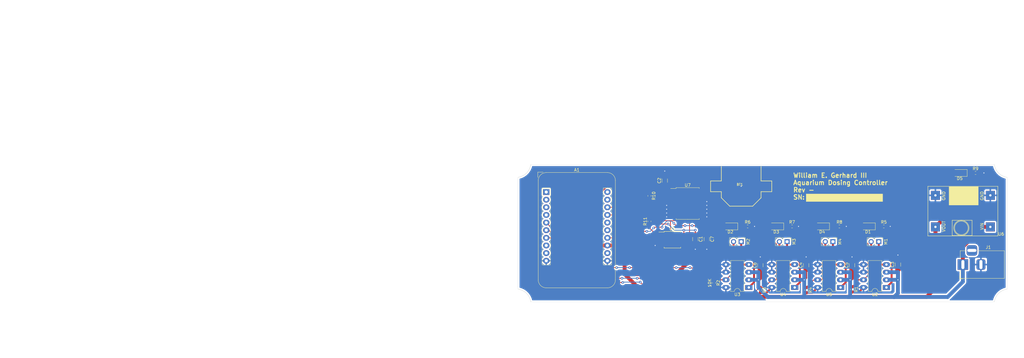
<source format=kicad_pcb>
(kicad_pcb (version 20171130) (host pcbnew "(5.1.9)-1")

  (general
    (thickness 1.6)
    (drawings 11)
    (tracks 291)
    (zones 0)
    (modules 37)
    (nets 24)
  )

  (page USLetter)
  (layers
    (0 F.Cu signal)
    (31 B.Cu signal)
    (32 B.Adhes user)
    (33 F.Adhes user)
    (34 B.Paste user)
    (35 F.Paste user)
    (36 B.SilkS user)
    (37 F.SilkS user)
    (38 B.Mask user)
    (39 F.Mask user)
    (40 Dwgs.User user)
    (41 Cmts.User user)
    (42 Eco1.User user)
    (43 Eco2.User user)
    (44 Edge.Cuts user)
    (45 Margin user)
    (46 B.CrtYd user)
    (47 F.CrtYd user)
    (48 B.Fab user)
    (49 F.Fab user)
  )

  (setup
    (last_trace_width 0.254)
    (trace_clearance 0.2032)
    (zone_clearance 0.508)
    (zone_45_only no)
    (trace_min 0.2)
    (via_size 0.8382)
    (via_drill 0.3302)
    (via_min_size 0.4)
    (via_min_drill 0.3)
    (uvia_size 0.3)
    (uvia_drill 0.1)
    (uvias_allowed no)
    (uvia_min_size 0.2)
    (uvia_min_drill 0.1)
    (edge_width 0.05)
    (segment_width 0.2)
    (pcb_text_width 0.3)
    (pcb_text_size 1.5 1.5)
    (mod_edge_width 0.12)
    (mod_text_size 1 1)
    (mod_text_width 0.15)
    (pad_size 3.2 3.2)
    (pad_drill 0)
    (pad_to_mask_clearance 0)
    (aux_axis_origin 0 0)
    (grid_origin 48.895 118.11)
    (visible_elements 7FFFFFFF)
    (pcbplotparams
      (layerselection 0x010f0_ffffffff)
      (usegerberextensions true)
      (usegerberattributes false)
      (usegerberadvancedattributes false)
      (creategerberjobfile false)
      (excludeedgelayer true)
      (linewidth 0.100000)
      (plotframeref false)
      (viasonmask false)
      (mode 1)
      (useauxorigin false)
      (hpglpennumber 1)
      (hpglpenspeed 20)
      (hpglpendiameter 15.000000)
      (psnegative false)
      (psa4output false)
      (plotreference true)
      (plotvalue true)
      (plotinvisibletext false)
      (padsonsilk false)
      (subtractmaskfromsilk false)
      (outputformat 1)
      (mirror false)
      (drillshape 0)
      (scaleselection 1)
      (outputdirectory "Output/"))
  )

  (net 0 "")
  (net 1 GND)
  (net 2 VCC)
  (net 3 PUMP4)
  (net 4 PUMP2)
  (net 5 PUMP1)
  (net 6 PUMP3)
  (net 7 SDA)
  (net 8 SCL)
  (net 9 "Net-(BT1-Pad1)")
  (net 10 "Net-(D1-Pad1)")
  (net 11 "Net-(D2-Pad1)")
  (net 12 "Net-(D3-Pad1)")
  (net 13 "Net-(D4-Pad1)")
  (net 14 "Net-(D5-Pad1)")
  (net 15 +12V)
  (net 16 "Net-(M1-Pad2)")
  (net 17 "Net-(M1-Pad1)")
  (net 18 "Net-(M2-Pad2)")
  (net 19 "Net-(M2-Pad1)")
  (net 20 "Net-(M3-Pad2)")
  (net 21 "Net-(M3-Pad1)")
  (net 22 "Net-(M4-Pad2)")
  (net 23 "Net-(M4-Pad1)")

  (net_class Default "This is the default net class."
    (clearance 0.2032)
    (trace_width 0.254)
    (via_dia 0.8382)
    (via_drill 0.3302)
    (uvia_dia 0.3)
    (uvia_drill 0.1)
    (add_net "Net-(BT1-Pad1)")
    (add_net "Net-(D1-Pad1)")
    (add_net "Net-(D2-Pad1)")
    (add_net "Net-(D3-Pad1)")
    (add_net "Net-(D4-Pad1)")
    (add_net "Net-(D5-Pad1)")
    (add_net PUMP1)
    (add_net PUMP2)
    (add_net PUMP3)
    (add_net PUMP4)
    (add_net SCL)
    (add_net SDA)
    (add_net VCC)
  )

  (net_class PWR ""
    (clearance 0.2032)
    (trace_width 0.635)
    (via_dia 0.8382)
    (via_drill 0.3302)
    (uvia_dia 0.3)
    (uvia_drill 0.1)
    (add_net +12V)
    (add_net GND)
    (add_net "Net-(M1-Pad1)")
    (add_net "Net-(M1-Pad2)")
    (add_net "Net-(M2-Pad1)")
    (add_net "Net-(M2-Pad2)")
    (add_net "Net-(M3-Pad1)")
    (add_net "Net-(M3-Pad2)")
    (add_net "Net-(M4-Pad1)")
    (add_net "Net-(M4-Pad2)")
  )

  (module Module:Adafruit_HUZZAH_ESP8266_breakout (layer F.Cu) (tedit 59B04F86) (tstamp 603D0FC2)
    (at 57.15 82.55)
    (descr "32-bit microcontroller module with WiFi, https://www.adafruit.com/product/2471")
    (tags "ESP8266 WiFi microcontroller")
    (path /602FE188)
    (fp_text reference A1 (at 10.16 -7.35) (layer F.SilkS)
      (effects (font (size 1 1) (thickness 0.15)))
    )
    (fp_text value Adafruit_HUZZAH_ESP8266_breakout (at 10.16 32.75) (layer F.Fab)
      (effects (font (size 1 1) (thickness 0.15)))
    )
    (fp_line (start 23.11 -6.6) (end -2.79 -6.6) (layer F.CrtYd) (width 0.05))
    (fp_line (start 23.11 32) (end 23.11 -6.6) (layer F.CrtYd) (width 0.05))
    (fp_line (start -2.79 32) (end 23.11 32) (layer F.CrtYd) (width 0.05))
    (fp_line (start -2.79 -6.6) (end -2.79 32) (layer F.CrtYd) (width 0.05))
    (fp_line (start 21.69 -1.37) (end 18.95 -1.37) (layer F.SilkS) (width 0.12))
    (fp_line (start 21.69 24.23) (end 21.69 -1.37) (layer F.SilkS) (width 0.12))
    (fp_line (start 18.95 24.23) (end 21.69 24.23) (layer F.SilkS) (width 0.12))
    (fp_line (start 18.95 -1.37) (end 18.95 24.23) (layer F.SilkS) (width 0.12))
    (fp_line (start 1.37 -1.37) (end -1.37 -1.37) (layer F.SilkS) (width 0.12))
    (fp_line (start 1.37 24.23) (end 1.37 -1.37) (layer F.SilkS) (width 0.12))
    (fp_line (start -1.37 24.23) (end 1.37 24.23) (layer F.SilkS) (width 0.12))
    (fp_line (start -1.37 -1.37) (end -1.37 24.23) (layer F.SilkS) (width 0.12))
    (fp_line (start -2.79 -6.6) (end -1.04 -6.6) (layer F.SilkS) (width 0.12))
    (fp_line (start -2.79 -4.85) (end -2.79 -6.6) (layer F.SilkS) (width 0.12))
    (fp_line (start 22.98 -3.81) (end 22.98 29.21) (layer F.SilkS) (width 0.12))
    (fp_line (start -2.66 -3.81) (end -2.66 29.21) (layer F.SilkS) (width 0.12))
    (fp_line (start 0 31.87) (end 20.32 31.87) (layer F.SilkS) (width 0.12))
    (fp_line (start 0 -6.47) (end 20.32 -6.47) (layer F.SilkS) (width 0.12))
    (fp_line (start -2.79 -6.6) (end -1.04 -6.6) (layer F.Fab) (width 0.1))
    (fp_line (start -2.79 -4.85) (end -2.79 -6.6) (layer F.Fab) (width 0.1))
    (fp_line (start 22.86 -3.81) (end 22.86 29.21) (layer F.Fab) (width 0.1))
    (fp_line (start -2.54 -3.81) (end -2.54 29.21) (layer F.Fab) (width 0.1))
    (fp_line (start 0 31.75) (end 20.32 31.75) (layer F.Fab) (width 0.1))
    (fp_line (start 0 -6.35) (end 20.32 -6.35) (layer F.Fab) (width 0.1))
    (fp_text user %R (at 10.16 12.7) (layer F.Fab)
      (effects (font (size 1 1) (thickness 0.15)))
    )
    (fp_arc (start 0 29.21) (end 0 31.87) (angle 90) (layer F.SilkS) (width 0.12))
    (fp_arc (start 20.32 29.21) (end 22.98 29.21) (angle 90) (layer F.SilkS) (width 0.12))
    (fp_arc (start 20.32 -3.81) (end 20.32 -6.47) (angle 90) (layer F.SilkS) (width 0.12))
    (fp_arc (start 0 -3.81) (end -2.66 -3.81) (angle 90) (layer F.SilkS) (width 0.12))
    (fp_arc (start 0 29.21) (end 0 31.75) (angle 90) (layer F.Fab) (width 0.1))
    (fp_arc (start 20.32 29.21) (end 22.86 29.21) (angle 90) (layer F.Fab) (width 0.1))
    (fp_arc (start 20.32 -3.81) (end 20.32 -6.35) (angle 90) (layer F.Fab) (width 0.1))
    (fp_arc (start 0 -3.81) (end -2.54 -3.81) (angle 90) (layer F.Fab) (width 0.1))
    (pad 11 thru_hole oval (at 20.32 22.86) (size 2.1 1.9) (drill 1.02) (layers *.Cu *.Mask)
      (net 1 GND))
    (pad 10 thru_hole oval (at 0 22.86) (size 2.1 1.9) (drill 1.02) (layers *.Cu *.Mask)
      (net 1 GND))
    (pad 12 thru_hole oval (at 20.32 20.32) (size 2.1 1.9) (drill 1.02) (layers *.Cu *.Mask))
    (pad 9 thru_hole oval (at 0 20.32) (size 2.1 1.9) (drill 1.02) (layers *.Cu *.Mask))
    (pad 13 thru_hole oval (at 20.32 17.78) (size 2.1 1.9) (drill 1.02) (layers *.Cu *.Mask)
      (net 2 VCC))
    (pad 8 thru_hole oval (at 0 17.78) (size 2.1 1.9) (drill 1.02) (layers *.Cu *.Mask))
    (pad 14 thru_hole oval (at 20.32 15.24) (size 2.1 1.9) (drill 1.02) (layers *.Cu *.Mask)
      (net 3 PUMP4))
    (pad 7 thru_hole oval (at 0 15.24) (size 2.1 1.9) (drill 1.02) (layers *.Cu *.Mask)
      (net 4 PUMP2))
    (pad 15 thru_hole oval (at 20.32 12.7) (size 2.1 1.9) (drill 1.02) (layers *.Cu *.Mask))
    (pad 6 thru_hole oval (at 0 12.7) (size 2.1 1.9) (drill 1.02) (layers *.Cu *.Mask)
      (net 5 PUMP1))
    (pad 16 thru_hole oval (at 20.32 10.16) (size 2.1 1.9) (drill 1.02) (layers *.Cu *.Mask))
    (pad 5 thru_hole oval (at 0 10.16) (size 2.1 1.9) (drill 1.02) (layers *.Cu *.Mask)
      (net 6 PUMP3))
    (pad 17 thru_hole oval (at 20.32 7.62) (size 2.1 1.9) (drill 1.02) (layers *.Cu *.Mask)
      (net 7 SDA))
    (pad 4 thru_hole oval (at 0 7.62) (size 2.1 1.9) (drill 1.02) (layers *.Cu *.Mask))
    (pad 18 thru_hole oval (at 20.32 5.08) (size 2.1 1.9) (drill 1.02) (layers *.Cu *.Mask)
      (net 8 SCL))
    (pad 3 thru_hole oval (at 0 5.08) (size 2.1 1.9) (drill 1.02) (layers *.Cu *.Mask))
    (pad 19 thru_hole oval (at 20.32 2.54) (size 2.1 1.9) (drill 1.02) (layers *.Cu *.Mask))
    (pad 2 thru_hole oval (at 0 2.54) (size 2.1 1.9) (drill 1.02) (layers *.Cu *.Mask))
    (pad 20 thru_hole oval (at 20.32 0) (size 2.1 1.9) (drill 1.02) (layers *.Cu *.Mask))
    (pad 1 thru_hole rect (at 0 0) (size 2.1 1.9) (drill 1.02) (layers *.Cu *.Mask))
    (model ${KISYS3DMOD}/Module.3dshapes/Adafruit_HUZZAH_ESP8266_breakout.wrl
      (at (xyz 0 0 0))
      (scale (xyz 1 1 1))
      (rotate (xyz 0 0 0))
    )
  )

  (module Aquarium_Dosing_Pump_Controller:CR1220 (layer F.Cu) (tedit 603D07EB) (tstamp 603D187E)
    (at 121.92 80.645)
    (path /60328EBA)
    (fp_text reference BT1 (at -1.602 -0.14 -180) (layer F.SilkS)
      (effects (font (size 0.77216 0.77216) (thickness 0.138988)) (justify left bottom))
    )
    (fp_text value Battery_Cell (at -1.602 0.868 -180) (layer F.Fab)
      (effects (font (size 0.77216 0.77216) (thickness 0.077216)) (justify left bottom))
    )
    (fp_line (start 6.604 -1.778) (end 6.604 -6.604) (layer F.Fab) (width 0.2032))
    (fp_line (start 10.16 -1.778) (end 6.604 -1.778) (layer F.Fab) (width 0.2032))
    (fp_line (start 10.16 1.778) (end 10.16 -1.778) (layer F.Fab) (width 0.2032))
    (fp_line (start 6.604 1.778) (end 10.16 1.778) (layer F.Fab) (width 0.2032))
    (fp_line (start 6.604 3.81) (end 6.604 1.778) (layer F.Fab) (width 0.2032))
    (fp_line (start 3.81 6.604) (end 6.604 3.81) (layer F.Fab) (width 0.2032))
    (fp_line (start -3.81 6.604) (end 3.81 6.604) (layer F.Fab) (width 0.2032))
    (fp_line (start -6.604 3.81) (end -3.81 6.604) (layer F.Fab) (width 0.2032))
    (fp_line (start -6.604 1.778) (end -6.604 3.81) (layer F.Fab) (width 0.2032))
    (fp_line (start -10.16 1.778) (end -6.604 1.778) (layer F.Fab) (width 0.2032))
    (fp_line (start -10.16 -1.778) (end -10.16 1.778) (layer F.Fab) (width 0.2032))
    (fp_line (start -6.604 -1.778) (end -10.16 -1.778) (layer F.Fab) (width 0.2032))
    (fp_line (start -6.604 -6.604) (end -6.604 -1.778) (layer F.Fab) (width 0.2032))
    (fp_circle (center 0 0) (end 3.141057 0) (layer F.Mask) (width 6.282115))
    (fp_circle (center 8.4254 -0.154) (end 9.3412 -0.154) (layer F.Fab) (width 0.2032))
    (fp_circle (center -8.2794 0) (end -7.3636 0) (layer F.Fab) (width 0.2032))
    (fp_line (start -10.16 -1.778) (end -10.16 1.778) (layer F.SilkS) (width 0.2032))
    (fp_line (start -6.604 -1.778) (end -10.16 -1.778) (layer F.SilkS) (width 0.2032))
    (fp_line (start -6.604 -6.604) (end -6.604 -1.778) (layer F.SilkS) (width 0.2032))
    (fp_line (start -5.334 -6.604) (end -6.604 -6.604) (layer F.Fab) (width 0.2032))
    (fp_line (start -3.048 -4.318) (end -5.334 -6.604) (layer F.Fab) (width 0.2032))
    (fp_line (start 3.048 -4.318) (end -3.048 -4.318) (layer F.Fab) (width 0.2032))
    (fp_line (start 5.334 -6.604) (end 3.048 -4.318) (layer F.Fab) (width 0.2032))
    (fp_line (start 6.604 -6.604) (end 5.334 -6.604) (layer F.Fab) (width 0.2032))
    (fp_line (start 6.604 -1.778) (end 6.604 -6.604) (layer F.SilkS) (width 0.2032))
    (fp_line (start 10.16 -1.778) (end 6.604 -1.778) (layer F.SilkS) (width 0.2032))
    (fp_line (start 10.16 1.778) (end 10.16 -1.778) (layer F.SilkS) (width 0.2032))
    (fp_line (start 6.604 1.778) (end 10.16 1.778) (layer F.SilkS) (width 0.2032))
    (fp_line (start 6.604 3.81) (end 6.604 1.778) (layer F.SilkS) (width 0.2032))
    (fp_line (start 3.81 6.604) (end 6.604 3.81) (layer F.SilkS) (width 0.2032))
    (fp_line (start -3.81 6.604) (end 3.81 6.604) (layer F.SilkS) (width 0.2032))
    (fp_line (start -6.604 3.81) (end -3.81 6.604) (layer F.SilkS) (width 0.2032))
    (fp_line (start -6.604 1.778) (end -6.604 3.81) (layer F.SilkS) (width 0.2032))
    (fp_line (start -10.16 1.778) (end -6.604 1.778) (layer F.SilkS) (width 0.2032))
    (pad 2 smd roundrect (at 0 0) (size 6.35 6.35) (layers F.Cu F.Mask) (roundrect_rratio 0.5)
      (net 1 GND) (solder_mask_margin 0.0508))
    (pad 1 smd rect (at -8.2254 0) (size 3.2 3.2) (layers F.Cu F.Paste F.Mask)
      (net 9 "Net-(BT1-Pad1)") (solder_mask_margin 0.0508))
    (pad "" smd rect (at 8.2254 0) (size 3.2 3.2) (layers F.Cu F.Paste F.Mask)
      (solder_mask_margin 0.0508))
  )

  (module Resistor_SMD:R_1206_3216Metric_Pad1.42x1.75mm_HandSolder (layer F.Cu) (tedit 5B301BBD) (tstamp 603DA189)
    (at 110.49 98.2075 270)
    (descr "Resistor SMD 1206 (3216 Metric), square (rectangular) end terminal, IPC_7351 nominal with elongated pad for handsoldering. (Body size source: http://www.tortai-tech.com/upload/download/2011102023233369053.pdf), generated with kicad-footprint-generator")
    (tags "resistor handsolder")
    (path /6042503C)
    (attr smd)
    (fp_text reference C7 (at 0 -1.82 90) (layer F.SilkS)
      (effects (font (size 1 1) (thickness 0.15)))
    )
    (fp_text value .1uF (at 0 1.82 90) (layer F.Fab)
      (effects (font (size 1 1) (thickness 0.15)))
    )
    (fp_line (start 2.45 1.12) (end -2.45 1.12) (layer F.CrtYd) (width 0.05))
    (fp_line (start 2.45 -1.12) (end 2.45 1.12) (layer F.CrtYd) (width 0.05))
    (fp_line (start -2.45 -1.12) (end 2.45 -1.12) (layer F.CrtYd) (width 0.05))
    (fp_line (start -2.45 1.12) (end -2.45 -1.12) (layer F.CrtYd) (width 0.05))
    (fp_line (start -0.602064 0.91) (end 0.602064 0.91) (layer F.SilkS) (width 0.12))
    (fp_line (start -0.602064 -0.91) (end 0.602064 -0.91) (layer F.SilkS) (width 0.12))
    (fp_line (start 1.6 0.8) (end -1.6 0.8) (layer F.Fab) (width 0.1))
    (fp_line (start 1.6 -0.8) (end 1.6 0.8) (layer F.Fab) (width 0.1))
    (fp_line (start -1.6 -0.8) (end 1.6 -0.8) (layer F.Fab) (width 0.1))
    (fp_line (start -1.6 0.8) (end -1.6 -0.8) (layer F.Fab) (width 0.1))
    (fp_text user %R (at 0 0 90) (layer F.Fab)
      (effects (font (size 0.8 0.8) (thickness 0.12)))
    )
    (pad 2 smd roundrect (at 1.4875 0 270) (size 1.425 1.75) (layers F.Cu F.Paste F.Mask) (roundrect_rratio 0.1754385964912281)
      (net 1 GND))
    (pad 1 smd roundrect (at -1.4875 0 270) (size 1.425 1.75) (layers F.Cu F.Paste F.Mask) (roundrect_rratio 0.1754385964912281)
      (net 2 VCC))
    (model ${KISYS3DMOD}/Resistor_SMD.3dshapes/R_1206_3216Metric.wrl
      (at (xyz 0 0 0))
      (scale (xyz 1 1 1))
      (rotate (xyz 0 0 0))
    )
  )

  (module Resistor_SMD:R_1206_3216Metric_Pad1.42x1.75mm_HandSolder (layer F.Cu) (tedit 5B301BBD) (tstamp 603D9C0D)
    (at 128.27 106.8975 90)
    (descr "Resistor SMD 1206 (3216 Metric), square (rectangular) end terminal, IPC_7351 nominal with elongated pad for handsoldering. (Body size source: http://www.tortai-tech.com/upload/download/2011102023233369053.pdf), generated with kicad-footprint-generator")
    (tags "resistor handsolder")
    (path /604A8508)
    (attr smd)
    (fp_text reference C6 (at 0 -1.82 90) (layer F.SilkS)
      (effects (font (size 1 1) (thickness 0.15)))
    )
    (fp_text value .1uF (at 0 1.82 90) (layer F.Fab)
      (effects (font (size 1 1) (thickness 0.15)))
    )
    (fp_line (start 2.45 1.12) (end -2.45 1.12) (layer F.CrtYd) (width 0.05))
    (fp_line (start 2.45 -1.12) (end 2.45 1.12) (layer F.CrtYd) (width 0.05))
    (fp_line (start -2.45 -1.12) (end 2.45 -1.12) (layer F.CrtYd) (width 0.05))
    (fp_line (start -2.45 1.12) (end -2.45 -1.12) (layer F.CrtYd) (width 0.05))
    (fp_line (start -0.602064 0.91) (end 0.602064 0.91) (layer F.SilkS) (width 0.12))
    (fp_line (start -0.602064 -0.91) (end 0.602064 -0.91) (layer F.SilkS) (width 0.12))
    (fp_line (start 1.6 0.8) (end -1.6 0.8) (layer F.Fab) (width 0.1))
    (fp_line (start 1.6 -0.8) (end 1.6 0.8) (layer F.Fab) (width 0.1))
    (fp_line (start -1.6 -0.8) (end 1.6 -0.8) (layer F.Fab) (width 0.1))
    (fp_line (start -1.6 0.8) (end -1.6 -0.8) (layer F.Fab) (width 0.1))
    (fp_text user %R (at 0 0 90) (layer F.Fab)
      (effects (font (size 0.8 0.8) (thickness 0.12)))
    )
    (pad 2 smd roundrect (at 1.4875 0 90) (size 1.425 1.75) (layers F.Cu F.Paste F.Mask) (roundrect_rratio 0.1754385964912281)
      (net 1 GND))
    (pad 1 smd roundrect (at -1.4875 0 90) (size 1.425 1.75) (layers F.Cu F.Paste F.Mask) (roundrect_rratio 0.1754385964912281)
      (net 15 +12V))
    (model ${KISYS3DMOD}/Resistor_SMD.3dshapes/R_1206_3216Metric.wrl
      (at (xyz 0 0 0))
      (scale (xyz 1 1 1))
      (rotate (xyz 0 0 0))
    )
  )

  (module Resistor_SMD:R_1206_3216Metric_Pad1.42x1.75mm_HandSolder (layer F.Cu) (tedit 5B301BBD) (tstamp 603D9BFC)
    (at 158.75 106.8975 90)
    (descr "Resistor SMD 1206 (3216 Metric), square (rectangular) end terminal, IPC_7351 nominal with elongated pad for handsoldering. (Body size source: http://www.tortai-tech.com/upload/download/2011102023233369053.pdf), generated with kicad-footprint-generator")
    (tags "resistor handsolder")
    (path /604BC08A)
    (attr smd)
    (fp_text reference C5 (at 0 -1.82 90) (layer F.SilkS)
      (effects (font (size 1 1) (thickness 0.15)))
    )
    (fp_text value .1uF (at 0 1.82 90) (layer F.Fab)
      (effects (font (size 1 1) (thickness 0.15)))
    )
    (fp_line (start 2.45 1.12) (end -2.45 1.12) (layer F.CrtYd) (width 0.05))
    (fp_line (start 2.45 -1.12) (end 2.45 1.12) (layer F.CrtYd) (width 0.05))
    (fp_line (start -2.45 -1.12) (end 2.45 -1.12) (layer F.CrtYd) (width 0.05))
    (fp_line (start -2.45 1.12) (end -2.45 -1.12) (layer F.CrtYd) (width 0.05))
    (fp_line (start -0.602064 0.91) (end 0.602064 0.91) (layer F.SilkS) (width 0.12))
    (fp_line (start -0.602064 -0.91) (end 0.602064 -0.91) (layer F.SilkS) (width 0.12))
    (fp_line (start 1.6 0.8) (end -1.6 0.8) (layer F.Fab) (width 0.1))
    (fp_line (start 1.6 -0.8) (end 1.6 0.8) (layer F.Fab) (width 0.1))
    (fp_line (start -1.6 -0.8) (end 1.6 -0.8) (layer F.Fab) (width 0.1))
    (fp_line (start -1.6 0.8) (end -1.6 -0.8) (layer F.Fab) (width 0.1))
    (fp_text user %R (at 0 0 90) (layer F.Fab)
      (effects (font (size 0.8 0.8) (thickness 0.12)))
    )
    (pad 2 smd roundrect (at 1.4875 0 90) (size 1.425 1.75) (layers F.Cu F.Paste F.Mask) (roundrect_rratio 0.1754385964912281)
      (net 1 GND))
    (pad 1 smd roundrect (at -1.4875 0 90) (size 1.425 1.75) (layers F.Cu F.Paste F.Mask) (roundrect_rratio 0.1754385964912281)
      (net 15 +12V))
    (model ${KISYS3DMOD}/Resistor_SMD.3dshapes/R_1206_3216Metric.wrl
      (at (xyz 0 0 0))
      (scale (xyz 1 1 1))
      (rotate (xyz 0 0 0))
    )
  )

  (module Resistor_SMD:R_1206_3216Metric_Pad1.42x1.75mm_HandSolder (layer F.Cu) (tedit 5B301BBD) (tstamp 603D9BEB)
    (at 143.51 106.8975 90)
    (descr "Resistor SMD 1206 (3216 Metric), square (rectangular) end terminal, IPC_7351 nominal with elongated pad for handsoldering. (Body size source: http://www.tortai-tech.com/upload/download/2011102023233369053.pdf), generated with kicad-footprint-generator")
    (tags "resistor handsolder")
    (path /604B281D)
    (attr smd)
    (fp_text reference C4 (at 0 -1.82 90) (layer F.SilkS)
      (effects (font (size 1 1) (thickness 0.15)))
    )
    (fp_text value .1uF (at 0 1.82 90) (layer F.Fab)
      (effects (font (size 1 1) (thickness 0.15)))
    )
    (fp_line (start 2.45 1.12) (end -2.45 1.12) (layer F.CrtYd) (width 0.05))
    (fp_line (start 2.45 -1.12) (end 2.45 1.12) (layer F.CrtYd) (width 0.05))
    (fp_line (start -2.45 -1.12) (end 2.45 -1.12) (layer F.CrtYd) (width 0.05))
    (fp_line (start -2.45 1.12) (end -2.45 -1.12) (layer F.CrtYd) (width 0.05))
    (fp_line (start -0.602064 0.91) (end 0.602064 0.91) (layer F.SilkS) (width 0.12))
    (fp_line (start -0.602064 -0.91) (end 0.602064 -0.91) (layer F.SilkS) (width 0.12))
    (fp_line (start 1.6 0.8) (end -1.6 0.8) (layer F.Fab) (width 0.1))
    (fp_line (start 1.6 -0.8) (end 1.6 0.8) (layer F.Fab) (width 0.1))
    (fp_line (start -1.6 -0.8) (end 1.6 -0.8) (layer F.Fab) (width 0.1))
    (fp_line (start -1.6 0.8) (end -1.6 -0.8) (layer F.Fab) (width 0.1))
    (fp_text user %R (at 0 0 90) (layer F.Fab)
      (effects (font (size 0.8 0.8) (thickness 0.12)))
    )
    (pad 2 smd roundrect (at 1.4875 0 90) (size 1.425 1.75) (layers F.Cu F.Paste F.Mask) (roundrect_rratio 0.1754385964912281)
      (net 1 GND))
    (pad 1 smd roundrect (at -1.4875 0 90) (size 1.425 1.75) (layers F.Cu F.Paste F.Mask) (roundrect_rratio 0.1754385964912281)
      (net 15 +12V))
    (model ${KISYS3DMOD}/Resistor_SMD.3dshapes/R_1206_3216Metric.wrl
      (at (xyz 0 0 0))
      (scale (xyz 1 1 1))
      (rotate (xyz 0 0 0))
    )
  )

  (module Resistor_SMD:R_1206_3216Metric_Pad1.42x1.75mm_HandSolder (layer F.Cu) (tedit 5B301BBD) (tstamp 603D9BDA)
    (at 173.99 106.68 90)
    (descr "Resistor SMD 1206 (3216 Metric), square (rectangular) end terminal, IPC_7351 nominal with elongated pad for handsoldering. (Body size source: http://www.tortai-tech.com/upload/download/2011102023233369053.pdf), generated with kicad-footprint-generator")
    (tags "resistor handsolder")
    (path /604C5A78)
    (attr smd)
    (fp_text reference C3 (at 0 -1.82 90) (layer F.SilkS)
      (effects (font (size 1 1) (thickness 0.15)))
    )
    (fp_text value .1uF (at 0 1.82 90) (layer F.Fab)
      (effects (font (size 1 1) (thickness 0.15)))
    )
    (fp_line (start 2.45 1.12) (end -2.45 1.12) (layer F.CrtYd) (width 0.05))
    (fp_line (start 2.45 -1.12) (end 2.45 1.12) (layer F.CrtYd) (width 0.05))
    (fp_line (start -2.45 -1.12) (end 2.45 -1.12) (layer F.CrtYd) (width 0.05))
    (fp_line (start -2.45 1.12) (end -2.45 -1.12) (layer F.CrtYd) (width 0.05))
    (fp_line (start -0.602064 0.91) (end 0.602064 0.91) (layer F.SilkS) (width 0.12))
    (fp_line (start -0.602064 -0.91) (end 0.602064 -0.91) (layer F.SilkS) (width 0.12))
    (fp_line (start 1.6 0.8) (end -1.6 0.8) (layer F.Fab) (width 0.1))
    (fp_line (start 1.6 -0.8) (end 1.6 0.8) (layer F.Fab) (width 0.1))
    (fp_line (start -1.6 -0.8) (end 1.6 -0.8) (layer F.Fab) (width 0.1))
    (fp_line (start -1.6 0.8) (end -1.6 -0.8) (layer F.Fab) (width 0.1))
    (fp_text user %R (at 0 0 90) (layer F.Fab)
      (effects (font (size 0.8 0.8) (thickness 0.12)))
    )
    (pad 2 smd roundrect (at 1.4875 0 90) (size 1.425 1.75) (layers F.Cu F.Paste F.Mask) (roundrect_rratio 0.1754385964912281)
      (net 1 GND))
    (pad 1 smd roundrect (at -1.4875 0 90) (size 1.425 1.75) (layers F.Cu F.Paste F.Mask) (roundrect_rratio 0.1754385964912281)
      (net 15 +12V))
    (model ${KISYS3DMOD}/Resistor_SMD.3dshapes/R_1206_3216Metric.wrl
      (at (xyz 0 0 0))
      (scale (xyz 1 1 1))
      (rotate (xyz 0 0 0))
    )
  )

  (module Package_SO:SOIC-16W_7.5x10.3mm_P1.27mm (layer F.Cu) (tedit 5D9F72B1) (tstamp 603D126D)
    (at 104.14 86.36)
    (descr "SOIC, 16 Pin (JEDEC MS-013AA, https://www.analog.com/media/en/package-pcb-resources/package/pkg_pdf/soic_wide-rw/rw_16.pdf), generated with kicad-footprint-generator ipc_gullwing_generator.py")
    (tags "SOIC SO")
    (path /602FEC0E)
    (attr smd)
    (fp_text reference U7 (at 0 -6.1) (layer F.SilkS)
      (effects (font (size 1 1) (thickness 0.15)))
    )
    (fp_text value DS3231M (at 0 6.1) (layer F.Fab)
      (effects (font (size 1 1) (thickness 0.15)))
    )
    (fp_line (start 5.93 -5.4) (end -5.93 -5.4) (layer F.CrtYd) (width 0.05))
    (fp_line (start 5.93 5.4) (end 5.93 -5.4) (layer F.CrtYd) (width 0.05))
    (fp_line (start -5.93 5.4) (end 5.93 5.4) (layer F.CrtYd) (width 0.05))
    (fp_line (start -5.93 -5.4) (end -5.93 5.4) (layer F.CrtYd) (width 0.05))
    (fp_line (start -3.75 -4.15) (end -2.75 -5.15) (layer F.Fab) (width 0.1))
    (fp_line (start -3.75 5.15) (end -3.75 -4.15) (layer F.Fab) (width 0.1))
    (fp_line (start 3.75 5.15) (end -3.75 5.15) (layer F.Fab) (width 0.1))
    (fp_line (start 3.75 -5.15) (end 3.75 5.15) (layer F.Fab) (width 0.1))
    (fp_line (start -2.75 -5.15) (end 3.75 -5.15) (layer F.Fab) (width 0.1))
    (fp_line (start -3.86 -5.005) (end -5.675 -5.005) (layer F.SilkS) (width 0.12))
    (fp_line (start -3.86 -5.26) (end -3.86 -5.005) (layer F.SilkS) (width 0.12))
    (fp_line (start 0 -5.26) (end -3.86 -5.26) (layer F.SilkS) (width 0.12))
    (fp_line (start 3.86 -5.26) (end 3.86 -5.005) (layer F.SilkS) (width 0.12))
    (fp_line (start 0 -5.26) (end 3.86 -5.26) (layer F.SilkS) (width 0.12))
    (fp_line (start -3.86 5.26) (end -3.86 5.005) (layer F.SilkS) (width 0.12))
    (fp_line (start 0 5.26) (end -3.86 5.26) (layer F.SilkS) (width 0.12))
    (fp_line (start 3.86 5.26) (end 3.86 5.005) (layer F.SilkS) (width 0.12))
    (fp_line (start 0 5.26) (end 3.86 5.26) (layer F.SilkS) (width 0.12))
    (fp_text user %R (at 0 0) (layer F.Fab)
      (effects (font (size 1 1) (thickness 0.15)))
    )
    (pad 16 smd roundrect (at 4.65 -4.445) (size 2.05 0.6) (layers F.Cu F.Paste F.Mask) (roundrect_rratio 0.25)
      (net 8 SCL))
    (pad 15 smd roundrect (at 4.65 -3.175) (size 2.05 0.6) (layers F.Cu F.Paste F.Mask) (roundrect_rratio 0.25)
      (net 7 SDA))
    (pad 14 smd roundrect (at 4.65 -1.905) (size 2.05 0.6) (layers F.Cu F.Paste F.Mask) (roundrect_rratio 0.25)
      (net 9 "Net-(BT1-Pad1)"))
    (pad 13 smd roundrect (at 4.65 -0.635) (size 2.05 0.6) (layers F.Cu F.Paste F.Mask) (roundrect_rratio 0.25)
      (net 1 GND))
    (pad 12 smd roundrect (at 4.65 0.635) (size 2.05 0.6) (layers F.Cu F.Paste F.Mask) (roundrect_rratio 0.25)
      (net 1 GND))
    (pad 11 smd roundrect (at 4.65 1.905) (size 2.05 0.6) (layers F.Cu F.Paste F.Mask) (roundrect_rratio 0.25)
      (net 1 GND))
    (pad 10 smd roundrect (at 4.65 3.175) (size 2.05 0.6) (layers F.Cu F.Paste F.Mask) (roundrect_rratio 0.25)
      (net 1 GND))
    (pad 9 smd roundrect (at 4.65 4.445) (size 2.05 0.6) (layers F.Cu F.Paste F.Mask) (roundrect_rratio 0.25)
      (net 1 GND))
    (pad 8 smd roundrect (at -4.65 4.445) (size 2.05 0.6) (layers F.Cu F.Paste F.Mask) (roundrect_rratio 0.25)
      (net 1 GND))
    (pad 7 smd roundrect (at -4.65 3.175) (size 2.05 0.6) (layers F.Cu F.Paste F.Mask) (roundrect_rratio 0.25)
      (net 1 GND))
    (pad 6 smd roundrect (at -4.65 1.905) (size 2.05 0.6) (layers F.Cu F.Paste F.Mask) (roundrect_rratio 0.25)
      (net 1 GND))
    (pad 5 smd roundrect (at -4.65 0.635) (size 2.05 0.6) (layers F.Cu F.Paste F.Mask) (roundrect_rratio 0.25)
      (net 1 GND))
    (pad 4 smd roundrect (at -4.65 -0.635) (size 2.05 0.6) (layers F.Cu F.Paste F.Mask) (roundrect_rratio 0.25))
    (pad 3 smd roundrect (at -4.65 -1.905) (size 2.05 0.6) (layers F.Cu F.Paste F.Mask) (roundrect_rratio 0.25))
    (pad 2 smd roundrect (at -4.65 -3.175) (size 2.05 0.6) (layers F.Cu F.Paste F.Mask) (roundrect_rratio 0.25)
      (net 2 VCC))
    (pad 1 smd roundrect (at -4.65 -4.445) (size 2.05 0.6) (layers F.Cu F.Paste F.Mask) (roundrect_rratio 0.25))
    (model ${KISYS3DMOD}/Package_SO.3dshapes/SOIC-16W_7.5x10.3mm_P1.27mm.wrl
      (at (xyz 0 0 0))
      (scale (xyz 1 1 1))
      (rotate (xyz 0 0 0))
    )
  )

  (module Aquarium_Dosing_Pump_Controller:Boost_Footprint (layer F.Cu) (tedit 5C65A50F) (tstamp 603D1246)
    (at 195.58 88.9 90)
    (path /605D7A4E)
    (fp_text reference U6 (at -7.62 12.7) (layer F.SilkS)
      (effects (font (size 1 1) (thickness 0.15)))
    )
    (fp_text value BUCK_CONVERTER (at -1.27 -16.51 90) (layer F.Fab)
      (effects (font (size 1 1) (thickness 0.15)))
    )
    (fp_line (start -8.25 11.625) (end -8.25 -11.625) (layer F.SilkS) (width 0.15))
    (fp_line (start 8.25 11.625) (end -8.25 11.625) (layer F.SilkS) (width 0.15))
    (fp_line (start 8.25 -11.625) (end 8.25 11.625) (layer F.SilkS) (width 0.15))
    (fp_line (start -8.25 -11.625) (end 8.25 -11.625) (layer F.SilkS) (width 0.15))
    (fp_poly (pts (xy 8.128 -4.572) (xy 2.032 -4.572) (xy 2.032 5.08) (xy 8.128 5.08)) (layer F.SilkS) (width 0.15))
    (fp_line (start -8.128 -3.556) (end -8.128 3.048) (layer F.SilkS) (width 0.15))
    (fp_line (start -8.128 3.048) (end -3.048 3.048) (layer F.SilkS) (width 0.15))
    (fp_line (start -3.048 3.048) (end -3.048 -3.556) (layer F.SilkS) (width 0.15))
    (fp_line (start -3.048 -3.556) (end -8.128 -3.556) (layer F.SilkS) (width 0.15))
    (fp_circle (center -5.588 -0.508) (end -3.556 1.016) (layer F.SilkS) (width 0.15))
    (fp_circle (center -5.588 -0.508) (end -3.556 0.508) (layer F.SilkS) (width 0.15))
    (fp_text user VIN (at -5.08 6.35 90) (layer F.SilkS)
      (effects (font (size 1 1) (thickness 0.15)))
    )
    (fp_text user GND (at 5.08 6.35 90) (layer F.SilkS)
      (effects (font (size 1 1) (thickness 0.15)))
    )
    (fp_text user GND (at 5.08 -6.35 90) (layer F.SilkS)
      (effects (font (size 1 1) (thickness 0.15)))
    )
    (fp_text user VOUT (at -5.08 -6.35 90) (layer F.SilkS)
      (effects (font (size 1 1) (thickness 0.15)))
    )
    (pad 1 thru_hole rect (at -5.25 9.125 90) (size 3 3) (drill 0.762) (layers *.Cu *.Mask)
      (net 15 +12V))
    (pad 2 thru_hole rect (at 5.25 9.125 90) (size 3 3) (drill 0.762) (layers *.Cu *.Mask)
      (net 1 GND))
    (pad 3 thru_hole rect (at -5.25 -9.125 90) (size 3 3) (drill 0.762) (layers *.Cu *.Mask)
      (net 2 VCC))
    (pad 4 thru_hole rect (at 5.25 -9.125 90) (size 3 3) (drill 0.762) (layers *.Cu *.Mask)
      (net 1 GND))
  )

  (module Package_DIP:DIP-8_W7.62mm_LongPads (layer F.Cu) (tedit 5A02E8C5) (tstamp 603D122F)
    (at 154.94 114.3 180)
    (descr "8-lead though-hole mounted DIP package, row spacing 7.62 mm (300 mils), LongPads")
    (tags "THT DIP DIL PDIP 2.54mm 7.62mm 300mil LongPads")
    (path /605171CD)
    (fp_text reference U5 (at 3.81 -2.33) (layer F.SilkS)
      (effects (font (size 1 1) (thickness 0.15)))
    )
    (fp_text value LG9110 (at 3.81 9.95) (layer F.Fab)
      (effects (font (size 1 1) (thickness 0.15)))
    )
    (fp_line (start 9.1 -1.55) (end -1.45 -1.55) (layer F.CrtYd) (width 0.05))
    (fp_line (start 9.1 9.15) (end 9.1 -1.55) (layer F.CrtYd) (width 0.05))
    (fp_line (start -1.45 9.15) (end 9.1 9.15) (layer F.CrtYd) (width 0.05))
    (fp_line (start -1.45 -1.55) (end -1.45 9.15) (layer F.CrtYd) (width 0.05))
    (fp_line (start 6.06 -1.33) (end 4.81 -1.33) (layer F.SilkS) (width 0.12))
    (fp_line (start 6.06 8.95) (end 6.06 -1.33) (layer F.SilkS) (width 0.12))
    (fp_line (start 1.56 8.95) (end 6.06 8.95) (layer F.SilkS) (width 0.12))
    (fp_line (start 1.56 -1.33) (end 1.56 8.95) (layer F.SilkS) (width 0.12))
    (fp_line (start 2.81 -1.33) (end 1.56 -1.33) (layer F.SilkS) (width 0.12))
    (fp_line (start 0.635 -0.27) (end 1.635 -1.27) (layer F.Fab) (width 0.1))
    (fp_line (start 0.635 8.89) (end 0.635 -0.27) (layer F.Fab) (width 0.1))
    (fp_line (start 6.985 8.89) (end 0.635 8.89) (layer F.Fab) (width 0.1))
    (fp_line (start 6.985 -1.27) (end 6.985 8.89) (layer F.Fab) (width 0.1))
    (fp_line (start 1.635 -1.27) (end 6.985 -1.27) (layer F.Fab) (width 0.1))
    (fp_text user %R (at 3.81 3.81) (layer F.Fab)
      (effects (font (size 1 1) (thickness 0.15)))
    )
    (fp_arc (start 3.81 -1.33) (end 2.81 -1.33) (angle -180) (layer F.SilkS) (width 0.12))
    (pad 8 thru_hole oval (at 7.62 0 180) (size 2.4 1.6) (drill 0.8) (layers *.Cu *.Mask)
      (net 1 GND))
    (pad 4 thru_hole oval (at 0 7.62 180) (size 2.4 1.6) (drill 0.8) (layers *.Cu *.Mask)
      (net 22 "Net-(M4-Pad2)"))
    (pad 7 thru_hole oval (at 7.62 2.54 180) (size 2.4 1.6) (drill 0.8) (layers *.Cu *.Mask)
      (net 6 PUMP3))
    (pad 3 thru_hole oval (at 0 5.08 180) (size 2.4 1.6) (drill 0.8) (layers *.Cu *.Mask)
      (net 15 +12V))
    (pad 6 thru_hole oval (at 7.62 5.08 180) (size 2.4 1.6) (drill 0.8) (layers *.Cu *.Mask)
      (net 1 GND))
    (pad 2 thru_hole oval (at 0 2.54 180) (size 2.4 1.6) (drill 0.8) (layers *.Cu *.Mask)
      (net 15 +12V))
    (pad 5 thru_hole oval (at 7.62 7.62 180) (size 2.4 1.6) (drill 0.8) (layers *.Cu *.Mask)
      (net 1 GND))
    (pad 1 thru_hole rect (at 0 0 180) (size 2.4 1.6) (drill 0.8) (layers *.Cu *.Mask)
      (net 23 "Net-(M4-Pad1)"))
    (model ${KISYS3DMOD}/Package_DIP.3dshapes/DIP-8_W7.62mm.wrl
      (at (xyz 0 0 0))
      (scale (xyz 1 1 1))
      (rotate (xyz 0 0 0))
    )
  )

  (module Package_DIP:DIP-8_W7.62mm_LongPads (layer F.Cu) (tedit 5A02E8C5) (tstamp 603D1213)
    (at 139.7 114.3 180)
    (descr "8-lead though-hole mounted DIP package, row spacing 7.62 mm (300 mils), LongPads")
    (tags "THT DIP DIL PDIP 2.54mm 7.62mm 300mil LongPads")
    (path /60512A43)
    (fp_text reference U4 (at 3.81 -2.33) (layer F.SilkS)
      (effects (font (size 1 1) (thickness 0.15)))
    )
    (fp_text value LG9110 (at 3.81 9.95) (layer F.Fab)
      (effects (font (size 1 1) (thickness 0.15)))
    )
    (fp_line (start 9.1 -1.55) (end -1.45 -1.55) (layer F.CrtYd) (width 0.05))
    (fp_line (start 9.1 9.15) (end 9.1 -1.55) (layer F.CrtYd) (width 0.05))
    (fp_line (start -1.45 9.15) (end 9.1 9.15) (layer F.CrtYd) (width 0.05))
    (fp_line (start -1.45 -1.55) (end -1.45 9.15) (layer F.CrtYd) (width 0.05))
    (fp_line (start 6.06 -1.33) (end 4.81 -1.33) (layer F.SilkS) (width 0.12))
    (fp_line (start 6.06 8.95) (end 6.06 -1.33) (layer F.SilkS) (width 0.12))
    (fp_line (start 1.56 8.95) (end 6.06 8.95) (layer F.SilkS) (width 0.12))
    (fp_line (start 1.56 -1.33) (end 1.56 8.95) (layer F.SilkS) (width 0.12))
    (fp_line (start 2.81 -1.33) (end 1.56 -1.33) (layer F.SilkS) (width 0.12))
    (fp_line (start 0.635 -0.27) (end 1.635 -1.27) (layer F.Fab) (width 0.1))
    (fp_line (start 0.635 8.89) (end 0.635 -0.27) (layer F.Fab) (width 0.1))
    (fp_line (start 6.985 8.89) (end 0.635 8.89) (layer F.Fab) (width 0.1))
    (fp_line (start 6.985 -1.27) (end 6.985 8.89) (layer F.Fab) (width 0.1))
    (fp_line (start 1.635 -1.27) (end 6.985 -1.27) (layer F.Fab) (width 0.1))
    (fp_text user %R (at 3.81 3.81) (layer F.Fab)
      (effects (font (size 1 1) (thickness 0.15)))
    )
    (fp_arc (start 3.81 -1.33) (end 2.81 -1.33) (angle -180) (layer F.SilkS) (width 0.12))
    (pad 8 thru_hole oval (at 7.62 0 180) (size 2.4 1.6) (drill 0.8) (layers *.Cu *.Mask)
      (net 1 GND))
    (pad 4 thru_hole oval (at 0 7.62 180) (size 2.4 1.6) (drill 0.8) (layers *.Cu *.Mask)
      (net 20 "Net-(M3-Pad2)"))
    (pad 7 thru_hole oval (at 7.62 2.54 180) (size 2.4 1.6) (drill 0.8) (layers *.Cu *.Mask)
      (net 4 PUMP2))
    (pad 3 thru_hole oval (at 0 5.08 180) (size 2.4 1.6) (drill 0.8) (layers *.Cu *.Mask)
      (net 15 +12V))
    (pad 6 thru_hole oval (at 7.62 5.08 180) (size 2.4 1.6) (drill 0.8) (layers *.Cu *.Mask)
      (net 1 GND))
    (pad 2 thru_hole oval (at 0 2.54 180) (size 2.4 1.6) (drill 0.8) (layers *.Cu *.Mask)
      (net 15 +12V))
    (pad 5 thru_hole oval (at 7.62 7.62 180) (size 2.4 1.6) (drill 0.8) (layers *.Cu *.Mask)
      (net 1 GND))
    (pad 1 thru_hole rect (at 0 0 180) (size 2.4 1.6) (drill 0.8) (layers *.Cu *.Mask)
      (net 21 "Net-(M3-Pad1)"))
    (model ${KISYS3DMOD}/Package_DIP.3dshapes/DIP-8_W7.62mm.wrl
      (at (xyz 0 0 0))
      (scale (xyz 1 1 1))
      (rotate (xyz 0 0 0))
    )
  )

  (module Package_DIP:DIP-8_W7.62mm_LongPads (layer F.Cu) (tedit 5A02E8C5) (tstamp 603D11F7)
    (at 124.46 114.3 180)
    (descr "8-lead though-hole mounted DIP package, row spacing 7.62 mm (300 mils), LongPads")
    (tags "THT DIP DIL PDIP 2.54mm 7.62mm 300mil LongPads")
    (path /604D1EE2)
    (fp_text reference U3 (at 3.81 -2.33) (layer F.SilkS)
      (effects (font (size 1 1) (thickness 0.15)))
    )
    (fp_text value LG9110 (at 3.81 9.95) (layer F.Fab)
      (effects (font (size 1 1) (thickness 0.15)))
    )
    (fp_line (start 9.1 -1.55) (end -1.45 -1.55) (layer F.CrtYd) (width 0.05))
    (fp_line (start 9.1 9.15) (end 9.1 -1.55) (layer F.CrtYd) (width 0.05))
    (fp_line (start -1.45 9.15) (end 9.1 9.15) (layer F.CrtYd) (width 0.05))
    (fp_line (start -1.45 -1.55) (end -1.45 9.15) (layer F.CrtYd) (width 0.05))
    (fp_line (start 6.06 -1.33) (end 4.81 -1.33) (layer F.SilkS) (width 0.12))
    (fp_line (start 6.06 8.95) (end 6.06 -1.33) (layer F.SilkS) (width 0.12))
    (fp_line (start 1.56 8.95) (end 6.06 8.95) (layer F.SilkS) (width 0.12))
    (fp_line (start 1.56 -1.33) (end 1.56 8.95) (layer F.SilkS) (width 0.12))
    (fp_line (start 2.81 -1.33) (end 1.56 -1.33) (layer F.SilkS) (width 0.12))
    (fp_line (start 0.635 -0.27) (end 1.635 -1.27) (layer F.Fab) (width 0.1))
    (fp_line (start 0.635 8.89) (end 0.635 -0.27) (layer F.Fab) (width 0.1))
    (fp_line (start 6.985 8.89) (end 0.635 8.89) (layer F.Fab) (width 0.1))
    (fp_line (start 6.985 -1.27) (end 6.985 8.89) (layer F.Fab) (width 0.1))
    (fp_line (start 1.635 -1.27) (end 6.985 -1.27) (layer F.Fab) (width 0.1))
    (fp_text user %R (at 3.81 3.81) (layer F.Fab)
      (effects (font (size 1 1) (thickness 0.15)))
    )
    (fp_arc (start 3.81 -1.33) (end 2.81 -1.33) (angle -180) (layer F.SilkS) (width 0.12))
    (pad 8 thru_hole oval (at 7.62 0 180) (size 2.4 1.6) (drill 0.8) (layers *.Cu *.Mask)
      (net 1 GND))
    (pad 4 thru_hole oval (at 0 7.62 180) (size 2.4 1.6) (drill 0.8) (layers *.Cu *.Mask)
      (net 18 "Net-(M2-Pad2)"))
    (pad 7 thru_hole oval (at 7.62 2.54 180) (size 2.4 1.6) (drill 0.8) (layers *.Cu *.Mask)
      (net 5 PUMP1))
    (pad 3 thru_hole oval (at 0 5.08 180) (size 2.4 1.6) (drill 0.8) (layers *.Cu *.Mask)
      (net 15 +12V))
    (pad 6 thru_hole oval (at 7.62 5.08 180) (size 2.4 1.6) (drill 0.8) (layers *.Cu *.Mask)
      (net 1 GND))
    (pad 2 thru_hole oval (at 0 2.54 180) (size 2.4 1.6) (drill 0.8) (layers *.Cu *.Mask)
      (net 15 +12V))
    (pad 5 thru_hole oval (at 7.62 7.62 180) (size 2.4 1.6) (drill 0.8) (layers *.Cu *.Mask)
      (net 1 GND))
    (pad 1 thru_hole rect (at 0 0 180) (size 2.4 1.6) (drill 0.8) (layers *.Cu *.Mask)
      (net 19 "Net-(M2-Pad1)"))
    (model ${KISYS3DMOD}/Package_DIP.3dshapes/DIP-8_W7.62mm.wrl
      (at (xyz 0 0 0))
      (scale (xyz 1 1 1))
      (rotate (xyz 0 0 0))
    )
  )

  (module Package_DIP:DIP-8_W7.62mm_LongPads (layer F.Cu) (tedit 5A02E8C5) (tstamp 603D29C5)
    (at 170.18 114.3 180)
    (descr "8-lead though-hole mounted DIP package, row spacing 7.62 mm (300 mils), LongPads")
    (tags "THT DIP DIL PDIP 2.54mm 7.62mm 300mil LongPads")
    (path /6051C6BC)
    (fp_text reference U2 (at 3.81 -2.33) (layer F.SilkS)
      (effects (font (size 1 1) (thickness 0.15)))
    )
    (fp_text value LG9110 (at 3.81 9.95) (layer F.Fab)
      (effects (font (size 1 1) (thickness 0.15)))
    )
    (fp_line (start 9.1 -1.55) (end -1.45 -1.55) (layer F.CrtYd) (width 0.05))
    (fp_line (start 9.1 9.15) (end 9.1 -1.55) (layer F.CrtYd) (width 0.05))
    (fp_line (start -1.45 9.15) (end 9.1 9.15) (layer F.CrtYd) (width 0.05))
    (fp_line (start -1.45 -1.55) (end -1.45 9.15) (layer F.CrtYd) (width 0.05))
    (fp_line (start 6.06 -1.33) (end 4.81 -1.33) (layer F.SilkS) (width 0.12))
    (fp_line (start 6.06 8.95) (end 6.06 -1.33) (layer F.SilkS) (width 0.12))
    (fp_line (start 1.56 8.95) (end 6.06 8.95) (layer F.SilkS) (width 0.12))
    (fp_line (start 1.56 -1.33) (end 1.56 8.95) (layer F.SilkS) (width 0.12))
    (fp_line (start 2.81 -1.33) (end 1.56 -1.33) (layer F.SilkS) (width 0.12))
    (fp_line (start 0.635 -0.27) (end 1.635 -1.27) (layer F.Fab) (width 0.1))
    (fp_line (start 0.635 8.89) (end 0.635 -0.27) (layer F.Fab) (width 0.1))
    (fp_line (start 6.985 8.89) (end 0.635 8.89) (layer F.Fab) (width 0.1))
    (fp_line (start 6.985 -1.27) (end 6.985 8.89) (layer F.Fab) (width 0.1))
    (fp_line (start 1.635 -1.27) (end 6.985 -1.27) (layer F.Fab) (width 0.1))
    (fp_text user %R (at 3.81 3.81) (layer F.Fab)
      (effects (font (size 1 1) (thickness 0.15)))
    )
    (fp_arc (start 3.81 -1.33) (end 2.81 -1.33) (angle -180) (layer F.SilkS) (width 0.12))
    (pad 8 thru_hole oval (at 7.62 0 180) (size 2.4 1.6) (drill 0.8) (layers *.Cu *.Mask)
      (net 1 GND))
    (pad 4 thru_hole oval (at 0 7.62 180) (size 2.4 1.6) (drill 0.8) (layers *.Cu *.Mask)
      (net 16 "Net-(M1-Pad2)"))
    (pad 7 thru_hole oval (at 7.62 2.54 180) (size 2.4 1.6) (drill 0.8) (layers *.Cu *.Mask)
      (net 3 PUMP4))
    (pad 3 thru_hole oval (at 0 5.08 180) (size 2.4 1.6) (drill 0.8) (layers *.Cu *.Mask)
      (net 15 +12V))
    (pad 6 thru_hole oval (at 7.62 5.08 180) (size 2.4 1.6) (drill 0.8) (layers *.Cu *.Mask)
      (net 1 GND))
    (pad 2 thru_hole oval (at 0 2.54 180) (size 2.4 1.6) (drill 0.8) (layers *.Cu *.Mask)
      (net 15 +12V))
    (pad 5 thru_hole oval (at 7.62 7.62 180) (size 2.4 1.6) (drill 0.8) (layers *.Cu *.Mask)
      (net 1 GND))
    (pad 1 thru_hole rect (at 0 0 180) (size 2.4 1.6) (drill 0.8) (layers *.Cu *.Mask)
      (net 17 "Net-(M1-Pad1)"))
    (model ${KISYS3DMOD}/Package_DIP.3dshapes/DIP-8_W7.62mm.wrl
      (at (xyz 0 0 0))
      (scale (xyz 1 1 1))
      (rotate (xyz 0 0 0))
    )
  )

  (module Package_SO:SOIJ-8_5.3x5.3mm_P1.27mm (layer F.Cu) (tedit 5A02F2D3) (tstamp 603DA295)
    (at 99.06 98.425)
    (descr "8-Lead Plastic Small Outline (SM) - Medium, 5.28 mm Body [SOIC] (see Microchip Packaging Specification 00000049BS.pdf)")
    (tags "SOIC 1.27")
    (path /4EFF751E)
    (attr smd)
    (fp_text reference U1 (at 0 -3.68) (layer F.SilkS)
      (effects (font (size 1 1) (thickness 0.15)))
    )
    (fp_text value MB85RC256VPF-G-JNERE2 (at 0 3.68) (layer F.Fab)
      (effects (font (size 1 1) (thickness 0.15)))
    )
    (fp_line (start -2.75 -2.55) (end -4.5 -2.55) (layer F.SilkS) (width 0.15))
    (fp_line (start -2.75 2.755) (end 2.75 2.755) (layer F.SilkS) (width 0.15))
    (fp_line (start -2.75 -2.755) (end 2.75 -2.755) (layer F.SilkS) (width 0.15))
    (fp_line (start -2.75 2.755) (end -2.75 2.455) (layer F.SilkS) (width 0.15))
    (fp_line (start 2.75 2.755) (end 2.75 2.455) (layer F.SilkS) (width 0.15))
    (fp_line (start 2.75 -2.755) (end 2.75 -2.455) (layer F.SilkS) (width 0.15))
    (fp_line (start -2.75 -2.755) (end -2.75 -2.55) (layer F.SilkS) (width 0.15))
    (fp_line (start -4.75 2.95) (end 4.75 2.95) (layer F.CrtYd) (width 0.05))
    (fp_line (start -4.75 -2.95) (end 4.75 -2.95) (layer F.CrtYd) (width 0.05))
    (fp_line (start 4.75 -2.95) (end 4.75 2.95) (layer F.CrtYd) (width 0.05))
    (fp_line (start -4.75 -2.95) (end -4.75 2.95) (layer F.CrtYd) (width 0.05))
    (fp_line (start -2.65 -1.65) (end -1.65 -2.65) (layer F.Fab) (width 0.15))
    (fp_line (start -2.65 2.65) (end -2.65 -1.65) (layer F.Fab) (width 0.15))
    (fp_line (start 2.65 2.65) (end -2.65 2.65) (layer F.Fab) (width 0.15))
    (fp_line (start 2.65 -2.65) (end 2.65 2.65) (layer F.Fab) (width 0.15))
    (fp_line (start -1.65 -2.65) (end 2.65 -2.65) (layer F.Fab) (width 0.15))
    (fp_text user %R (at 0 0) (layer F.Fab)
      (effects (font (size 1 1) (thickness 0.15)))
    )
    (pad 8 smd rect (at 3.65 -1.905) (size 1.7 0.65) (layers F.Cu F.Paste F.Mask)
      (net 2 VCC))
    (pad 7 smd rect (at 3.65 -0.635) (size 1.7 0.65) (layers F.Cu F.Paste F.Mask))
    (pad 6 smd rect (at 3.65 0.635) (size 1.7 0.65) (layers F.Cu F.Paste F.Mask)
      (net 8 SCL))
    (pad 5 smd rect (at 3.65 1.905) (size 1.7 0.65) (layers F.Cu F.Paste F.Mask)
      (net 7 SDA))
    (pad 4 smd rect (at -3.65 1.905) (size 1.7 0.65) (layers F.Cu F.Paste F.Mask)
      (net 1 GND))
    (pad 3 smd rect (at -3.65 0.635) (size 1.7 0.65) (layers F.Cu F.Paste F.Mask))
    (pad 2 smd rect (at -3.65 -0.635) (size 1.7 0.65) (layers F.Cu F.Paste F.Mask))
    (pad 1 smd rect (at -3.65 -1.905) (size 1.7 0.65) (layers F.Cu F.Paste F.Mask))
    (model ${KISYS3DMOD}/Package_SO.3dshapes/SOIJ-8_5.3x5.3mm_P1.27mm.wrl
      (at (xyz 0 0 0))
      (scale (xyz 1 1 1))
      (rotate (xyz 0 0 0))
    )
  )

  (module Resistor_SMD:R_0603_1608Metric_Pad1.05x0.95mm_HandSolder (layer F.Cu) (tedit 5B301BBD) (tstamp 603D11A2)
    (at 91.44 92.315 90)
    (descr "Resistor SMD 0603 (1608 Metric), square (rectangular) end terminal, IPC_7351 nominal with elongated pad for handsoldering. (Body size source: http://www.tortai-tech.com/upload/download/2011102023233369053.pdf), generated with kicad-footprint-generator")
    (tags "resistor handsolder")
    (path /60307F6A)
    (attr smd)
    (fp_text reference R11 (at 0 -1.43 90) (layer F.SilkS)
      (effects (font (size 1 1) (thickness 0.15)))
    )
    (fp_text value 10K (at 0 1.43 90) (layer F.Fab)
      (effects (font (size 1 1) (thickness 0.15)))
    )
    (fp_line (start 1.65 0.73) (end -1.65 0.73) (layer F.CrtYd) (width 0.05))
    (fp_line (start 1.65 -0.73) (end 1.65 0.73) (layer F.CrtYd) (width 0.05))
    (fp_line (start -1.65 -0.73) (end 1.65 -0.73) (layer F.CrtYd) (width 0.05))
    (fp_line (start -1.65 0.73) (end -1.65 -0.73) (layer F.CrtYd) (width 0.05))
    (fp_line (start -0.171267 0.51) (end 0.171267 0.51) (layer F.SilkS) (width 0.12))
    (fp_line (start -0.171267 -0.51) (end 0.171267 -0.51) (layer F.SilkS) (width 0.12))
    (fp_line (start 0.8 0.4) (end -0.8 0.4) (layer F.Fab) (width 0.1))
    (fp_line (start 0.8 -0.4) (end 0.8 0.4) (layer F.Fab) (width 0.1))
    (fp_line (start -0.8 -0.4) (end 0.8 -0.4) (layer F.Fab) (width 0.1))
    (fp_line (start -0.8 0.4) (end -0.8 -0.4) (layer F.Fab) (width 0.1))
    (fp_text user %R (at 0 0 90) (layer F.Fab)
      (effects (font (size 0.4 0.4) (thickness 0.06)))
    )
    (pad 2 smd roundrect (at 0.875 0 90) (size 1.05 0.95) (layers F.Cu F.Paste F.Mask) (roundrect_rratio 0.25)
      (net 7 SDA))
    (pad 1 smd roundrect (at -0.875 0 90) (size 1.05 0.95) (layers F.Cu F.Paste F.Mask) (roundrect_rratio 0.25)
      (net 2 VCC))
    (model ${KISYS3DMOD}/Resistor_SMD.3dshapes/R_0603_1608Metric.wrl
      (at (xyz 0 0 0))
      (scale (xyz 1 1 1))
      (rotate (xyz 0 0 0))
    )
  )

  (module Resistor_SMD:R_0603_1608Metric_Pad1.05x0.95mm_HandSolder (layer F.Cu) (tedit 5B301BBD) (tstamp 603D1191)
    (at 91.44 83.82 270)
    (descr "Resistor SMD 0603 (1608 Metric), square (rectangular) end terminal, IPC_7351 nominal with elongated pad for handsoldering. (Body size source: http://www.tortai-tech.com/upload/download/2011102023233369053.pdf), generated with kicad-footprint-generator")
    (tags "resistor handsolder")
    (path /60307A74)
    (attr smd)
    (fp_text reference R10 (at 0 -1.43 90) (layer F.SilkS)
      (effects (font (size 1 1) (thickness 0.15)))
    )
    (fp_text value 10K (at 0 1.43 90) (layer F.Fab)
      (effects (font (size 1 1) (thickness 0.15)))
    )
    (fp_line (start 1.65 0.73) (end -1.65 0.73) (layer F.CrtYd) (width 0.05))
    (fp_line (start 1.65 -0.73) (end 1.65 0.73) (layer F.CrtYd) (width 0.05))
    (fp_line (start -1.65 -0.73) (end 1.65 -0.73) (layer F.CrtYd) (width 0.05))
    (fp_line (start -1.65 0.73) (end -1.65 -0.73) (layer F.CrtYd) (width 0.05))
    (fp_line (start -0.171267 0.51) (end 0.171267 0.51) (layer F.SilkS) (width 0.12))
    (fp_line (start -0.171267 -0.51) (end 0.171267 -0.51) (layer F.SilkS) (width 0.12))
    (fp_line (start 0.8 0.4) (end -0.8 0.4) (layer F.Fab) (width 0.1))
    (fp_line (start 0.8 -0.4) (end 0.8 0.4) (layer F.Fab) (width 0.1))
    (fp_line (start -0.8 -0.4) (end 0.8 -0.4) (layer F.Fab) (width 0.1))
    (fp_line (start -0.8 0.4) (end -0.8 -0.4) (layer F.Fab) (width 0.1))
    (fp_text user %R (at 0 0 90) (layer F.Fab)
      (effects (font (size 0.4 0.4) (thickness 0.06)))
    )
    (pad 2 smd roundrect (at 0.875 0 270) (size 1.05 0.95) (layers F.Cu F.Paste F.Mask) (roundrect_rratio 0.25)
      (net 8 SCL))
    (pad 1 smd roundrect (at -0.875 0 270) (size 1.05 0.95) (layers F.Cu F.Paste F.Mask) (roundrect_rratio 0.25)
      (net 2 VCC))
    (model ${KISYS3DMOD}/Resistor_SMD.3dshapes/R_0603_1608Metric.wrl
      (at (xyz 0 0 0))
      (scale (xyz 1 1 1))
      (rotate (xyz 0 0 0))
    )
  )

  (module Resistor_SMD:R_0603_1608Metric_Pad1.05x0.95mm_HandSolder (layer F.Cu) (tedit 5B301BBD) (tstamp 603D8FAD)
    (at 199.785 76.2)
    (descr "Resistor SMD 0603 (1608 Metric), square (rectangular) end terminal, IPC_7351 nominal with elongated pad for handsoldering. (Body size source: http://www.tortai-tech.com/upload/download/2011102023233369053.pdf), generated with kicad-footprint-generator")
    (tags "resistor handsolder")
    (path /6053E9A5)
    (attr smd)
    (fp_text reference R9 (at 0 -1.43) (layer F.SilkS)
      (effects (font (size 1 1) (thickness 0.15)))
    )
    (fp_text value 1K (at 0 1.43) (layer F.Fab)
      (effects (font (size 1 1) (thickness 0.15)))
    )
    (fp_line (start 1.65 0.73) (end -1.65 0.73) (layer F.CrtYd) (width 0.05))
    (fp_line (start 1.65 -0.73) (end 1.65 0.73) (layer F.CrtYd) (width 0.05))
    (fp_line (start -1.65 -0.73) (end 1.65 -0.73) (layer F.CrtYd) (width 0.05))
    (fp_line (start -1.65 0.73) (end -1.65 -0.73) (layer F.CrtYd) (width 0.05))
    (fp_line (start -0.171267 0.51) (end 0.171267 0.51) (layer F.SilkS) (width 0.12))
    (fp_line (start -0.171267 -0.51) (end 0.171267 -0.51) (layer F.SilkS) (width 0.12))
    (fp_line (start 0.8 0.4) (end -0.8 0.4) (layer F.Fab) (width 0.1))
    (fp_line (start 0.8 -0.4) (end 0.8 0.4) (layer F.Fab) (width 0.1))
    (fp_line (start -0.8 -0.4) (end 0.8 -0.4) (layer F.Fab) (width 0.1))
    (fp_line (start -0.8 0.4) (end -0.8 -0.4) (layer F.Fab) (width 0.1))
    (fp_text user %R (at 0 0) (layer F.Fab)
      (effects (font (size 0.4 0.4) (thickness 0.06)))
    )
    (pad 2 smd roundrect (at 0.875 0) (size 1.05 0.95) (layers F.Cu F.Paste F.Mask) (roundrect_rratio 0.25)
      (net 1 GND))
    (pad 1 smd roundrect (at -0.875 0) (size 1.05 0.95) (layers F.Cu F.Paste F.Mask) (roundrect_rratio 0.25)
      (net 14 "Net-(D5-Pad1)"))
    (model ${KISYS3DMOD}/Resistor_SMD.3dshapes/R_0603_1608Metric.wrl
      (at (xyz 0 0 0))
      (scale (xyz 1 1 1))
      (rotate (xyz 0 0 0))
    )
  )

  (module Resistor_SMD:R_0603_1608Metric_Pad1.05x0.95mm_HandSolder (layer F.Cu) (tedit 5B301BBD) (tstamp 603D116F)
    (at 154.545 93.98)
    (descr "Resistor SMD 0603 (1608 Metric), square (rectangular) end terminal, IPC_7351 nominal with elongated pad for handsoldering. (Body size source: http://www.tortai-tech.com/upload/download/2011102023233369053.pdf), generated with kicad-footprint-generator")
    (tags "resistor handsolder")
    (path /605A4A4C)
    (attr smd)
    (fp_text reference R8 (at 0 -1.43) (layer F.SilkS)
      (effects (font (size 1 1) (thickness 0.15)))
    )
    (fp_text value 1K (at 0 1.43) (layer F.Fab)
      (effects (font (size 1 1) (thickness 0.15)))
    )
    (fp_line (start 1.65 0.73) (end -1.65 0.73) (layer F.CrtYd) (width 0.05))
    (fp_line (start 1.65 -0.73) (end 1.65 0.73) (layer F.CrtYd) (width 0.05))
    (fp_line (start -1.65 -0.73) (end 1.65 -0.73) (layer F.CrtYd) (width 0.05))
    (fp_line (start -1.65 0.73) (end -1.65 -0.73) (layer F.CrtYd) (width 0.05))
    (fp_line (start -0.171267 0.51) (end 0.171267 0.51) (layer F.SilkS) (width 0.12))
    (fp_line (start -0.171267 -0.51) (end 0.171267 -0.51) (layer F.SilkS) (width 0.12))
    (fp_line (start 0.8 0.4) (end -0.8 0.4) (layer F.Fab) (width 0.1))
    (fp_line (start 0.8 -0.4) (end 0.8 0.4) (layer F.Fab) (width 0.1))
    (fp_line (start -0.8 -0.4) (end 0.8 -0.4) (layer F.Fab) (width 0.1))
    (fp_line (start -0.8 0.4) (end -0.8 -0.4) (layer F.Fab) (width 0.1))
    (fp_text user %R (at 0 0) (layer F.Fab)
      (effects (font (size 0.4 0.4) (thickness 0.06)))
    )
    (pad 2 smd roundrect (at 0.875 0) (size 1.05 0.95) (layers F.Cu F.Paste F.Mask) (roundrect_rratio 0.25)
      (net 1 GND))
    (pad 1 smd roundrect (at -0.875 0) (size 1.05 0.95) (layers F.Cu F.Paste F.Mask) (roundrect_rratio 0.25)
      (net 13 "Net-(D4-Pad1)"))
    (model ${KISYS3DMOD}/Resistor_SMD.3dshapes/R_0603_1608Metric.wrl
      (at (xyz 0 0 0))
      (scale (xyz 1 1 1))
      (rotate (xyz 0 0 0))
    )
  )

  (module Resistor_SMD:R_0603_1608Metric_Pad1.05x0.95mm_HandSolder (layer F.Cu) (tedit 5B301BBD) (tstamp 603D115E)
    (at 138.825 93.98)
    (descr "Resistor SMD 0603 (1608 Metric), square (rectangular) end terminal, IPC_7351 nominal with elongated pad for handsoldering. (Body size source: http://www.tortai-tech.com/upload/download/2011102023233369053.pdf), generated with kicad-footprint-generator")
    (tags "resistor handsolder")
    (path /6059D5B7)
    (attr smd)
    (fp_text reference R7 (at 0 -1.43) (layer F.SilkS)
      (effects (font (size 1 1) (thickness 0.15)))
    )
    (fp_text value 1K (at 0 1.43) (layer F.Fab)
      (effects (font (size 1 1) (thickness 0.15)))
    )
    (fp_line (start 1.65 0.73) (end -1.65 0.73) (layer F.CrtYd) (width 0.05))
    (fp_line (start 1.65 -0.73) (end 1.65 0.73) (layer F.CrtYd) (width 0.05))
    (fp_line (start -1.65 -0.73) (end 1.65 -0.73) (layer F.CrtYd) (width 0.05))
    (fp_line (start -1.65 0.73) (end -1.65 -0.73) (layer F.CrtYd) (width 0.05))
    (fp_line (start -0.171267 0.51) (end 0.171267 0.51) (layer F.SilkS) (width 0.12))
    (fp_line (start -0.171267 -0.51) (end 0.171267 -0.51) (layer F.SilkS) (width 0.12))
    (fp_line (start 0.8 0.4) (end -0.8 0.4) (layer F.Fab) (width 0.1))
    (fp_line (start 0.8 -0.4) (end 0.8 0.4) (layer F.Fab) (width 0.1))
    (fp_line (start -0.8 -0.4) (end 0.8 -0.4) (layer F.Fab) (width 0.1))
    (fp_line (start -0.8 0.4) (end -0.8 -0.4) (layer F.Fab) (width 0.1))
    (fp_text user %R (at 0 0) (layer F.Fab)
      (effects (font (size 0.4 0.4) (thickness 0.06)))
    )
    (pad 2 smd roundrect (at 0.875 0) (size 1.05 0.95) (layers F.Cu F.Paste F.Mask) (roundrect_rratio 0.25)
      (net 1 GND))
    (pad 1 smd roundrect (at -0.875 0) (size 1.05 0.95) (layers F.Cu F.Paste F.Mask) (roundrect_rratio 0.25)
      (net 12 "Net-(D3-Pad1)"))
    (model ${KISYS3DMOD}/Resistor_SMD.3dshapes/R_0603_1608Metric.wrl
      (at (xyz 0 0 0))
      (scale (xyz 1 1 1))
      (rotate (xyz 0 0 0))
    )
  )

  (module Resistor_SMD:R_0603_1608Metric_Pad1.05x0.95mm_HandSolder (layer F.Cu) (tedit 5B301BBD) (tstamp 603D114D)
    (at 124.065 93.98)
    (descr "Resistor SMD 0603 (1608 Metric), square (rectangular) end terminal, IPC_7351 nominal with elongated pad for handsoldering. (Body size source: http://www.tortai-tech.com/upload/download/2011102023233369053.pdf), generated with kicad-footprint-generator")
    (tags "resistor handsolder")
    (path /60595792)
    (attr smd)
    (fp_text reference R6 (at 0 -1.43) (layer F.SilkS)
      (effects (font (size 1 1) (thickness 0.15)))
    )
    (fp_text value 1K (at 0 1.43) (layer F.Fab)
      (effects (font (size 1 1) (thickness 0.15)))
    )
    (fp_line (start 1.65 0.73) (end -1.65 0.73) (layer F.CrtYd) (width 0.05))
    (fp_line (start 1.65 -0.73) (end 1.65 0.73) (layer F.CrtYd) (width 0.05))
    (fp_line (start -1.65 -0.73) (end 1.65 -0.73) (layer F.CrtYd) (width 0.05))
    (fp_line (start -1.65 0.73) (end -1.65 -0.73) (layer F.CrtYd) (width 0.05))
    (fp_line (start -0.171267 0.51) (end 0.171267 0.51) (layer F.SilkS) (width 0.12))
    (fp_line (start -0.171267 -0.51) (end 0.171267 -0.51) (layer F.SilkS) (width 0.12))
    (fp_line (start 0.8 0.4) (end -0.8 0.4) (layer F.Fab) (width 0.1))
    (fp_line (start 0.8 -0.4) (end 0.8 0.4) (layer F.Fab) (width 0.1))
    (fp_line (start -0.8 -0.4) (end 0.8 -0.4) (layer F.Fab) (width 0.1))
    (fp_line (start -0.8 0.4) (end -0.8 -0.4) (layer F.Fab) (width 0.1))
    (fp_text user %R (at 0 0) (layer F.Fab)
      (effects (font (size 0.4 0.4) (thickness 0.06)))
    )
    (pad 2 smd roundrect (at 0.875 0) (size 1.05 0.95) (layers F.Cu F.Paste F.Mask) (roundrect_rratio 0.25)
      (net 1 GND))
    (pad 1 smd roundrect (at -0.875 0) (size 1.05 0.95) (layers F.Cu F.Paste F.Mask) (roundrect_rratio 0.25)
      (net 11 "Net-(D2-Pad1)"))
    (model ${KISYS3DMOD}/Resistor_SMD.3dshapes/R_0603_1608Metric.wrl
      (at (xyz 0 0 0))
      (scale (xyz 1 1 1))
      (rotate (xyz 0 0 0))
    )
  )

  (module Resistor_SMD:R_0603_1608Metric_Pad1.05x0.95mm_HandSolder (layer F.Cu) (tedit 5B301BBD) (tstamp 603D113C)
    (at 169.305 93.98)
    (descr "Resistor SMD 0603 (1608 Metric), square (rectangular) end terminal, IPC_7351 nominal with elongated pad for handsoldering. (Body size source: http://www.tortai-tech.com/upload/download/2011102023233369053.pdf), generated with kicad-footprint-generator")
    (tags "resistor handsolder")
    (path /605AC107)
    (attr smd)
    (fp_text reference R5 (at 0 -1.43) (layer F.SilkS)
      (effects (font (size 1 1) (thickness 0.15)))
    )
    (fp_text value 1K (at 0 1.43) (layer F.Fab)
      (effects (font (size 1 1) (thickness 0.15)))
    )
    (fp_line (start 1.65 0.73) (end -1.65 0.73) (layer F.CrtYd) (width 0.05))
    (fp_line (start 1.65 -0.73) (end 1.65 0.73) (layer F.CrtYd) (width 0.05))
    (fp_line (start -1.65 -0.73) (end 1.65 -0.73) (layer F.CrtYd) (width 0.05))
    (fp_line (start -1.65 0.73) (end -1.65 -0.73) (layer F.CrtYd) (width 0.05))
    (fp_line (start -0.171267 0.51) (end 0.171267 0.51) (layer F.SilkS) (width 0.12))
    (fp_line (start -0.171267 -0.51) (end 0.171267 -0.51) (layer F.SilkS) (width 0.12))
    (fp_line (start 0.8 0.4) (end -0.8 0.4) (layer F.Fab) (width 0.1))
    (fp_line (start 0.8 -0.4) (end 0.8 0.4) (layer F.Fab) (width 0.1))
    (fp_line (start -0.8 -0.4) (end 0.8 -0.4) (layer F.Fab) (width 0.1))
    (fp_line (start -0.8 0.4) (end -0.8 -0.4) (layer F.Fab) (width 0.1))
    (fp_text user %R (at 0 0) (layer F.Fab)
      (effects (font (size 0.4 0.4) (thickness 0.06)))
    )
    (pad 2 smd roundrect (at 0.875 0) (size 1.05 0.95) (layers F.Cu F.Paste F.Mask) (roundrect_rratio 0.25)
      (net 1 GND))
    (pad 1 smd roundrect (at -0.875 0) (size 1.05 0.95) (layers F.Cu F.Paste F.Mask) (roundrect_rratio 0.25)
      (net 10 "Net-(D1-Pad1)"))
    (model ${KISYS3DMOD}/Resistor_SMD.3dshapes/R_0603_1608Metric.wrl
      (at (xyz 0 0 0))
      (scale (xyz 1 1 1))
      (rotate (xyz 0 0 0))
    )
  )

  (module Resistor_SMD:R_0603_1608Metric_Pad1.05x0.95mm_HandSolder (layer F.Cu) (tedit 5B301BBD) (tstamp 603D112B)
    (at 143.51 115.175 270)
    (descr "Resistor SMD 0603 (1608 Metric), square (rectangular) end terminal, IPC_7351 nominal with elongated pad for handsoldering. (Body size source: http://www.tortai-tech.com/upload/download/2011102023233369053.pdf), generated with kicad-footprint-generator")
    (tags "resistor handsolder")
    (path /605171FD)
    (attr smd)
    (fp_text reference R4 (at 0 -1.43 90) (layer F.SilkS)
      (effects (font (size 1 1) (thickness 0.15)))
    )
    (fp_text value 10K (at 0 1.43 90) (layer F.Fab)
      (effects (font (size 1 1) (thickness 0.15)))
    )
    (fp_line (start 1.65 0.73) (end -1.65 0.73) (layer F.CrtYd) (width 0.05))
    (fp_line (start 1.65 -0.73) (end 1.65 0.73) (layer F.CrtYd) (width 0.05))
    (fp_line (start -1.65 -0.73) (end 1.65 -0.73) (layer F.CrtYd) (width 0.05))
    (fp_line (start -1.65 0.73) (end -1.65 -0.73) (layer F.CrtYd) (width 0.05))
    (fp_line (start -0.171267 0.51) (end 0.171267 0.51) (layer F.SilkS) (width 0.12))
    (fp_line (start -0.171267 -0.51) (end 0.171267 -0.51) (layer F.SilkS) (width 0.12))
    (fp_line (start 0.8 0.4) (end -0.8 0.4) (layer F.Fab) (width 0.1))
    (fp_line (start 0.8 -0.4) (end 0.8 0.4) (layer F.Fab) (width 0.1))
    (fp_line (start -0.8 -0.4) (end 0.8 -0.4) (layer F.Fab) (width 0.1))
    (fp_line (start -0.8 0.4) (end -0.8 -0.4) (layer F.Fab) (width 0.1))
    (fp_text user %R (at 0 0 90) (layer F.Fab)
      (effects (font (size 0.4 0.4) (thickness 0.06)))
    )
    (pad 2 smd roundrect (at 0.875 0 270) (size 1.05 0.95) (layers F.Cu F.Paste F.Mask) (roundrect_rratio 0.25)
      (net 1 GND))
    (pad 1 smd roundrect (at -0.875 0 270) (size 1.05 0.95) (layers F.Cu F.Paste F.Mask) (roundrect_rratio 0.25)
      (net 6 PUMP3))
    (model ${KISYS3DMOD}/Resistor_SMD.3dshapes/R_0603_1608Metric.wrl
      (at (xyz 0 0 0))
      (scale (xyz 1 1 1))
      (rotate (xyz 0 0 0))
    )
  )

  (module Resistor_SMD:R_0603_1608Metric_Pad1.05x0.95mm_HandSolder (layer F.Cu) (tedit 5B301BBD) (tstamp 603D111A)
    (at 128.27 115.175 270)
    (descr "Resistor SMD 0603 (1608 Metric), square (rectangular) end terminal, IPC_7351 nominal with elongated pad for handsoldering. (Body size source: http://www.tortai-tech.com/upload/download/2011102023233369053.pdf), generated with kicad-footprint-generator")
    (tags "resistor handsolder")
    (path /60512A73)
    (attr smd)
    (fp_text reference R3 (at 0 -1.43 90) (layer F.SilkS)
      (effects (font (size 1 1) (thickness 0.15)))
    )
    (fp_text value 10K (at 0 1.43 90) (layer F.Fab)
      (effects (font (size 1 1) (thickness 0.15)))
    )
    (fp_line (start 1.65 0.73) (end -1.65 0.73) (layer F.CrtYd) (width 0.05))
    (fp_line (start 1.65 -0.73) (end 1.65 0.73) (layer F.CrtYd) (width 0.05))
    (fp_line (start -1.65 -0.73) (end 1.65 -0.73) (layer F.CrtYd) (width 0.05))
    (fp_line (start -1.65 0.73) (end -1.65 -0.73) (layer F.CrtYd) (width 0.05))
    (fp_line (start -0.171267 0.51) (end 0.171267 0.51) (layer F.SilkS) (width 0.12))
    (fp_line (start -0.171267 -0.51) (end 0.171267 -0.51) (layer F.SilkS) (width 0.12))
    (fp_line (start 0.8 0.4) (end -0.8 0.4) (layer F.Fab) (width 0.1))
    (fp_line (start 0.8 -0.4) (end 0.8 0.4) (layer F.Fab) (width 0.1))
    (fp_line (start -0.8 -0.4) (end 0.8 -0.4) (layer F.Fab) (width 0.1))
    (fp_line (start -0.8 0.4) (end -0.8 -0.4) (layer F.Fab) (width 0.1))
    (fp_text user %R (at 0 0 90) (layer F.Fab)
      (effects (font (size 0.4 0.4) (thickness 0.06)))
    )
    (pad 2 smd roundrect (at 0.875 0 270) (size 1.05 0.95) (layers F.Cu F.Paste F.Mask) (roundrect_rratio 0.25)
      (net 1 GND))
    (pad 1 smd roundrect (at -0.875 0 270) (size 1.05 0.95) (layers F.Cu F.Paste F.Mask) (roundrect_rratio 0.25)
      (net 4 PUMP2))
    (model ${KISYS3DMOD}/Resistor_SMD.3dshapes/R_0603_1608Metric.wrl
      (at (xyz 0 0 0))
      (scale (xyz 1 1 1))
      (rotate (xyz 0 0 0))
    )
  )

  (module Resistor_SMD:R_0603_1608Metric_Pad1.05x0.95mm_HandSolder (layer F.Cu) (tedit 5B301BBD) (tstamp 603D1109)
    (at 112.903 112.79 270)
    (descr "Resistor SMD 0603 (1608 Metric), square (rectangular) end terminal, IPC_7351 nominal with elongated pad for handsoldering. (Body size source: http://www.tortai-tech.com/upload/download/2011102023233369053.pdf), generated with kicad-footprint-generator")
    (tags "resistor handsolder")
    (path /60501610)
    (attr smd)
    (fp_text reference R2 (at 0 -1.43 90) (layer F.SilkS)
      (effects (font (size 1 1) (thickness 0.15)))
    )
    (fp_text value 10K (at 0 1.43 90) (layer F.SilkS)
      (effects (font (size 1 1) (thickness 0.15)))
    )
    (fp_line (start 1.65 0.73) (end -1.65 0.73) (layer F.CrtYd) (width 0.05))
    (fp_line (start 1.65 -0.73) (end 1.65 0.73) (layer F.CrtYd) (width 0.05))
    (fp_line (start -1.65 -0.73) (end 1.65 -0.73) (layer F.CrtYd) (width 0.05))
    (fp_line (start -1.65 0.73) (end -1.65 -0.73) (layer F.CrtYd) (width 0.05))
    (fp_line (start -0.171267 0.51) (end 0.171267 0.51) (layer F.SilkS) (width 0.12))
    (fp_line (start -0.171267 -0.51) (end 0.171267 -0.51) (layer F.SilkS) (width 0.12))
    (fp_line (start 0.8 0.4) (end -0.8 0.4) (layer F.Fab) (width 0.1))
    (fp_line (start 0.8 -0.4) (end 0.8 0.4) (layer F.Fab) (width 0.1))
    (fp_line (start -0.8 -0.4) (end 0.8 -0.4) (layer F.Fab) (width 0.1))
    (fp_line (start -0.8 0.4) (end -0.8 -0.4) (layer F.Fab) (width 0.1))
    (fp_text user %R (at 0 0 90) (layer F.Fab)
      (effects (font (size 0.4 0.4) (thickness 0.06)))
    )
    (pad 2 smd roundrect (at 0.875 0 270) (size 1.05 0.95) (layers F.Cu F.Paste F.Mask) (roundrect_rratio 0.25)
      (net 1 GND))
    (pad 1 smd roundrect (at -0.875 0 270) (size 1.05 0.95) (layers F.Cu F.Paste F.Mask) (roundrect_rratio 0.25)
      (net 5 PUMP1))
    (model ${KISYS3DMOD}/Resistor_SMD.3dshapes/R_0603_1608Metric.wrl
      (at (xyz 0 0 0))
      (scale (xyz 1 1 1))
      (rotate (xyz 0 0 0))
    )
  )

  (module Resistor_SMD:R_0603_1608Metric_Pad1.05x0.95mm_HandSolder (layer F.Cu) (tedit 5B301BBD) (tstamp 603D2AAC)
    (at 158.75 114.935 270)
    (descr "Resistor SMD 0603 (1608 Metric), square (rectangular) end terminal, IPC_7351 nominal with elongated pad for handsoldering. (Body size source: http://www.tortai-tech.com/upload/download/2011102023233369053.pdf), generated with kicad-footprint-generator")
    (tags "resistor handsolder")
    (path /6051C6EC)
    (attr smd)
    (fp_text reference R1 (at 0 -1.43 90) (layer F.SilkS)
      (effects (font (size 1 1) (thickness 0.15)))
    )
    (fp_text value 10K (at 0 1.43 90) (layer F.Fab)
      (effects (font (size 1 1) (thickness 0.15)))
    )
    (fp_line (start 1.65 0.73) (end -1.65 0.73) (layer F.CrtYd) (width 0.05))
    (fp_line (start 1.65 -0.73) (end 1.65 0.73) (layer F.CrtYd) (width 0.05))
    (fp_line (start -1.65 -0.73) (end 1.65 -0.73) (layer F.CrtYd) (width 0.05))
    (fp_line (start -1.65 0.73) (end -1.65 -0.73) (layer F.CrtYd) (width 0.05))
    (fp_line (start -0.171267 0.51) (end 0.171267 0.51) (layer F.SilkS) (width 0.12))
    (fp_line (start -0.171267 -0.51) (end 0.171267 -0.51) (layer F.SilkS) (width 0.12))
    (fp_line (start 0.8 0.4) (end -0.8 0.4) (layer F.Fab) (width 0.1))
    (fp_line (start 0.8 -0.4) (end 0.8 0.4) (layer F.Fab) (width 0.1))
    (fp_line (start -0.8 -0.4) (end 0.8 -0.4) (layer F.Fab) (width 0.1))
    (fp_line (start -0.8 0.4) (end -0.8 -0.4) (layer F.Fab) (width 0.1))
    (fp_text user %R (at 0 0 90) (layer F.Fab)
      (effects (font (size 0.4 0.4) (thickness 0.06)))
    )
    (pad 2 smd roundrect (at 0.875 0 270) (size 1.05 0.95) (layers F.Cu F.Paste F.Mask) (roundrect_rratio 0.25)
      (net 1 GND))
    (pad 1 smd roundrect (at -0.875 0 270) (size 1.05 0.95) (layers F.Cu F.Paste F.Mask) (roundrect_rratio 0.25)
      (net 3 PUMP4))
    (model ${KISYS3DMOD}/Resistor_SMD.3dshapes/R_0603_1608Metric.wrl
      (at (xyz 0 0 0))
      (scale (xyz 1 1 1))
      (rotate (xyz 0 0 0))
    )
  )

  (module Connector_PinHeader_2.54mm:PinHeader_1x02_P2.54mm_Vertical (layer F.Cu) (tedit 59FED5CC) (tstamp 603D10E7)
    (at 152.4 99.06 270)
    (descr "Through hole straight pin header, 1x02, 2.54mm pitch, single row")
    (tags "Through hole pin header THT 1x02 2.54mm single row")
    (path /605171EA)
    (fp_text reference M4 (at 0 -2.33 90) (layer F.SilkS)
      (effects (font (size 1 1) (thickness 0.15)))
    )
    (fp_text value Motor_DC (at 0 4.87 90) (layer F.Fab)
      (effects (font (size 1 1) (thickness 0.15)))
    )
    (fp_line (start 1.8 -1.8) (end -1.8 -1.8) (layer F.CrtYd) (width 0.05))
    (fp_line (start 1.8 4.35) (end 1.8 -1.8) (layer F.CrtYd) (width 0.05))
    (fp_line (start -1.8 4.35) (end 1.8 4.35) (layer F.CrtYd) (width 0.05))
    (fp_line (start -1.8 -1.8) (end -1.8 4.35) (layer F.CrtYd) (width 0.05))
    (fp_line (start -1.33 -1.33) (end 0 -1.33) (layer F.SilkS) (width 0.12))
    (fp_line (start -1.33 0) (end -1.33 -1.33) (layer F.SilkS) (width 0.12))
    (fp_line (start -1.33 1.27) (end 1.33 1.27) (layer F.SilkS) (width 0.12))
    (fp_line (start 1.33 1.27) (end 1.33 3.87) (layer F.SilkS) (width 0.12))
    (fp_line (start -1.33 1.27) (end -1.33 3.87) (layer F.SilkS) (width 0.12))
    (fp_line (start -1.33 3.87) (end 1.33 3.87) (layer F.SilkS) (width 0.12))
    (fp_line (start -1.27 -0.635) (end -0.635 -1.27) (layer F.Fab) (width 0.1))
    (fp_line (start -1.27 3.81) (end -1.27 -0.635) (layer F.Fab) (width 0.1))
    (fp_line (start 1.27 3.81) (end -1.27 3.81) (layer F.Fab) (width 0.1))
    (fp_line (start 1.27 -1.27) (end 1.27 3.81) (layer F.Fab) (width 0.1))
    (fp_line (start -0.635 -1.27) (end 1.27 -1.27) (layer F.Fab) (width 0.1))
    (fp_text user %R (at 0 1.27) (layer F.Fab)
      (effects (font (size 1 1) (thickness 0.15)))
    )
    (pad 2 thru_hole oval (at 0 2.54 270) (size 1.7 1.7) (drill 1) (layers *.Cu *.Mask)
      (net 22 "Net-(M4-Pad2)"))
    (pad 1 thru_hole rect (at 0 0 270) (size 1.7 1.7) (drill 1) (layers *.Cu *.Mask)
      (net 23 "Net-(M4-Pad1)"))
    (model ${KISYS3DMOD}/Connector_PinHeader_2.54mm.3dshapes/PinHeader_1x02_P2.54mm_Vertical.wrl
      (at (xyz 0 0 0))
      (scale (xyz 1 1 1))
      (rotate (xyz 0 0 0))
    )
  )

  (module Connector_PinHeader_2.54mm:PinHeader_1x02_P2.54mm_Vertical (layer F.Cu) (tedit 59FED5CC) (tstamp 603D10D1)
    (at 137.16 99.06 270)
    (descr "Through hole straight pin header, 1x02, 2.54mm pitch, single row")
    (tags "Through hole pin header THT 1x02 2.54mm single row")
    (path /60512A60)
    (fp_text reference M3 (at 0 -2.33 90) (layer F.SilkS)
      (effects (font (size 1 1) (thickness 0.15)))
    )
    (fp_text value Motor_DC (at 0 4.87 90) (layer F.Fab)
      (effects (font (size 1 1) (thickness 0.15)))
    )
    (fp_line (start 1.8 -1.8) (end -1.8 -1.8) (layer F.CrtYd) (width 0.05))
    (fp_line (start 1.8 4.35) (end 1.8 -1.8) (layer F.CrtYd) (width 0.05))
    (fp_line (start -1.8 4.35) (end 1.8 4.35) (layer F.CrtYd) (width 0.05))
    (fp_line (start -1.8 -1.8) (end -1.8 4.35) (layer F.CrtYd) (width 0.05))
    (fp_line (start -1.33 -1.33) (end 0 -1.33) (layer F.SilkS) (width 0.12))
    (fp_line (start -1.33 0) (end -1.33 -1.33) (layer F.SilkS) (width 0.12))
    (fp_line (start -1.33 1.27) (end 1.33 1.27) (layer F.SilkS) (width 0.12))
    (fp_line (start 1.33 1.27) (end 1.33 3.87) (layer F.SilkS) (width 0.12))
    (fp_line (start -1.33 1.27) (end -1.33 3.87) (layer F.SilkS) (width 0.12))
    (fp_line (start -1.33 3.87) (end 1.33 3.87) (layer F.SilkS) (width 0.12))
    (fp_line (start -1.27 -0.635) (end -0.635 -1.27) (layer F.Fab) (width 0.1))
    (fp_line (start -1.27 3.81) (end -1.27 -0.635) (layer F.Fab) (width 0.1))
    (fp_line (start 1.27 3.81) (end -1.27 3.81) (layer F.Fab) (width 0.1))
    (fp_line (start 1.27 -1.27) (end 1.27 3.81) (layer F.Fab) (width 0.1))
    (fp_line (start -0.635 -1.27) (end 1.27 -1.27) (layer F.Fab) (width 0.1))
    (fp_text user %R (at 0 1.27) (layer F.Fab)
      (effects (font (size 1 1) (thickness 0.15)))
    )
    (pad 2 thru_hole oval (at 0 2.54 270) (size 1.7 1.7) (drill 1) (layers *.Cu *.Mask)
      (net 20 "Net-(M3-Pad2)"))
    (pad 1 thru_hole rect (at 0 0 270) (size 1.7 1.7) (drill 1) (layers *.Cu *.Mask)
      (net 21 "Net-(M3-Pad1)"))
    (model ${KISYS3DMOD}/Connector_PinHeader_2.54mm.3dshapes/PinHeader_1x02_P2.54mm_Vertical.wrl
      (at (xyz 0 0 0))
      (scale (xyz 1 1 1))
      (rotate (xyz 0 0 0))
    )
  )

  (module Connector_PinHeader_2.54mm:PinHeader_1x02_P2.54mm_Vertical (layer F.Cu) (tedit 59FED5CC) (tstamp 603D10BB)
    (at 121.92 99.06 270)
    (descr "Through hole straight pin header, 1x02, 2.54mm pitch, single row")
    (tags "Through hole pin header THT 1x02 2.54mm single row")
    (path /604EF0D7)
    (fp_text reference M2 (at 0 -2.33 90) (layer F.SilkS)
      (effects (font (size 1 1) (thickness 0.15)))
    )
    (fp_text value Motor_DC (at 0 4.87 90) (layer F.Fab)
      (effects (font (size 1 1) (thickness 0.15)))
    )
    (fp_line (start 1.8 -1.8) (end -1.8 -1.8) (layer F.CrtYd) (width 0.05))
    (fp_line (start 1.8 4.35) (end 1.8 -1.8) (layer F.CrtYd) (width 0.05))
    (fp_line (start -1.8 4.35) (end 1.8 4.35) (layer F.CrtYd) (width 0.05))
    (fp_line (start -1.8 -1.8) (end -1.8 4.35) (layer F.CrtYd) (width 0.05))
    (fp_line (start -1.33 -1.33) (end 0 -1.33) (layer F.SilkS) (width 0.12))
    (fp_line (start -1.33 0) (end -1.33 -1.33) (layer F.SilkS) (width 0.12))
    (fp_line (start -1.33 1.27) (end 1.33 1.27) (layer F.SilkS) (width 0.12))
    (fp_line (start 1.33 1.27) (end 1.33 3.87) (layer F.SilkS) (width 0.12))
    (fp_line (start -1.33 1.27) (end -1.33 3.87) (layer F.SilkS) (width 0.12))
    (fp_line (start -1.33 3.87) (end 1.33 3.87) (layer F.SilkS) (width 0.12))
    (fp_line (start -1.27 -0.635) (end -0.635 -1.27) (layer F.Fab) (width 0.1))
    (fp_line (start -1.27 3.81) (end -1.27 -0.635) (layer F.Fab) (width 0.1))
    (fp_line (start 1.27 3.81) (end -1.27 3.81) (layer F.Fab) (width 0.1))
    (fp_line (start 1.27 -1.27) (end 1.27 3.81) (layer F.Fab) (width 0.1))
    (fp_line (start -0.635 -1.27) (end 1.27 -1.27) (layer F.Fab) (width 0.1))
    (fp_text user %R (at 0 1.27) (layer F.Fab)
      (effects (font (size 1 1) (thickness 0.15)))
    )
    (pad 2 thru_hole oval (at 0 2.54 270) (size 1.7 1.7) (drill 1) (layers *.Cu *.Mask)
      (net 18 "Net-(M2-Pad2)"))
    (pad 1 thru_hole rect (at 0 0 270) (size 1.7 1.7) (drill 1) (layers *.Cu *.Mask)
      (net 19 "Net-(M2-Pad1)"))
    (model ${KISYS3DMOD}/Connector_PinHeader_2.54mm.3dshapes/PinHeader_1x02_P2.54mm_Vertical.wrl
      (at (xyz 0 0 0))
      (scale (xyz 1 1 1))
      (rotate (xyz 0 0 0))
    )
  )

  (module Connector_PinHeader_2.54mm:PinHeader_1x02_P2.54mm_Vertical (layer F.Cu) (tedit 59FED5CC) (tstamp 603D10A5)
    (at 167.64 99.06 270)
    (descr "Through hole straight pin header, 1x02, 2.54mm pitch, single row")
    (tags "Through hole pin header THT 1x02 2.54mm single row")
    (path /6051C6D9)
    (fp_text reference M1 (at 0 -2.33 90) (layer F.SilkS)
      (effects (font (size 1 1) (thickness 0.15)))
    )
    (fp_text value Motor_DC (at 0 4.87 90) (layer F.Fab)
      (effects (font (size 1 1) (thickness 0.15)))
    )
    (fp_line (start 1.8 -1.8) (end -1.8 -1.8) (layer F.CrtYd) (width 0.05))
    (fp_line (start 1.8 4.35) (end 1.8 -1.8) (layer F.CrtYd) (width 0.05))
    (fp_line (start -1.8 4.35) (end 1.8 4.35) (layer F.CrtYd) (width 0.05))
    (fp_line (start -1.8 -1.8) (end -1.8 4.35) (layer F.CrtYd) (width 0.05))
    (fp_line (start -1.33 -1.33) (end 0 -1.33) (layer F.SilkS) (width 0.12))
    (fp_line (start -1.33 0) (end -1.33 -1.33) (layer F.SilkS) (width 0.12))
    (fp_line (start -1.33 1.27) (end 1.33 1.27) (layer F.SilkS) (width 0.12))
    (fp_line (start 1.33 1.27) (end 1.33 3.87) (layer F.SilkS) (width 0.12))
    (fp_line (start -1.33 1.27) (end -1.33 3.87) (layer F.SilkS) (width 0.12))
    (fp_line (start -1.33 3.87) (end 1.33 3.87) (layer F.SilkS) (width 0.12))
    (fp_line (start -1.27 -0.635) (end -0.635 -1.27) (layer F.Fab) (width 0.1))
    (fp_line (start -1.27 3.81) (end -1.27 -0.635) (layer F.Fab) (width 0.1))
    (fp_line (start 1.27 3.81) (end -1.27 3.81) (layer F.Fab) (width 0.1))
    (fp_line (start 1.27 -1.27) (end 1.27 3.81) (layer F.Fab) (width 0.1))
    (fp_line (start -0.635 -1.27) (end 1.27 -1.27) (layer F.Fab) (width 0.1))
    (fp_text user %R (at 0 1.27) (layer F.Fab)
      (effects (font (size 1 1) (thickness 0.15)))
    )
    (pad 2 thru_hole oval (at 0 2.54 270) (size 1.7 1.7) (drill 1) (layers *.Cu *.Mask)
      (net 16 "Net-(M1-Pad2)"))
    (pad 1 thru_hole rect (at 0 0 270) (size 1.7 1.7) (drill 1) (layers *.Cu *.Mask)
      (net 17 "Net-(M1-Pad1)"))
    (model ${KISYS3DMOD}/Connector_PinHeader_2.54mm.3dshapes/PinHeader_1x02_P2.54mm_Vertical.wrl
      (at (xyz 0 0 0))
      (scale (xyz 1 1 1))
      (rotate (xyz 0 0 0))
    )
  )

  (module Connector_BarrelJack:BarrelJack_Horizontal (layer F.Cu) (tedit 5A1DBF6A) (tstamp 603D108F)
    (at 195.58 106.68 180)
    (descr "DC Barrel Jack")
    (tags "Power Jack")
    (path /60523E4B)
    (fp_text reference J1 (at -8.45 5.75) (layer F.SilkS)
      (effects (font (size 1 1) (thickness 0.15)))
    )
    (fp_text value Jack-DC (at -6.2 -5.5) (layer F.Fab)
      (effects (font (size 1 1) (thickness 0.15)))
    )
    (fp_line (start 0 -4.5) (end -13.7 -4.5) (layer F.Fab) (width 0.1))
    (fp_line (start 0.8 4.5) (end 0.8 -3.75) (layer F.Fab) (width 0.1))
    (fp_line (start -13.7 4.5) (end 0.8 4.5) (layer F.Fab) (width 0.1))
    (fp_line (start -13.7 -4.5) (end -13.7 4.5) (layer F.Fab) (width 0.1))
    (fp_line (start -10.2 -4.5) (end -10.2 4.5) (layer F.Fab) (width 0.1))
    (fp_line (start 0.9 -4.6) (end 0.9 -2) (layer F.SilkS) (width 0.12))
    (fp_line (start -13.8 -4.6) (end 0.9 -4.6) (layer F.SilkS) (width 0.12))
    (fp_line (start 0.9 4.6) (end -1 4.6) (layer F.SilkS) (width 0.12))
    (fp_line (start 0.9 1.9) (end 0.9 4.6) (layer F.SilkS) (width 0.12))
    (fp_line (start -13.8 4.6) (end -13.8 -4.6) (layer F.SilkS) (width 0.12))
    (fp_line (start -5 4.6) (end -13.8 4.6) (layer F.SilkS) (width 0.12))
    (fp_line (start -14 4.75) (end -14 -4.75) (layer F.CrtYd) (width 0.05))
    (fp_line (start -5 4.75) (end -14 4.75) (layer F.CrtYd) (width 0.05))
    (fp_line (start -5 6.75) (end -5 4.75) (layer F.CrtYd) (width 0.05))
    (fp_line (start -1 6.75) (end -5 6.75) (layer F.CrtYd) (width 0.05))
    (fp_line (start -1 4.75) (end -1 6.75) (layer F.CrtYd) (width 0.05))
    (fp_line (start 1 4.75) (end -1 4.75) (layer F.CrtYd) (width 0.05))
    (fp_line (start 1 2) (end 1 4.75) (layer F.CrtYd) (width 0.05))
    (fp_line (start 2 2) (end 1 2) (layer F.CrtYd) (width 0.05))
    (fp_line (start 2 -2) (end 2 2) (layer F.CrtYd) (width 0.05))
    (fp_line (start 1 -2) (end 2 -2) (layer F.CrtYd) (width 0.05))
    (fp_line (start 1 -4.5) (end 1 -2) (layer F.CrtYd) (width 0.05))
    (fp_line (start 1 -4.75) (end -14 -4.75) (layer F.CrtYd) (width 0.05))
    (fp_line (start 1 -4.5) (end 1 -4.75) (layer F.CrtYd) (width 0.05))
    (fp_line (start 0.05 -4.8) (end 1.1 -4.8) (layer F.SilkS) (width 0.12))
    (fp_line (start 1.1 -3.75) (end 1.1 -4.8) (layer F.SilkS) (width 0.12))
    (fp_line (start -0.003213 -4.505425) (end 0.8 -3.75) (layer F.Fab) (width 0.1))
    (fp_text user %R (at -3 -2.95) (layer F.Fab)
      (effects (font (size 1 1) (thickness 0.15)))
    )
    (pad 3 thru_hole roundrect (at -3 4.7 180) (size 3.5 3.5) (drill oval 3 1) (layers *.Cu *.Mask) (roundrect_rratio 0.25))
    (pad 2 thru_hole roundrect (at -6 0 180) (size 3 3.5) (drill oval 1 3) (layers *.Cu *.Mask) (roundrect_rratio 0.25)
      (net 1 GND))
    (pad 1 thru_hole rect (at 0 0 180) (size 3.5 3.5) (drill oval 1 3) (layers *.Cu *.Mask)
      (net 15 +12V))
    (model ${KISYS3DMOD}/Connector_BarrelJack.3dshapes/BarrelJack_Horizontal.wrl
      (at (xyz 0 0 0))
      (scale (xyz 1 1 1))
      (rotate (xyz 0 0 0))
    )
  )

  (module LED_SMD:LED_1206_3216Metric_Pad1.42x1.75mm_HandSolder (layer F.Cu) (tedit 5F68FEF1) (tstamp 603D106C)
    (at 194.5275 76.2 180)
    (descr "LED SMD 1206 (3216 Metric), square (rectangular) end terminal, IPC_7351 nominal, (Body size source: http://www.tortai-tech.com/upload/download/2011102023233369053.pdf), generated with kicad-footprint-generator")
    (tags "LED handsolder")
    (path /6053C36E)
    (attr smd)
    (fp_text reference D5 (at 0 -1.82) (layer F.SilkS)
      (effects (font (size 1 1) (thickness 0.15)))
    )
    (fp_text value LED (at 0 1.82) (layer F.Fab)
      (effects (font (size 1 1) (thickness 0.15)))
    )
    (fp_line (start 2.45 1.12) (end -2.45 1.12) (layer F.CrtYd) (width 0.05))
    (fp_line (start 2.45 -1.12) (end 2.45 1.12) (layer F.CrtYd) (width 0.05))
    (fp_line (start -2.45 -1.12) (end 2.45 -1.12) (layer F.CrtYd) (width 0.05))
    (fp_line (start -2.45 1.12) (end -2.45 -1.12) (layer F.CrtYd) (width 0.05))
    (fp_line (start -2.46 1.135) (end 1.6 1.135) (layer F.SilkS) (width 0.12))
    (fp_line (start -2.46 -1.135) (end -2.46 1.135) (layer F.SilkS) (width 0.12))
    (fp_line (start 1.6 -1.135) (end -2.46 -1.135) (layer F.SilkS) (width 0.12))
    (fp_line (start 1.6 0.8) (end 1.6 -0.8) (layer F.Fab) (width 0.1))
    (fp_line (start -1.6 0.8) (end 1.6 0.8) (layer F.Fab) (width 0.1))
    (fp_line (start -1.6 -0.4) (end -1.6 0.8) (layer F.Fab) (width 0.1))
    (fp_line (start -1.2 -0.8) (end -1.6 -0.4) (layer F.Fab) (width 0.1))
    (fp_line (start 1.6 -0.8) (end -1.2 -0.8) (layer F.Fab) (width 0.1))
    (fp_text user %R (at 0 0) (layer F.Fab)
      (effects (font (size 0.8 0.8) (thickness 0.12)))
    )
    (pad 2 smd roundrect (at 1.4875 0 180) (size 1.425 1.75) (layers F.Cu F.Paste F.Mask) (roundrect_rratio 0.1754385964912281)
      (net 2 VCC))
    (pad 1 smd roundrect (at -1.4875 0 180) (size 1.425 1.75) (layers F.Cu F.Paste F.Mask) (roundrect_rratio 0.1754385964912281)
      (net 14 "Net-(D5-Pad1)"))
    (model ${KISYS3DMOD}/LED_SMD.3dshapes/LED_1206_3216Metric.wrl
      (at (xyz 0 0 0))
      (scale (xyz 1 1 1))
      (rotate (xyz 0 0 0))
    )
  )

  (module LED_SMD:LED_1206_3216Metric_Pad1.42x1.75mm_HandSolder (layer F.Cu) (tedit 5F68FEF1) (tstamp 603D1059)
    (at 148.8075 93.98 180)
    (descr "LED SMD 1206 (3216 Metric), square (rectangular) end terminal, IPC_7351 nominal, (Body size source: http://www.tortai-tech.com/upload/download/2011102023233369053.pdf), generated with kicad-footprint-generator")
    (tags "LED handsolder")
    (path /605A4A40)
    (attr smd)
    (fp_text reference D4 (at 0 -1.82) (layer F.SilkS)
      (effects (font (size 1 1) (thickness 0.15)))
    )
    (fp_text value LED (at 0 1.82) (layer F.Fab)
      (effects (font (size 1 1) (thickness 0.15)))
    )
    (fp_line (start 2.45 1.12) (end -2.45 1.12) (layer F.CrtYd) (width 0.05))
    (fp_line (start 2.45 -1.12) (end 2.45 1.12) (layer F.CrtYd) (width 0.05))
    (fp_line (start -2.45 -1.12) (end 2.45 -1.12) (layer F.CrtYd) (width 0.05))
    (fp_line (start -2.45 1.12) (end -2.45 -1.12) (layer F.CrtYd) (width 0.05))
    (fp_line (start -2.46 1.135) (end 1.6 1.135) (layer F.SilkS) (width 0.12))
    (fp_line (start -2.46 -1.135) (end -2.46 1.135) (layer F.SilkS) (width 0.12))
    (fp_line (start 1.6 -1.135) (end -2.46 -1.135) (layer F.SilkS) (width 0.12))
    (fp_line (start 1.6 0.8) (end 1.6 -0.8) (layer F.Fab) (width 0.1))
    (fp_line (start -1.6 0.8) (end 1.6 0.8) (layer F.Fab) (width 0.1))
    (fp_line (start -1.6 -0.4) (end -1.6 0.8) (layer F.Fab) (width 0.1))
    (fp_line (start -1.2 -0.8) (end -1.6 -0.4) (layer F.Fab) (width 0.1))
    (fp_line (start 1.6 -0.8) (end -1.2 -0.8) (layer F.Fab) (width 0.1))
    (fp_text user %R (at 0 0) (layer F.Fab)
      (effects (font (size 0.8 0.8) (thickness 0.12)))
    )
    (pad 2 smd roundrect (at 1.4875 0 180) (size 1.425 1.75) (layers F.Cu F.Paste F.Mask) (roundrect_rratio 0.1754385964912281)
      (net 6 PUMP3))
    (pad 1 smd roundrect (at -1.4875 0 180) (size 1.425 1.75) (layers F.Cu F.Paste F.Mask) (roundrect_rratio 0.1754385964912281)
      (net 13 "Net-(D4-Pad1)"))
    (model ${KISYS3DMOD}/LED_SMD.3dshapes/LED_1206_3216Metric.wrl
      (at (xyz 0 0 0))
      (scale (xyz 1 1 1))
      (rotate (xyz 0 0 0))
    )
  )

  (module LED_SMD:LED_1206_3216Metric_Pad1.42x1.75mm_HandSolder (layer F.Cu) (tedit 5F68FEF1) (tstamp 603D904C)
    (at 133.5675 93.98 180)
    (descr "LED SMD 1206 (3216 Metric), square (rectangular) end terminal, IPC_7351 nominal, (Body size source: http://www.tortai-tech.com/upload/download/2011102023233369053.pdf), generated with kicad-footprint-generator")
    (tags "LED handsolder")
    (path /6059D5AB)
    (attr smd)
    (fp_text reference D3 (at 0 -1.82) (layer F.SilkS)
      (effects (font (size 1 1) (thickness 0.15)))
    )
    (fp_text value LED (at 0 1.82) (layer F.Fab)
      (effects (font (size 1 1) (thickness 0.15)))
    )
    (fp_line (start 2.45 1.12) (end -2.45 1.12) (layer F.CrtYd) (width 0.05))
    (fp_line (start 2.45 -1.12) (end 2.45 1.12) (layer F.CrtYd) (width 0.05))
    (fp_line (start -2.45 -1.12) (end 2.45 -1.12) (layer F.CrtYd) (width 0.05))
    (fp_line (start -2.45 1.12) (end -2.45 -1.12) (layer F.CrtYd) (width 0.05))
    (fp_line (start -2.46 1.135) (end 1.6 1.135) (layer F.SilkS) (width 0.12))
    (fp_line (start -2.46 -1.135) (end -2.46 1.135) (layer F.SilkS) (width 0.12))
    (fp_line (start 1.6 -1.135) (end -2.46 -1.135) (layer F.SilkS) (width 0.12))
    (fp_line (start 1.6 0.8) (end 1.6 -0.8) (layer F.Fab) (width 0.1))
    (fp_line (start -1.6 0.8) (end 1.6 0.8) (layer F.Fab) (width 0.1))
    (fp_line (start -1.6 -0.4) (end -1.6 0.8) (layer F.Fab) (width 0.1))
    (fp_line (start -1.2 -0.8) (end -1.6 -0.4) (layer F.Fab) (width 0.1))
    (fp_line (start 1.6 -0.8) (end -1.2 -0.8) (layer F.Fab) (width 0.1))
    (fp_text user %R (at 0 0) (layer F.Fab)
      (effects (font (size 0.8 0.8) (thickness 0.12)))
    )
    (pad 2 smd roundrect (at 1.4875 0 180) (size 1.425 1.75) (layers F.Cu F.Paste F.Mask) (roundrect_rratio 0.1754385964912281)
      (net 4 PUMP2))
    (pad 1 smd roundrect (at -1.4875 0 180) (size 1.425 1.75) (layers F.Cu F.Paste F.Mask) (roundrect_rratio 0.1754385964912281)
      (net 12 "Net-(D3-Pad1)"))
    (model ${KISYS3DMOD}/LED_SMD.3dshapes/LED_1206_3216Metric.wrl
      (at (xyz 0 0 0))
      (scale (xyz 1 1 1))
      (rotate (xyz 0 0 0))
    )
  )

  (module LED_SMD:LED_1206_3216Metric_Pad1.42x1.75mm_HandSolder (layer F.Cu) (tedit 5F68FEF1) (tstamp 603D1033)
    (at 118.3275 93.98 180)
    (descr "LED SMD 1206 (3216 Metric), square (rectangular) end terminal, IPC_7351 nominal, (Body size source: http://www.tortai-tech.com/upload/download/2011102023233369053.pdf), generated with kicad-footprint-generator")
    (tags "LED handsolder")
    (path /60595786)
    (attr smd)
    (fp_text reference D2 (at 0 -1.82) (layer F.SilkS)
      (effects (font (size 1 1) (thickness 0.15)))
    )
    (fp_text value LED (at 0 1.82) (layer F.Fab)
      (effects (font (size 1 1) (thickness 0.15)))
    )
    (fp_line (start 2.45 1.12) (end -2.45 1.12) (layer F.CrtYd) (width 0.05))
    (fp_line (start 2.45 -1.12) (end 2.45 1.12) (layer F.CrtYd) (width 0.05))
    (fp_line (start -2.45 -1.12) (end 2.45 -1.12) (layer F.CrtYd) (width 0.05))
    (fp_line (start -2.45 1.12) (end -2.45 -1.12) (layer F.CrtYd) (width 0.05))
    (fp_line (start -2.46 1.135) (end 1.6 1.135) (layer F.SilkS) (width 0.12))
    (fp_line (start -2.46 -1.135) (end -2.46 1.135) (layer F.SilkS) (width 0.12))
    (fp_line (start 1.6 -1.135) (end -2.46 -1.135) (layer F.SilkS) (width 0.12))
    (fp_line (start 1.6 0.8) (end 1.6 -0.8) (layer F.Fab) (width 0.1))
    (fp_line (start -1.6 0.8) (end 1.6 0.8) (layer F.Fab) (width 0.1))
    (fp_line (start -1.6 -0.4) (end -1.6 0.8) (layer F.Fab) (width 0.1))
    (fp_line (start -1.2 -0.8) (end -1.6 -0.4) (layer F.Fab) (width 0.1))
    (fp_line (start 1.6 -0.8) (end -1.2 -0.8) (layer F.Fab) (width 0.1))
    (fp_text user %R (at 0 0) (layer F.Fab)
      (effects (font (size 0.8 0.8) (thickness 0.12)))
    )
    (pad 2 smd roundrect (at 1.4875 0 180) (size 1.425 1.75) (layers F.Cu F.Paste F.Mask) (roundrect_rratio 0.1754385964912281)
      (net 5 PUMP1))
    (pad 1 smd roundrect (at -1.4875 0 180) (size 1.425 1.75) (layers F.Cu F.Paste F.Mask) (roundrect_rratio 0.1754385964912281)
      (net 11 "Net-(D2-Pad1)"))
    (model ${KISYS3DMOD}/LED_SMD.3dshapes/LED_1206_3216Metric.wrl
      (at (xyz 0 0 0))
      (scale (xyz 1 1 1))
      (rotate (xyz 0 0 0))
    )
  )

  (module LED_SMD:LED_1206_3216Metric_Pad1.42x1.75mm_HandSolder (layer F.Cu) (tedit 5F68FEF1) (tstamp 603D1020)
    (at 164.0475 93.98 180)
    (descr "LED SMD 1206 (3216 Metric), square (rectangular) end terminal, IPC_7351 nominal, (Body size source: http://www.tortai-tech.com/upload/download/2011102023233369053.pdf), generated with kicad-footprint-generator")
    (tags "LED handsolder")
    (path /605AC0FB)
    (attr smd)
    (fp_text reference D1 (at 0 -1.82) (layer F.SilkS)
      (effects (font (size 1 1) (thickness 0.15)))
    )
    (fp_text value LED (at 0 1.82) (layer F.Fab)
      (effects (font (size 1 1) (thickness 0.15)))
    )
    (fp_line (start 2.45 1.12) (end -2.45 1.12) (layer F.CrtYd) (width 0.05))
    (fp_line (start 2.45 -1.12) (end 2.45 1.12) (layer F.CrtYd) (width 0.05))
    (fp_line (start -2.45 -1.12) (end 2.45 -1.12) (layer F.CrtYd) (width 0.05))
    (fp_line (start -2.45 1.12) (end -2.45 -1.12) (layer F.CrtYd) (width 0.05))
    (fp_line (start -2.46 1.135) (end 1.6 1.135) (layer F.SilkS) (width 0.12))
    (fp_line (start -2.46 -1.135) (end -2.46 1.135) (layer F.SilkS) (width 0.12))
    (fp_line (start 1.6 -1.135) (end -2.46 -1.135) (layer F.SilkS) (width 0.12))
    (fp_line (start 1.6 0.8) (end 1.6 -0.8) (layer F.Fab) (width 0.1))
    (fp_line (start -1.6 0.8) (end 1.6 0.8) (layer F.Fab) (width 0.1))
    (fp_line (start -1.6 -0.4) (end -1.6 0.8) (layer F.Fab) (width 0.1))
    (fp_line (start -1.2 -0.8) (end -1.6 -0.4) (layer F.Fab) (width 0.1))
    (fp_line (start 1.6 -0.8) (end -1.2 -0.8) (layer F.Fab) (width 0.1))
    (fp_text user %R (at 0 0) (layer F.Fab)
      (effects (font (size 0.8 0.8) (thickness 0.12)))
    )
    (pad 2 smd roundrect (at 1.4875 0 180) (size 1.425 1.75) (layers F.Cu F.Paste F.Mask) (roundrect_rratio 0.1754385964912281)
      (net 3 PUMP4))
    (pad 1 smd roundrect (at -1.4875 0 180) (size 1.425 1.75) (layers F.Cu F.Paste F.Mask) (roundrect_rratio 0.1754385964912281)
      (net 10 "Net-(D1-Pad1)"))
    (model ${KISYS3DMOD}/LED_SMD.3dshapes/LED_1206_3216Metric.wrl
      (at (xyz 0 0 0))
      (scale (xyz 1 1 1))
      (rotate (xyz 0 0 0))
    )
  )

  (module Resistor_SMD:R_1206_3216Metric_Pad1.42x1.75mm_HandSolder (layer F.Cu) (tedit 5B301BBD) (tstamp 603D100D)
    (at 96.52 78.74 90)
    (descr "Resistor SMD 1206 (3216 Metric), square (rectangular) end terminal, IPC_7351 nominal with elongated pad for handsoldering. (Body size source: http://www.tortai-tech.com/upload/download/2011102023233369053.pdf), generated with kicad-footprint-generator")
    (tags "resistor handsolder")
    (path /6032451B)
    (attr smd)
    (fp_text reference C2 (at 0 -1.82 90) (layer F.SilkS)
      (effects (font (size 1 1) (thickness 0.15)))
    )
    (fp_text value .1uF (at 0 1.82 90) (layer F.Fab)
      (effects (font (size 1 1) (thickness 0.15)))
    )
    (fp_line (start 2.45 1.12) (end -2.45 1.12) (layer F.CrtYd) (width 0.05))
    (fp_line (start 2.45 -1.12) (end 2.45 1.12) (layer F.CrtYd) (width 0.05))
    (fp_line (start -2.45 -1.12) (end 2.45 -1.12) (layer F.CrtYd) (width 0.05))
    (fp_line (start -2.45 1.12) (end -2.45 -1.12) (layer F.CrtYd) (width 0.05))
    (fp_line (start -0.602064 0.91) (end 0.602064 0.91) (layer F.SilkS) (width 0.12))
    (fp_line (start -0.602064 -0.91) (end 0.602064 -0.91) (layer F.SilkS) (width 0.12))
    (fp_line (start 1.6 0.8) (end -1.6 0.8) (layer F.Fab) (width 0.1))
    (fp_line (start 1.6 -0.8) (end 1.6 0.8) (layer F.Fab) (width 0.1))
    (fp_line (start -1.6 -0.8) (end 1.6 -0.8) (layer F.Fab) (width 0.1))
    (fp_line (start -1.6 0.8) (end -1.6 -0.8) (layer F.Fab) (width 0.1))
    (fp_text user %R (at 0 0 90) (layer F.Fab)
      (effects (font (size 0.8 0.8) (thickness 0.12)))
    )
    (pad 2 smd roundrect (at 1.4875 0 90) (size 1.425 1.75) (layers F.Cu F.Paste F.Mask) (roundrect_rratio 0.1754385964912281)
      (net 1 GND))
    (pad 1 smd roundrect (at -1.4875 0 90) (size 1.425 1.75) (layers F.Cu F.Paste F.Mask) (roundrect_rratio 0.1754385964912281)
      (net 2 VCC))
    (model ${KISYS3DMOD}/Resistor_SMD.3dshapes/R_1206_3216Metric.wrl
      (at (xyz 0 0 0))
      (scale (xyz 1 1 1))
      (rotate (xyz 0 0 0))
    )
  )

  (module Resistor_SMD:R_1206_3216Metric_Pad1.42x1.75mm_HandSolder (layer F.Cu) (tedit 5B301BBD) (tstamp 603DA328)
    (at 106.68 98.2075 270)
    (descr "Resistor SMD 1206 (3216 Metric), square (rectangular) end terminal, IPC_7351 nominal with elongated pad for handsoldering. (Body size source: http://www.tortai-tech.com/upload/download/2011102023233369053.pdf), generated with kicad-footprint-generator")
    (tags "resistor handsolder")
    (path /E7D47EA7)
    (attr smd)
    (fp_text reference C1 (at 0 -1.82 90) (layer F.SilkS)
      (effects (font (size 1 1) (thickness 0.15)))
    )
    (fp_text value 10uF (at 0 1.82 90) (layer F.Fab)
      (effects (font (size 1 1) (thickness 0.15)))
    )
    (fp_line (start 2.45 1.12) (end -2.45 1.12) (layer F.CrtYd) (width 0.05))
    (fp_line (start 2.45 -1.12) (end 2.45 1.12) (layer F.CrtYd) (width 0.05))
    (fp_line (start -2.45 -1.12) (end 2.45 -1.12) (layer F.CrtYd) (width 0.05))
    (fp_line (start -2.45 1.12) (end -2.45 -1.12) (layer F.CrtYd) (width 0.05))
    (fp_line (start -0.602064 0.91) (end 0.602064 0.91) (layer F.SilkS) (width 0.12))
    (fp_line (start -0.602064 -0.91) (end 0.602064 -0.91) (layer F.SilkS) (width 0.12))
    (fp_line (start 1.6 0.8) (end -1.6 0.8) (layer F.Fab) (width 0.1))
    (fp_line (start 1.6 -0.8) (end 1.6 0.8) (layer F.Fab) (width 0.1))
    (fp_line (start -1.6 -0.8) (end 1.6 -0.8) (layer F.Fab) (width 0.1))
    (fp_line (start -1.6 0.8) (end -1.6 -0.8) (layer F.Fab) (width 0.1))
    (fp_text user %R (at 0 0 90) (layer F.Fab)
      (effects (font (size 0.8 0.8) (thickness 0.12)))
    )
    (pad 2 smd roundrect (at 1.4875 0 270) (size 1.425 1.75) (layers F.Cu F.Paste F.Mask) (roundrect_rratio 0.1754385964912281)
      (net 1 GND))
    (pad 1 smd roundrect (at -1.4875 0 270) (size 1.425 1.75) (layers F.Cu F.Paste F.Mask) (roundrect_rratio 0.1754385964912281)
      (net 2 VCC))
    (model ${KISYS3DMOD}/Resistor_SMD.3dshapes/R_1206_3216Metric.wrl
      (at (xyz 0 0 0))
      (scale (xyz 1 1 1))
      (rotate (xyz 0 0 0))
    )
  )

  (gr_poly (pts (xy 168.91 85.725) (xy 143.51 85.725) (xy 143.51 83.185) (xy 168.91 83.185)) (layer F.SilkS) (width 0.1))
  (gr_text "William E. Gerhard III\nAquarium Dosing Controller\nRev -\nSN:" (at 139.065 80.645) (layer F.SilkS)
    (effects (font (size 1.5 1.5) (thickness 0.3)) (justify left))
  )
  (gr_arc (start 211.05 119.85) (end 210.306049 114.82477) (angle -73.15788376) (layer Edge.Cuts) (width 0.1))
  (gr_line (start 210.306049 114.82477) (end 210.306049 77.667336) (layer Edge.Cuts) (width 0.05) (tstamp 603CF972))
  (gr_arc (start 211.05 72.642106) (end 206.024769 73.386053) (angle -73.15788376) (layer Edge.Cuts) (width 0.1))
  (gr_line (start 206.024769 73.386053) (end 52.027332 73.386054) (layer Edge.Cuts) (width 0.05) (tstamp 603CF97A))
  (gr_line (start 52.027331 119.106053) (end 206.024769 119.106053) (layer Edge.Cuts) (width 0.05) (tstamp 603CF968))
  (gr_line (start 47.746049 77.667335) (end 47.746049 114.824772) (layer Edge.Cuts) (width 0.05) (tstamp 603CF95C))
  (gr_arc (start 47.002101 119.850002) (end 52.027331 119.106053) (angle -73.15788376) (layer Edge.Cuts) (width 0.1))
  (gr_arc (start 47.002101 72.642104) (end 47.746049 77.667335) (angle -73.15788376) (layer Edge.Cuts) (width 0.1))
  (gr_line (start -124.24605 18.753949) (end -124.24605 18.753949) (layer Dwgs.User) (width 0.2))

  (via (at 143.51 104.14) (size 0.8382) (drill 0.3302) (layers F.Cu B.Cu) (net 1))
  (segment (start 143.51 105.41) (end 143.51 104.14) (width 1.27) (layer F.Cu) (net 1))
  (segment (start 143.51 104.14) (end 143.51 103.505) (width 1.27) (layer B.Cu) (net 1))
  (segment (start 128.27 105.41) (end 128.27 104.14) (width 1.27) (layer F.Cu) (net 1))
  (via (at 128.27 104.14) (size 0.8382) (drill 0.3302) (layers F.Cu B.Cu) (net 1))
  (via (at 158.75 104.14) (size 0.8382) (drill 0.3302) (layers F.Cu B.Cu) (net 1))
  (segment (start 158.75 105.41) (end 158.75 104.14) (width 1.27) (layer F.Cu) (net 1))
  (segment (start 158.75 104.14) (end 159.385 104.14) (width 1.27) (layer B.Cu) (net 1))
  (segment (start 173.99 105.1925) (end 173.99 103.505) (width 1.27) (layer F.Cu) (net 1))
  (via (at 173.99 103.505) (size 0.8382) (drill 0.3302) (layers F.Cu B.Cu) (net 1))
  (via (at 202.565 76.2) (size 0.8382) (drill 0.3302) (layers F.Cu B.Cu) (net 1))
  (segment (start 200.66 76.2) (end 202.565 76.2) (width 1.27) (layer F.Cu) (net 1))
  (via (at 111.633 113.665) (size 0.8382) (drill 0.3302) (layers F.Cu B.Cu) (net 1))
  (segment (start 112.903 113.665) (end 111.633 113.665) (width 1.27) (layer F.Cu) (net 1))
  (segment (start 130.33 116.05) (end 132.08 114.3) (width 0.635) (layer F.Cu) (net 1))
  (segment (start 128.27 116.05) (end 130.33 116.05) (width 0.635) (layer F.Cu) (net 1))
  (segment (start 145.57 116.05) (end 147.32 114.3) (width 0.635) (layer F.Cu) (net 1))
  (segment (start 143.51 116.05) (end 145.57 116.05) (width 0.635) (layer F.Cu) (net 1))
  (segment (start 161.05 115.81) (end 162.56 114.3) (width 0.635) (layer F.Cu) (net 1))
  (segment (start 158.75 115.81) (end 161.05 115.81) (width 0.635) (layer F.Cu) (net 1))
  (via (at 171.45 93.98) (size 0.8382) (drill 0.3302) (layers F.Cu B.Cu) (net 1))
  (segment (start 170.18 93.98) (end 171.45 93.98) (width 0.635) (layer F.Cu) (net 1))
  (segment (start 155.42 93.98) (end 156.845 93.98) (width 0.635) (layer F.Cu) (net 1))
  (via (at 156.845 93.98) (size 0.8382) (drill 0.3302) (layers F.Cu B.Cu) (net 1))
  (segment (start 139.7 93.98) (end 140.97 93.98) (width 0.635) (layer F.Cu) (net 1))
  (via (at 140.97 93.98) (size 0.8382) (drill 0.3302) (layers F.Cu B.Cu) (net 1))
  (via (at 126.365 93.98) (size 0.8382) (drill 0.3302) (layers F.Cu B.Cu) (net 1))
  (segment (start 124.94 93.98) (end 126.365 93.98) (width 0.635) (layer F.Cu) (net 1))
  (segment (start 110.49 99.695) (end 110.49 101.6) (width 0.635) (layer F.Cu) (net 1))
  (via (at 110.49 101.6) (size 0.8382) (drill 0.3302) (layers F.Cu B.Cu) (net 1))
  (segment (start 106.68 99.695) (end 106.68 101.6) (width 0.635) (layer F.Cu) (net 1))
  (via (at 106.68 101.6) (size 0.8382) (drill 0.3302) (layers F.Cu B.Cu) (net 1))
  (segment (start 95.41 100.33) (end 93.345 100.33) (width 0.635) (layer F.Cu) (net 1))
  (via (at 93.345 100.33) (size 0.8382) (drill 0.3302) (layers F.Cu B.Cu) (net 1))
  (segment (start 99.49 90.805) (end 97.155 90.805) (width 0.635) (layer F.Cu) (net 1))
  (via (at 97.155 90.805) (size 0.8382) (drill 0.3302) (layers F.Cu B.Cu) (net 1))
  (segment (start 99.49 89.535) (end 97.155 89.535) (width 0.635) (layer F.Cu) (net 1))
  (via (at 97.155 89.535) (size 0.8382) (drill 0.3302) (layers F.Cu B.Cu) (net 1))
  (segment (start 99.49 88.265) (end 97.155 88.265) (width 0.635) (layer F.Cu) (net 1))
  (via (at 97.155 88.265) (size 0.8382) (drill 0.3302) (layers F.Cu B.Cu) (net 1))
  (segment (start 99.49 86.995) (end 97.155 86.995) (width 0.635) (layer F.Cu) (net 1))
  (via (at 97.155 86.995) (size 0.8382) (drill 0.3302) (layers F.Cu B.Cu) (net 1))
  (segment (start 108.79 90.805) (end 110.49 90.805) (width 0.635) (layer F.Cu) (net 1))
  (via (at 110.49 90.805) (size 0.8382) (drill 0.3302) (layers F.Cu B.Cu) (net 1))
  (segment (start 108.79 89.535) (end 110.49 89.535) (width 0.635) (layer F.Cu) (net 1))
  (via (at 110.49 89.535) (size 0.8382) (drill 0.3302) (layers F.Cu B.Cu) (net 1))
  (segment (start 108.79 88.265) (end 110.49 88.265) (width 0.635) (layer F.Cu) (net 1))
  (via (at 110.49 88.265) (size 0.8382) (drill 0.3302) (layers F.Cu B.Cu) (net 1))
  (segment (start 108.79 86.995) (end 110.49 86.995) (width 0.635) (layer F.Cu) (net 1))
  (via (at 110.49 86.995) (size 0.8382) (drill 0.3302) (layers F.Cu B.Cu) (net 1))
  (segment (start 108.79 85.725) (end 110.49 85.725) (width 0.635) (layer F.Cu) (net 1))
  (via (at 110.49 85.725) (size 0.8382) (drill 0.3302) (layers F.Cu B.Cu) (net 1))
  (via (at 121.92 80.645) (size 0.8382) (drill 0.3302) (layers F.Cu B.Cu) (net 1))
  (segment (start 96.52 77.2525) (end 96.52 75.565) (width 0.635) (layer F.Cu) (net 1))
  (via (at 96.52 75.565) (size 0.8382) (drill 0.3302) (layers F.Cu B.Cu) (net 1))
  (segment (start 193.04 87.565) (end 186.455 94.15) (width 1.27) (layer F.Cu) (net 2))
  (segment (start 193.04 76.2) (end 193.04 87.565) (width 1.27) (layer F.Cu) (net 2))
  (segment (start 186.455 94.15) (end 186.455 108.185) (width 1.27) (layer F.Cu) (net 2))
  (segment (start 79.79 100.33) (end 77.47 100.33) (width 1.27) (layer F.Cu) (net 2))
  (segment (start 83.185 103.725) (end 79.79 100.33) (width 1.27) (layer F.Cu) (net 2))
  (segment (start 83.185 109.855) (end 83.185 103.725) (width 1.27) (layer F.Cu) (net 2))
  (segment (start 90.74321 117.41321) (end 83.185 109.855) (width 1.27) (layer F.Cu) (net 2))
  (segment (start 183.57679 117.41321) (end 90.74321 117.41321) (width 1.27) (layer F.Cu) (net 2))
  (segment (start 186.455 114.535) (end 183.57679 117.41321) (width 1.27) (layer F.Cu) (net 2))
  (segment (start 186.455 94.15) (end 186.455 114.535) (width 1.27) (layer F.Cu) (net 2))
  (segment (start 99.49 83.185) (end 98.465 83.185) (width 0.254) (layer F.Cu) (net 2))
  (segment (start 91.68 83.185) (end 91.44 82.945) (width 0.254) (layer F.Cu) (net 2))
  (segment (start 96.52 80.2275) (end 96.52 83.185) (width 0.254) (layer F.Cu) (net 2))
  (segment (start 96.52 83.185) (end 91.68 83.185) (width 0.254) (layer F.Cu) (net 2))
  (segment (start 99.49 83.185) (end 96.52 83.185) (width 0.254) (layer F.Cu) (net 2))
  (segment (start 106.68 96.72) (end 106.68 95.25) (width 0.254) (layer F.Cu) (net 2))
  (via (at 106.68 95.25) (size 0.8382) (drill 0.3302) (layers F.Cu B.Cu) (net 2))
  (segment (start 106.68 95.25) (end 102.87 95.25) (width 0.254) (layer B.Cu) (net 2))
  (via (at 102.87 95.25) (size 0.8382) (drill 0.3302) (layers F.Cu B.Cu) (net 2))
  (segment (start 102.87 96.36) (end 102.71 96.52) (width 0.254) (layer F.Cu) (net 2))
  (segment (start 102.87 95.25) (end 102.87 96.36) (width 0.254) (layer F.Cu) (net 2))
  (segment (start 91.44 93.19) (end 97.635 93.19) (width 0.254) (layer F.Cu) (net 2))
  (via (at 97.635 93.19) (size 0.8382) (drill 0.3302) (layers F.Cu B.Cu) (net 2))
  (segment (start 99.695 95.25) (end 97.635 93.19) (width 0.254) (layer B.Cu) (net 2))
  (segment (start 102.87 95.25) (end 99.695 95.25) (width 0.254) (layer B.Cu) (net 2))
  (segment (start 108.77679 96.72821) (end 108.77679 101.40821) (width 1.27) (layer F.Cu) (net 2))
  (segment (start 108.785 96.72) (end 108.77679 96.72821) (width 1.27) (layer F.Cu) (net 2))
  (segment (start 110.49 96.72) (end 108.785 96.72) (width 0.254) (layer F.Cu) (net 2))
  (segment (start 108.785 96.72) (end 106.68 96.72) (width 0.254) (layer F.Cu) (net 2))
  (segment (start 100.33 109.855) (end 83.185 109.855) (width 1.27) (layer F.Cu) (net 2))
  (segment (start 108.77679 101.40821) (end 100.33 109.855) (width 1.27) (layer F.Cu) (net 2))
  (segment (start 106.68 96.72) (end 110.49 96.72) (width 1.27) (layer F.Cu) (net 2))
  (segment (start 75.15 100.33) (end 74.295 99.475) (width 1.27) (layer F.Cu) (net 2))
  (segment (start 77.47 100.33) (end 75.15 100.33) (width 1.27) (layer F.Cu) (net 2))
  (segment (start 77.16359 80.2275) (end 96.52 80.2275) (width 1.27) (layer F.Cu) (net 2))
  (segment (start 74.295 83.09609) (end 77.16359 80.2275) (width 1.27) (layer F.Cu) (net 2))
  (segment (start 74.295 99.475) (end 74.295 83.09609) (width 1.27) (layer F.Cu) (net 2))
  (segment (start 161.05 111.76) (end 158.75 114.06) (width 0.254) (layer F.Cu) (net 3))
  (segment (start 162.56 111.76) (end 161.05 111.76) (width 0.254) (layer F.Cu) (net 3))
  (segment (start 164.09021 99.796908) (end 162.56 98.266698) (width 0.254) (layer F.Cu) (net 3))
  (segment (start 164.09021 110.22979) (end 164.09021 99.796908) (width 0.254) (layer F.Cu) (net 3))
  (segment (start 162.56 98.266698) (end 162.56 93.98) (width 0.254) (layer F.Cu) (net 3))
  (segment (start 162.56 111.76) (end 164.09021 110.22979) (width 0.254) (layer F.Cu) (net 3))
  (segment (start 162.56 111.76) (end 161.036 111.76) (width 0.254) (layer F.Cu) (net 3))
  (segment (start 161.036 111.76) (end 160.401 111.125) (width 0.254) (layer F.Cu) (net 3))
  (segment (start 160.401 111.125) (end 160.401 93.98) (width 0.254) (layer F.Cu) (net 3))
  (segment (start 158.738579 92.317579) (end 111.009421 92.317579) (width 0.254) (layer F.Cu) (net 3))
  (segment (start 160.401 93.98) (end 158.738579 92.317579) (width 0.254) (layer F.Cu) (net 3))
  (segment (start 111.009421 92.317579) (end 109.601 93.726) (width 0.254) (layer F.Cu) (net 3))
  (via (at 105.664 93.726) (size 0.8382) (drill 0.3302) (layers F.Cu B.Cu) (net 3))
  (segment (start 109.601 93.726) (end 105.664 93.726) (width 0.254) (layer F.Cu) (net 3))
  (segment (start 105.664 93.726) (end 103.251 93.726) (width 0.254) (layer B.Cu) (net 3))
  (via (at 103.251 93.726) (size 0.8382) (drill 0.3302) (layers F.Cu B.Cu) (net 3))
  (segment (start 103.251 93.726) (end 100.33 93.726) (width 0.254) (layer F.Cu) (net 3))
  (via (at 99.568 92.964) (size 0.8382) (drill 0.3302) (layers F.Cu B.Cu) (net 3))
  (segment (start 100.33 93.726) (end 99.568 92.964) (width 0.254) (layer F.Cu) (net 3))
  (segment (start 99.568 92.964) (end 98.806 92.202) (width 0.254) (layer B.Cu) (net 3))
  (segment (start 98.806 92.202) (end 97.282 92.202) (width 0.254) (layer B.Cu) (net 3))
  (segment (start 97.282 92.202) (end 95.631 93.853) (width 0.254) (layer B.Cu) (net 3))
  (via (at 95.631 94.234) (size 0.8382) (drill 0.3302) (layers F.Cu B.Cu) (net 3))
  (segment (start 95.631 93.853) (end 95.631 94.234) (width 0.254) (layer B.Cu) (net 3))
  (segment (start 95.631 94.234) (end 93.091 94.234) (width 0.254) (layer F.Cu) (net 3))
  (via (at 92.837 94.488) (size 0.8382) (drill 0.3302) (layers F.Cu B.Cu) (net 3))
  (segment (start 93.091 94.234) (end 92.837 94.488) (width 0.254) (layer F.Cu) (net 3))
  (segment (start 92.837 94.488) (end 91.694 95.631) (width 0.254) (layer B.Cu) (net 3))
  (via (at 90.551 95.631) (size 0.8382) (drill 0.3302) (layers F.Cu B.Cu) (net 3))
  (segment (start 91.694 95.631) (end 90.551 95.631) (width 0.254) (layer B.Cu) (net 3))
  (segment (start 90.551 95.631) (end 87.884 95.631) (width 0.254) (layer F.Cu) (net 3))
  (segment (start 85.725 97.79) (end 77.47 97.79) (width 0.254) (layer F.Cu) (net 3))
  (segment (start 87.884 95.631) (end 85.725 97.79) (width 0.254) (layer F.Cu) (net 3))
  (segment (start 129.54 114.3) (end 132.08 111.76) (width 0.254) (layer F.Cu) (net 4))
  (segment (start 128.27 114.3) (end 129.54 114.3) (width 0.254) (layer F.Cu) (net 4))
  (segment (start 132.08 98.266698) (end 132.08 93.98) (width 0.254) (layer F.Cu) (net 4))
  (segment (start 133.61021 99.796908) (end 132.08 98.266698) (width 0.254) (layer F.Cu) (net 4))
  (segment (start 133.61021 111.68379) (end 133.61021 99.796908) (width 0.254) (layer F.Cu) (net 4))
  (segment (start 133.534 111.76) (end 133.61021 111.68379) (width 0.254) (layer F.Cu) (net 4))
  (segment (start 132.08 111.76) (end 133.534 111.76) (width 0.254) (layer F.Cu) (net 4))
  (segment (start 128.27 114.3) (end 128.016 114.3) (width 0.254) (layer F.Cu) (net 4))
  (segment (start 128.016 114.3) (end 126.885799 115.430201) (width 0.254) (layer F.Cu) (net 4))
  (segment (start 126.885799 115.430201) (end 126.111 116.205) (width 0.254) (layer F.Cu) (net 4))
  (segment (start 126.111 116.205) (end 125.984 116.332) (width 0.254) (layer F.Cu) (net 4))
  (segment (start 125.984 116.332) (end 92.202 116.332) (width 0.254) (layer F.Cu) (net 4))
  (via (at 88.392 112.522) (size 0.8382) (drill 0.3302) (layers F.Cu B.Cu) (net 4))
  (segment (start 92.202 116.332) (end 88.392 112.522) (width 0.254) (layer F.Cu) (net 4))
  (segment (start 88.392 112.522) (end 82.677 112.522) (width 0.254) (layer B.Cu) (net 4))
  (via (at 82.55 112.649) (size 0.8382) (drill 0.3302) (layers F.Cu B.Cu) (net 4))
  (segment (start 82.677 112.522) (end 82.55 112.649) (width 0.254) (layer B.Cu) (net 4))
  (segment (start 82.55 112.649) (end 73.406 112.649) (width 0.254) (layer F.Cu) (net 4))
  (segment (start 58.547 97.79) (end 57.15 97.79) (width 0.254) (layer F.Cu) (net 4))
  (segment (start 73.406 112.649) (end 58.547 97.79) (width 0.254) (layer F.Cu) (net 4))
  (segment (start 116.84 111.76) (end 115.09 111.76) (width 0.254) (layer F.Cu) (net 5))
  (segment (start 116.84 111.76) (end 118.732289 109.867711) (width 0.254) (layer F.Cu) (net 5))
  (segment (start 118.732289 109.867711) (end 118.732289 103.492289) (width 0.254) (layer F.Cu) (net 5))
  (segment (start 118.732289 103.492289) (end 116.84 101.6) (width 0.254) (layer F.Cu) (net 5))
  (segment (start 116.84 101.6) (end 116.84 93.98) (width 0.254) (layer F.Cu) (net 5))
  (segment (start 113.058 111.76) (end 112.903 111.915) (width 0.254) (layer F.Cu) (net 5))
  (segment (start 116.84 111.76) (end 113.058 111.76) (width 0.254) (layer F.Cu) (net 5))
  (segment (start 112.903 111.915) (end 90.015 111.915) (width 0.254) (layer F.Cu) (net 5))
  (segment (start 90.015 111.915) (end 89.352 111.252) (width 0.254) (layer F.Cu) (net 5))
  (via (at 87.376 111.252) (size 0.8382) (drill 0.3302) (layers F.Cu B.Cu) (net 5))
  (segment (start 89.352 111.252) (end 87.376 111.252) (width 0.254) (layer F.Cu) (net 5))
  (segment (start 87.376 111.252) (end 82.296 111.252) (width 0.254) (layer B.Cu) (net 5))
  (via (at 82.296 111.252) (size 0.8382) (drill 0.3302) (layers F.Cu B.Cu) (net 5))
  (segment (start 82.296 111.252) (end 74.041 111.252) (width 0.254) (layer F.Cu) (net 5))
  (segment (start 58.039 95.25) (end 57.15 95.25) (width 0.254) (layer F.Cu) (net 5))
  (segment (start 74.041 111.252) (end 58.039 95.25) (width 0.254) (layer F.Cu) (net 5))
  (segment (start 146.05 111.76) (end 143.51 114.3) (width 0.254) (layer F.Cu) (net 6))
  (segment (start 147.32 111.76) (end 146.05 111.76) (width 0.254) (layer F.Cu) (net 6))
  (segment (start 147.32 98.266698) (end 147.32 93.98) (width 0.254) (layer F.Cu) (net 6))
  (segment (start 148.85021 111.68379) (end 148.85021 99.796908) (width 0.254) (layer F.Cu) (net 6))
  (segment (start 148.85021 99.796908) (end 147.32 98.266698) (width 0.254) (layer F.Cu) (net 6))
  (segment (start 148.774 111.76) (end 148.85021 111.68379) (width 0.254) (layer F.Cu) (net 6))
  (segment (start 147.32 111.76) (end 148.774 111.76) (width 0.254) (layer F.Cu) (net 6))
  (segment (start 116.137166 92.77479) (end 112.395 96.516956) (width 0.254) (layer F.Cu) (net 6))
  (segment (start 146.11479 92.77479) (end 116.137166 92.77479) (width 0.254) (layer F.Cu) (net 6))
  (segment (start 147.32 93.98) (end 146.11479 92.77479) (width 0.254) (layer F.Cu) (net 6))
  (segment (start 112.395 96.516956) (end 112.395 106.68) (width 0.254) (layer F.Cu) (net 6))
  (segment (start 62.23 97.79) (end 57.15 92.71) (width 0.254) (layer F.Cu) (net 6))
  (segment (start 112.395 106.68) (end 112.395 107.188) (width 0.254) (layer F.Cu) (net 6))
  (segment (start 112.395 107.188) (end 111.76 107.823) (width 0.254) (layer F.Cu) (net 6))
  (via (at 104.902 107.696) (size 0.8382) (drill 0.3302) (layers F.Cu B.Cu) (net 6))
  (segment (start 105.029 107.823) (end 104.902 107.696) (width 0.254) (layer F.Cu) (net 6))
  (segment (start 111.76 107.823) (end 105.029 107.823) (width 0.254) (layer F.Cu) (net 6))
  (segment (start 104.902 107.696) (end 101.219 107.696) (width 0.254) (layer B.Cu) (net 6))
  (via (at 100.33 107.696) (size 0.8382) (drill 0.3302) (layers F.Cu B.Cu) (net 6))
  (segment (start 101.219 107.696) (end 100.33 107.696) (width 0.254) (layer B.Cu) (net 6))
  (segment (start 100.33 107.696) (end 84.836 107.696) (width 0.254) (layer F.Cu) (net 6))
  (via (at 84.836 107.696) (size 0.8382) (drill 0.3302) (layers F.Cu B.Cu) (net 6))
  (segment (start 84.836 107.696) (end 80.518 107.696) (width 0.254) (layer B.Cu) (net 6))
  (via (at 80.518 107.696) (size 0.8382) (drill 0.3302) (layers F.Cu B.Cu) (net 6))
  (segment (start 72.136 107.696) (end 62.23 97.79) (width 0.254) (layer F.Cu) (net 6))
  (segment (start 80.518 107.696) (end 72.136 107.696) (width 0.254) (layer F.Cu) (net 6))
  (segment (start 107.765 83.185) (end 104.775 86.175) (width 0.254) (layer F.Cu) (net 7))
  (segment (start 108.79 83.185) (end 107.765 83.185) (width 0.254) (layer F.Cu) (net 7))
  (segment (start 103.814 100.33) (end 102.71 100.33) (width 0.254) (layer F.Cu) (net 7))
  (segment (start 104.775 99.369) (end 103.814 100.33) (width 0.254) (layer F.Cu) (net 7))
  (segment (start 104.775 86.175) (end 104.775 99.369) (width 0.254) (layer F.Cu) (net 7))
  (segment (start 91.44 91.44) (end 91.44 90.17) (width 0.254) (layer F.Cu) (net 7))
  (segment (start 91.44 90.17) (end 77.47 90.17) (width 0.254) (layer F.Cu) (net 7))
  (segment (start 101.606 100.33) (end 102.71 100.33) (width 0.254) (layer F.Cu) (net 7))
  (segment (start 97.140799 95.864799) (end 101.606 100.33) (width 0.254) (layer F.Cu) (net 7))
  (segment (start 92.786933 95.864799) (end 97.140799 95.864799) (width 0.254) (layer F.Cu) (net 7))
  (segment (start 90.63479 93.712656) (end 92.786933 95.864799) (width 0.254) (layer F.Cu) (net 7))
  (segment (start 90.63479 92.24521) (end 90.63479 93.712656) (width 0.254) (layer F.Cu) (net 7))
  (segment (start 91.44 91.44) (end 90.63479 92.24521) (width 0.254) (layer F.Cu) (net 7))
  (segment (start 77.47 87.63) (end 91.44 87.63) (width 0.254) (layer F.Cu) (net 8))
  (segment (start 91.44 87.63) (end 91.44 84.695) (width 0.254) (layer F.Cu) (net 8))
  (segment (start 101.606 99.06) (end 98.425 95.879) (width 0.254) (layer F.Cu) (net 8))
  (segment (start 102.71 99.06) (end 101.606 99.06) (width 0.254) (layer F.Cu) (net 8))
  (segment (start 98.425 95.879) (end 98.425 92.075) (width 0.254) (layer F.Cu) (net 8))
  (segment (start 96.52 92.075) (end 92.075 87.63) (width 0.254) (layer F.Cu) (net 8))
  (segment (start 100.33 92.075) (end 96.52 92.075) (width 0.254) (layer F.Cu) (net 8))
  (segment (start 92.075 87.63) (end 91.44 87.63) (width 0.254) (layer F.Cu) (net 8))
  (segment (start 100.84521 91.55979) (end 100.33 92.075) (width 0.254) (layer F.Cu) (net 8))
  (segment (start 100.84521 88.613912) (end 100.84521 91.55979) (width 0.254) (layer F.Cu) (net 8))
  (segment (start 107.544122 81.915) (end 100.84521 88.613912) (width 0.254) (layer F.Cu) (net 8))
  (segment (start 108.79 81.915) (end 107.544122 81.915) (width 0.254) (layer F.Cu) (net 8))
  (segment (start 113.6946 80.645) (end 113.6946 81.8854) (width 0.254) (layer F.Cu) (net 9))
  (segment (start 111.125 84.455) (end 108.79 84.455) (width 0.254) (layer F.Cu) (net 9))
  (segment (start 113.6946 81.8854) (end 111.125 84.455) (width 0.254) (layer F.Cu) (net 9))
  (segment (start 165.535 93.98) (end 168.43 93.98) (width 0.254) (layer F.Cu) (net 10))
  (segment (start 119.815 93.98) (end 123.19 93.98) (width 0.254) (layer F.Cu) (net 11))
  (segment (start 135.055 93.98) (end 137.95 93.98) (width 0.254) (layer F.Cu) (net 12))
  (segment (start 150.295 93.98) (end 153.67 93.98) (width 0.254) (layer F.Cu) (net 13))
  (segment (start 196.015 76.2) (end 198.91 76.2) (width 0.254) (layer F.Cu) (net 14))
  (segment (start 195.58 106.68) (end 195.58 112.395) (width 1.27) (layer B.Cu) (net 15))
  (segment (start 195.58 112.395) (end 190.5 117.475) (width 1.27) (layer B.Cu) (net 15))
  (segment (start 130.81 117.475) (end 127.635 114.3) (width 1.27) (layer B.Cu) (net 15))
  (segment (start 127.635 109.22) (end 124.46 109.22) (width 1.27) (layer B.Cu) (net 15))
  (segment (start 124.46 111.76) (end 127.635 111.76) (width 1.27) (layer B.Cu) (net 15))
  (segment (start 127.635 111.76) (end 127.635 109.22) (width 1.27) (layer B.Cu) (net 15))
  (segment (start 127.635 114.3) (end 127.635 111.76) (width 1.27) (layer B.Cu) (net 15))
  (segment (start 142.875 109.22) (end 142.875 111.76) (width 1.27) (layer B.Cu) (net 15))
  (segment (start 142.875 111.76) (end 142.875 117.475) (width 1.27) (layer B.Cu) (net 15))
  (segment (start 142.24 117.475) (end 130.81 117.475) (width 1.27) (layer B.Cu) (net 15))
  (segment (start 158.115 109.22) (end 158.115 111.76) (width 1.27) (layer B.Cu) (net 15))
  (segment (start 158.115 111.76) (end 158.115 117.475) (width 1.27) (layer B.Cu) (net 15))
  (segment (start 157.48 117.475) (end 142.24 117.475) (width 1.27) (layer B.Cu) (net 15))
  (segment (start 172.72 117.475) (end 157.48 117.475) (width 1.27) (layer B.Cu) (net 15))
  (segment (start 190.5 117.475) (end 172.72 117.475) (width 1.27) (layer B.Cu) (net 15))
  (via (at 158.115 111.76) (size 0.8382) (drill 0.3302) (layers F.Cu B.Cu) (net 15))
  (via (at 142.875 111.76) (size 0.8382) (drill 0.3302) (layers F.Cu B.Cu) (net 15))
  (via (at 127.635 111.76) (size 0.8382) (drill 0.3302) (layers F.Cu B.Cu) (net 15))
  (segment (start 128.27 111.125) (end 127.635 111.76) (width 1.27) (layer F.Cu) (net 15))
  (segment (start 128.27 108.385) (end 128.27 111.125) (width 1.27) (layer F.Cu) (net 15))
  (segment (start 202.237154 94.15) (end 204.705 94.15) (width 1.27) (layer F.Cu) (net 15))
  (segment (start 195.58 100.807154) (end 202.237154 94.15) (width 1.27) (layer F.Cu) (net 15))
  (segment (start 195.58 106.68) (end 195.58 100.807154) (width 1.27) (layer F.Cu) (net 15))
  (segment (start 139.7 109.22) (end 140.97 109.22) (width 0.635) (layer B.Cu) (net 15))
  (segment (start 140.97 109.22) (end 142.875 109.22) (width 1.27) (layer B.Cu) (net 15))
  (segment (start 140.335 109.22) (end 140.97 109.22) (width 1.27) (layer B.Cu) (net 15))
  (segment (start 142.24 111.76) (end 139.7 111.76) (width 1.27) (layer B.Cu) (net 15))
  (segment (start 143.51 111.125) (end 142.875 111.76) (width 0.635) (layer F.Cu) (net 15))
  (segment (start 143.51 108.385) (end 143.51 111.125) (width 0.635) (layer F.Cu) (net 15))
  (segment (start 158.75 111.125) (end 158.115 111.76) (width 1.27) (layer F.Cu) (net 15))
  (segment (start 158.75 108.385) (end 158.75 111.125) (width 1.27) (layer F.Cu) (net 15))
  (segment (start 154.94 109.22) (end 158.115 109.22) (width 1.27) (layer B.Cu) (net 15))
  (segment (start 154.94 111.76) (end 158.115 111.76) (width 1.27) (layer B.Cu) (net 15))
  (via (at 173.990029 111.760029) (size 0.8382) (drill 0.3302) (layers F.Cu B.Cu) (net 15))
  (segment (start 173.99 108.1675) (end 173.99 111.76) (width 1.27) (layer F.Cu) (net 15))
  (segment (start 173.99 111.76) (end 173.990029 111.760029) (width 1.27) (layer F.Cu) (net 15))
  (segment (start 173.990029 109.220029) (end 173.990029 111.760029) (width 1.27) (layer B.Cu) (net 15))
  (segment (start 173.99 109.22) (end 173.990029 109.220029) (width 1.27) (layer B.Cu) (net 15))
  (segment (start 170.18 109.22) (end 173.99 109.22) (width 1.27) (layer B.Cu) (net 15))
  (segment (start 173.99 111.76) (end 173.990029 111.760029) (width 1.27) (layer B.Cu) (net 15))
  (segment (start 170.18 111.76) (end 173.99 111.76) (width 1.27) (layer B.Cu) (net 15))
  (segment (start 173.99 116.205) (end 173.99 109.22) (width 1.27) (layer B.Cu) (net 15))
  (segment (start 172.72 117.475) (end 173.99 116.205) (width 1.27) (layer B.Cu) (net 15))
  (segment (start 170.18 106.68) (end 167.64 106.68) (width 0.635) (layer F.Cu) (net 16))
  (segment (start 165.1 104.14) (end 165.1 99.06) (width 0.635) (layer F.Cu) (net 16))
  (segment (start 167.64 106.68) (end 165.1 104.14) (width 0.635) (layer F.Cu) (net 16))
  (segment (start 171.90071 112.57929) (end 171.90071 105.22571) (width 0.635) (layer F.Cu) (net 17))
  (segment (start 170.18 114.3) (end 171.90071 112.57929) (width 0.635) (layer F.Cu) (net 17))
  (segment (start 167.64 100.965) (end 167.64 99.06) (width 0.635) (layer F.Cu) (net 17))
  (segment (start 171.90071 105.22571) (end 167.64 100.965) (width 0.635) (layer F.Cu) (net 17))
  (segment (start 124.46 106.68) (end 120.65 106.68) (width 0.635) (layer F.Cu) (net 18))
  (segment (start 119.38 105.41) (end 119.38 99.06) (width 0.635) (layer F.Cu) (net 18))
  (segment (start 120.65 106.68) (end 119.38 105.41) (width 0.635) (layer F.Cu) (net 18))
  (segment (start 126.18071 112.57929) (end 126.18071 105.22571) (width 0.635) (layer F.Cu) (net 19))
  (segment (start 124.46 114.3) (end 126.18071 112.57929) (width 0.635) (layer F.Cu) (net 19))
  (segment (start 121.92 100.965) (end 121.92 99.06) (width 0.635) (layer F.Cu) (net 19))
  (segment (start 126.18071 105.22571) (end 121.92 100.965) (width 0.635) (layer F.Cu) (net 19))
  (segment (start 139.7 106.68) (end 136.525 106.68) (width 0.635) (layer F.Cu) (net 20))
  (segment (start 134.62 104.775) (end 134.62 99.06) (width 0.635) (layer F.Cu) (net 20))
  (segment (start 136.525 106.68) (end 134.62 104.775) (width 0.635) (layer F.Cu) (net 20))
  (segment (start 141.42071 112.57929) (end 141.42071 105.86071) (width 0.635) (layer F.Cu) (net 21))
  (segment (start 139.7 114.3) (end 141.42071 112.57929) (width 0.635) (layer F.Cu) (net 21))
  (segment (start 137.16 101.6) (end 137.16 99.06) (width 0.635) (layer F.Cu) (net 21))
  (segment (start 141.42071 105.86071) (end 137.16 101.6) (width 0.635) (layer F.Cu) (net 21))
  (segment (start 154.94 106.68) (end 151.765 106.68) (width 0.635) (layer F.Cu) (net 22))
  (segment (start 149.86 104.775) (end 149.86 99.06) (width 0.635) (layer F.Cu) (net 22))
  (segment (start 151.765 106.68) (end 149.86 104.775) (width 0.635) (layer F.Cu) (net 22))
  (segment (start 152.4 101.6) (end 152.4 99.06) (width 0.635) (layer F.Cu) (net 23))
  (segment (start 156.66071 105.86071) (end 152.4 101.6) (width 0.635) (layer F.Cu) (net 23))
  (segment (start 156.66071 112.57929) (end 156.66071 105.86071) (width 0.635) (layer F.Cu) (net 23))
  (segment (start 154.94 114.3) (end 156.66071 112.57929) (width 0.635) (layer F.Cu) (net 23))

  (zone (net 1) (net_name GND) (layer B.Cu) (tstamp 60482B83) (hatch edge 0.508)
    (connect_pads (clearance 0.508))
    (min_thickness 0.254)
    (fill yes (arc_segments 32) (thermal_gap 0.508) (thermal_bridge_width 0.508))
    (polygon
      (pts
        (xy 213.995 62.865) (xy 215.9 137.795) (xy 27.94 137.16) (xy 37.465 61.595)
      )
    )
    (filled_polygon
      (pts
        (xy 205.627168 74.59161) (xy 205.634672 74.611812) (xy 205.639806 74.632745) (xy 205.66957 74.705756) (xy 205.669576 74.705772)
        (xy 205.669577 74.705773) (xy 206.0581 75.5211) (xy 206.069066 75.539657) (xy 206.077823 75.559346) (xy 206.120055 75.625948)
        (xy 206.64682 76.359588) (xy 206.660898 76.37591) (xy 206.673004 76.393737) (xy 206.726363 76.451808) (xy 207.374718 77.080572)
        (xy 207.391468 77.094146) (xy 207.406537 77.109545) (xy 207.469335 77.157249) (xy 208.218788 77.66126) (xy 208.237672 77.671651)
        (xy 208.255234 77.684141) (xy 208.325488 77.719971) (xy 209.15235 78.0833) (xy 209.172771 78.090181) (xy 209.192272 78.099366)
        (xy 209.26776 78.122188) (xy 209.64605 78.213154) (xy 209.646049 114.278137) (xy 209.100492 114.427169) (xy 209.080285 114.434675)
        (xy 209.059356 114.439808) (xy 208.986329 114.469578) (xy 208.171002 114.858102) (xy 208.152446 114.869066) (xy 208.132755 114.877825)
        (xy 208.066168 114.920048) (xy 208.066153 114.920057) (xy 208.066148 114.920061) (xy 207.332514 115.446822) (xy 207.316191 115.460901)
        (xy 207.298364 115.473007) (xy 207.240293 115.526366) (xy 206.61153 116.174722) (xy 206.597959 116.191468) (xy 206.582557 116.20654)
        (xy 206.534854 116.269339) (xy 206.030843 117.018793) (xy 206.020455 117.037673) (xy 206.007962 117.055238) (xy 205.972133 117.125492)
        (xy 205.608803 117.952354) (xy 205.60192 117.972781) (xy 205.592738 117.992276) (xy 205.569916 118.067765) (xy 205.47895 118.446053)
        (xy 191.31868 118.446053) (xy 191.40237 118.37737) (xy 191.442141 118.328909) (xy 196.43392 113.337132) (xy 196.48237 113.29737)
        (xy 196.522132 113.24892) (xy 196.522135 113.248917) (xy 196.596219 113.158645) (xy 196.641075 113.103988) (xy 196.759003 112.883359)
        (xy 196.780004 112.814129) (xy 196.831623 112.643964) (xy 196.845839 112.499622) (xy 196.85 112.45738) (xy 196.85 112.457373)
        (xy 196.856143 112.395) (xy 196.85 112.332627) (xy 196.85 109.068072) (xy 197.33 109.068072) (xy 197.454482 109.055812)
        (xy 197.57418 109.019502) (xy 197.684494 108.960537) (xy 197.781185 108.881185) (xy 197.860537 108.784494) (xy 197.919502 108.67418)
        (xy 197.955812 108.554482) (xy 197.968072 108.43) (xy 199.441928 108.43) (xy 199.454188 108.554482) (xy 199.490498 108.67418)
        (xy 199.549463 108.784494) (xy 199.628815 108.881185) (xy 199.725506 108.960537) (xy 199.83582 109.019502) (xy 199.955518 109.055812)
        (xy 200.08 109.068072) (xy 201.29425 109.065) (xy 201.453 108.90625) (xy 201.453 106.807) (xy 201.707 106.807)
        (xy 201.707 108.90625) (xy 201.86575 109.065) (xy 203.08 109.068072) (xy 203.204482 109.055812) (xy 203.32418 109.019502)
        (xy 203.434494 108.960537) (xy 203.531185 108.881185) (xy 203.610537 108.784494) (xy 203.669502 108.67418) (xy 203.705812 108.554482)
        (xy 203.718072 108.43) (xy 203.715 106.96575) (xy 203.55625 106.807) (xy 201.707 106.807) (xy 201.453 106.807)
        (xy 199.60375 106.807) (xy 199.445 106.96575) (xy 199.441928 108.43) (xy 197.968072 108.43) (xy 197.968072 104.93)
        (xy 199.441928 104.93) (xy 199.445 106.39425) (xy 199.60375 106.553) (xy 201.453 106.553) (xy 201.453 104.45375)
        (xy 201.707 104.45375) (xy 201.707 106.553) (xy 203.55625 106.553) (xy 203.715 106.39425) (xy 203.718072 104.93)
        (xy 203.705812 104.805518) (xy 203.669502 104.68582) (xy 203.610537 104.575506) (xy 203.531185 104.478815) (xy 203.434494 104.399463)
        (xy 203.32418 104.340498) (xy 203.204482 104.304188) (xy 203.08 104.291928) (xy 201.86575 104.295) (xy 201.707 104.45375)
        (xy 201.453 104.45375) (xy 201.29425 104.295) (xy 200.08 104.291928) (xy 199.955518 104.304188) (xy 199.83582 104.340498)
        (xy 199.725506 104.399463) (xy 199.628815 104.478815) (xy 199.549463 104.575506) (xy 199.490498 104.68582) (xy 199.454188 104.805518)
        (xy 199.441928 104.93) (xy 197.968072 104.93) (xy 197.955812 104.805518) (xy 197.919502 104.68582) (xy 197.860537 104.575506)
        (xy 197.781185 104.478815) (xy 197.684494 104.399463) (xy 197.607869 104.358506) (xy 197.705 104.368072) (xy 199.455 104.368072)
        (xy 199.750186 104.338999) (xy 200.034028 104.252896) (xy 200.295618 104.113073) (xy 200.524903 103.924903) (xy 200.713073 103.695618)
        (xy 200.852896 103.434028) (xy 200.938999 103.150186) (xy 200.968072 102.855) (xy 200.968072 101.105) (xy 200.938999 100.809814)
        (xy 200.852896 100.525972) (xy 200.713073 100.264382) (xy 200.524903 100.035097) (xy 200.295618 99.846927) (xy 200.034028 99.707104)
        (xy 199.750186 99.621001) (xy 199.455 99.591928) (xy 197.705 99.591928) (xy 197.409814 99.621001) (xy 197.125972 99.707104)
        (xy 196.864382 99.846927) (xy 196.635097 100.035097) (xy 196.446927 100.264382) (xy 196.307104 100.525972) (xy 196.221001 100.809814)
        (xy 196.191928 101.105) (xy 196.191928 102.855) (xy 196.221001 103.150186) (xy 196.307104 103.434028) (xy 196.446927 103.695618)
        (xy 196.635097 103.924903) (xy 196.864382 104.113073) (xy 197.125972 104.252896) (xy 197.254643 104.291928) (xy 193.83 104.291928)
        (xy 193.705518 104.304188) (xy 193.58582 104.340498) (xy 193.475506 104.399463) (xy 193.378815 104.478815) (xy 193.299463 104.575506)
        (xy 193.240498 104.68582) (xy 193.204188 104.805518) (xy 193.191928 104.93) (xy 193.191928 108.43) (xy 193.204188 108.554482)
        (xy 193.240498 108.67418) (xy 193.299463 108.784494) (xy 193.378815 108.881185) (xy 193.475506 108.960537) (xy 193.58582 109.019502)
        (xy 193.705518 109.055812) (xy 193.83 109.068072) (xy 194.31 109.068072) (xy 194.310001 111.868947) (xy 189.97395 116.205)
        (xy 175.266143 116.205) (xy 175.26 116.142628) (xy 175.26 111.822703) (xy 175.260029 111.822409) (xy 175.260029 111.822401)
        (xy 175.266172 111.760028) (xy 175.260029 111.697656) (xy 175.260029 109.282401) (xy 175.266172 109.220028) (xy 175.260029 109.157656)
        (xy 175.260029 109.157649) (xy 175.241652 108.971066) (xy 175.169032 108.73167) (xy 175.051104 108.511041) (xy 174.892399 108.317659)
        (xy 174.892383 108.317646) (xy 174.89237 108.31763) (xy 174.698988 108.158925) (xy 174.478359 108.040997) (xy 174.238963 107.968377)
        (xy 174.05238 107.95) (xy 173.99 107.943856) (xy 173.92762 107.95) (xy 171.248142 107.95) (xy 171.381101 107.878932)
        (xy 171.599608 107.699608) (xy 171.778932 107.481101) (xy 171.912182 107.231808) (xy 171.994236 106.961309) (xy 172.021943 106.68)
        (xy 171.994236 106.398691) (xy 171.912182 106.128192) (xy 171.778932 105.878899) (xy 171.599608 105.660392) (xy 171.381101 105.481068)
        (xy 171.131808 105.347818) (xy 170.861309 105.265764) (xy 170.650492 105.245) (xy 169.709508 105.245) (xy 169.498691 105.265764)
        (xy 169.228192 105.347818) (xy 168.978899 105.481068) (xy 168.760392 105.660392) (xy 168.581068 105.878899) (xy 168.447818 106.128192)
        (xy 168.365764 106.398691) (xy 168.338057 106.68) (xy 168.365764 106.961309) (xy 168.447818 107.231808) (xy 168.581068 107.481101)
        (xy 168.760392 107.699608) (xy 168.978899 107.878932) (xy 169.111858 107.95) (xy 168.978899 108.021068) (xy 168.760392 108.200392)
        (xy 168.581068 108.418899) (xy 168.447818 108.668192) (xy 168.365764 108.938691) (xy 168.338057 109.22) (xy 168.365764 109.501309)
        (xy 168.447818 109.771808) (xy 168.581068 110.021101) (xy 168.760392 110.239608) (xy 168.978899 110.418932) (xy 169.111858 110.49)
        (xy 168.978899 110.561068) (xy 168.760392 110.740392) (xy 168.581068 110.958899) (xy 168.447818 111.208192) (xy 168.365764 111.478691)
        (xy 168.338057 111.76) (xy 168.365764 112.041309) (xy 168.447818 112.311808) (xy 168.581068 112.561101) (xy 168.760392 112.779608)
        (xy 168.873482 112.872419) (xy 168.855518 112.874188) (xy 168.73582 112.910498) (xy 168.625506 112.969463) (xy 168.528815 113.048815)
        (xy 168.449463 113.145506) (xy 168.390498 113.25582) (xy 168.354188 113.375518) (xy 168.341928 113.5) (xy 168.341928 115.1)
        (xy 168.354188 115.224482) (xy 168.390498 115.34418) (xy 168.449463 115.454494) (xy 168.528815 115.551185) (xy 168.625506 115.630537)
        (xy 168.73582 115.689502) (xy 168.855518 115.725812) (xy 168.98 115.738072) (xy 171.38 115.738072) (xy 171.504482 115.725812)
        (xy 171.62418 115.689502) (xy 171.734494 115.630537) (xy 171.831185 115.551185) (xy 171.910537 115.454494) (xy 171.969502 115.34418)
        (xy 172.005812 115.224482) (xy 172.018072 115.1) (xy 172.018072 113.5) (xy 172.005812 113.375518) (xy 171.969502 113.25582)
        (xy 171.910537 113.145506) (xy 171.831185 113.048815) (xy 171.808259 113.03) (xy 172.72 113.03) (xy 172.72 115.678949)
        (xy 172.19395 116.205) (xy 159.385 116.205) (xy 159.385 114.649039) (xy 160.768096 114.649039) (xy 160.785633 114.731818)
        (xy 160.896285 114.991646) (xy 161.0555 115.224895) (xy 161.257161 115.422601) (xy 161.493517 115.577166) (xy 161.755486 115.68265)
        (xy 162.033 115.735) (xy 162.433 115.735) (xy 162.433 114.427) (xy 162.687 114.427) (xy 162.687 115.735)
        (xy 163.087 115.735) (xy 163.364514 115.68265) (xy 163.626483 115.577166) (xy 163.862839 115.422601) (xy 164.0645 115.224895)
        (xy 164.223715 114.991646) (xy 164.334367 114.731818) (xy 164.351904 114.649039) (xy 164.229915 114.427) (xy 162.687 114.427)
        (xy 162.433 114.427) (xy 160.890085 114.427) (xy 160.768096 114.649039) (xy 159.385 114.649039) (xy 159.385 111.822379)
        (xy 159.391144 111.76) (xy 160.718057 111.76) (xy 160.745764 112.041309) (xy 160.827818 112.311808) (xy 160.961068 112.561101)
        (xy 161.140392 112.779608) (xy 161.358899 112.958932) (xy 161.486741 113.027265) (xy 161.257161 113.177399) (xy 161.0555 113.375105)
        (xy 160.896285 113.608354) (xy 160.785633 113.868182) (xy 160.768096 113.950961) (xy 160.890085 114.173) (xy 162.433 114.173)
        (xy 162.433 114.153) (xy 162.687 114.153) (xy 162.687 114.173) (xy 164.229915 114.173) (xy 164.351904 113.950961)
        (xy 164.334367 113.868182) (xy 164.223715 113.608354) (xy 164.0645 113.375105) (xy 163.862839 113.177399) (xy 163.633259 113.027265)
        (xy 163.761101 112.958932) (xy 163.979608 112.779608) (xy 164.158932 112.561101) (xy 164.292182 112.311808) (xy 164.374236 112.041309)
        (xy 164.401943 111.76) (xy 164.374236 111.478691) (xy 164.292182 111.208192) (xy 164.158932 110.958899) (xy 163.979608 110.740392)
        (xy 163.761101 110.561068) (xy 163.633259 110.492735) (xy 163.862839 110.342601) (xy 164.0645 110.144895) (xy 164.223715 109.911646)
        (xy 164.334367 109.651818) (xy 164.351904 109.569039) (xy 164.229915 109.347) (xy 162.687 109.347) (xy 162.687 109.367)
        (xy 162.433 109.367) (xy 162.433 109.347) (xy 160.890085 109.347) (xy 160.768096 109.569039) (xy 160.785633 109.651818)
        (xy 160.896285 109.911646) (xy 161.0555 110.144895) (xy 161.257161 110.342601) (xy 161.486741 110.492735) (xy 161.358899 110.561068)
        (xy 161.140392 110.740392) (xy 160.961068 110.958899) (xy 160.827818 111.208192) (xy 160.745764 111.478691) (xy 160.718057 111.76)
        (xy 159.391144 111.76) (xy 159.385 111.69762) (xy 159.385 109.28238) (xy 159.391144 109.22) (xy 159.366623 108.971037)
        (xy 159.294003 108.731641) (xy 159.176075 108.511012) (xy 159.01737 108.31763) (xy 158.823988 108.158925) (xy 158.603359 108.040997)
        (xy 158.363963 107.968377) (xy 158.17738 107.95) (xy 158.115 107.943856) (xy 158.05262 107.95) (xy 156.008142 107.95)
        (xy 156.141101 107.878932) (xy 156.359608 107.699608) (xy 156.538932 107.481101) (xy 156.672182 107.231808) (xy 156.73369 107.029039)
        (xy 160.768096 107.029039) (xy 160.785633 107.111818) (xy 160.896285 107.371646) (xy 161.0555 107.604895) (xy 161.257161 107.802601)
        (xy 161.482559 107.95) (xy 161.257161 108.097399) (xy 161.0555 108.295105) (xy 160.896285 108.528354) (xy 160.785633 108.788182)
        (xy 160.768096 108.870961) (xy 160.890085 109.093) (xy 162.433 109.093) (xy 162.433 106.807) (xy 162.687 106.807)
        (xy 162.687 109.093) (xy 164.229915 109.093) (xy 164.351904 108.870961) (xy 164.334367 108.788182) (xy 164.223715 108.528354)
        (xy 164.0645 108.295105) (xy 163.862839 108.097399) (xy 163.637441 107.95) (xy 163.862839 107.802601) (xy 164.0645 107.604895)
        (xy 164.223715 107.371646) (xy 164.334367 107.111818) (xy 164.351904 107.029039) (xy 164.229915 106.807) (xy 162.687 106.807)
        (xy 162.433 106.807) (xy 160.890085 106.807) (xy 160.768096 107.029039) (xy 156.73369 107.029039) (xy 156.754236 106.961309)
        (xy 156.781943 106.68) (xy 156.754236 106.398691) (xy 156.733691 106.330961) (xy 160.768096 106.330961) (xy 160.890085 106.553)
        (xy 162.433 106.553) (xy 162.433 105.245) (xy 162.687 105.245) (xy 162.687 106.553) (xy 164.229915 106.553)
        (xy 164.351904 106.330961) (xy 164.334367 106.248182) (xy 164.223715 105.988354) (xy 164.0645 105.755105) (xy 163.862839 105.557399)
        (xy 163.626483 105.402834) (xy 163.364514 105.29735) (xy 163.087 105.245) (xy 162.687 105.245) (xy 162.433 105.245)
        (xy 162.033 105.245) (xy 161.755486 105.29735) (xy 161.493517 105.402834) (xy 161.257161 105.557399) (xy 161.0555 105.755105)
        (xy 160.896285 105.988354) (xy 160.785633 106.248182) (xy 160.768096 106.330961) (xy 156.733691 106.330961) (xy 156.672182 106.128192)
        (xy 156.538932 105.878899) (xy 156.359608 105.660392) (xy 156.141101 105.481068) (xy 155.891808 105.347818) (xy 155.621309 105.265764)
        (xy 155.410492 105.245) (xy 154.469508 105.245) (xy 154.258691 105.265764) (xy 153.988192 105.347818) (xy 153.738899 105.481068)
        (xy 153.520392 105.660392) (xy 153.341068 105.878899) (xy 153.207818 106.128192) (xy 153.125764 106.398691) (xy 153.098057 106.68)
        (xy 153.125764 106.961309) (xy 153.207818 107.231808) (xy 153.341068 107.481101) (xy 153.520392 107.699608) (xy 153.738899 107.878932)
        (xy 153.871858 107.95) (xy 153.738899 108.021068) (xy 153.520392 108.200392) (xy 153.341068 108.418899) (xy 153.207818 108.668192)
        (xy 153.125764 108.938691) (xy 153.098057 109.22) (xy 153.125764 109.501309) (xy 153.207818 109.771808) (xy 153.341068 110.021101)
        (xy 153.520392 110.239608) (xy 153.738899 110.418932) (xy 153.871858 110.49) (xy 153.738899 110.561068) (xy 153.520392 110.740392)
        (xy 153.341068 110.958899) (xy 153.207818 111.208192) (xy 153.125764 111.478691) (xy 153.098057 111.76) (xy 153.125764 112.041309)
        (xy 153.207818 112.311808) (xy 153.341068 112.561101) (xy 153.520392 112.779608) (xy 153.633482 112.872419) (xy 153.615518 112.874188)
        (xy 153.49582 112.910498) (xy 153.385506 112.969463) (xy 153.288815 113.048815) (xy 153.209463 113.145506) (xy 153.150498 113.25582)
        (xy 153.114188 113.375518) (xy 153.101928 113.5) (xy 153.101928 115.1) (xy 153.114188 115.224482) (xy 153.150498 115.34418)
        (xy 153.209463 115.454494) (xy 153.288815 115.551185) (xy 153.385506 115.630537) (xy 153.49582 115.689502) (xy 153.615518 115.725812)
        (xy 153.74 115.738072) (xy 156.14 115.738072) (xy 156.264482 115.725812) (xy 156.38418 115.689502) (xy 156.494494 115.630537)
        (xy 156.591185 115.551185) (xy 156.670537 115.454494) (xy 156.729502 115.34418) (xy 156.765812 115.224482) (xy 156.778072 115.1)
        (xy 156.778072 113.5) (xy 156.765812 113.375518) (xy 156.729502 113.25582) (xy 156.670537 113.145506) (xy 156.591185 113.048815)
        (xy 156.568259 113.03) (xy 156.845 113.03) (xy 156.845001 116.205) (xy 144.145 116.205) (xy 144.145 114.649039)
        (xy 145.528096 114.649039) (xy 145.545633 114.731818) (xy 145.656285 114.991646) (xy 145.8155 115.224895) (xy 146.017161 115.422601)
        (xy 146.253517 115.577166) (xy 146.515486 115.68265) (xy 146.793 115.735) (xy 147.193 115.735) (xy 147.193 114.427)
        (xy 147.447 114.427) (xy 147.447 115.735) (xy 147.847 115.735) (xy 148.124514 115.68265) (xy 148.386483 115.577166)
        (xy 148.622839 115.422601) (xy 148.8245 115.224895) (xy 148.983715 114.991646) (xy 149.094367 114.731818) (xy 149.111904 114.649039)
        (xy 148.989915 114.427) (xy 147.447 114.427) (xy 147.193 114.427) (xy 145.650085 114.427) (xy 145.528096 114.649039)
        (xy 144.145 114.649039) (xy 144.145 111.76) (xy 145.478057 111.76) (xy 145.505764 112.041309) (xy 145.587818 112.311808)
        (xy 145.721068 112.561101) (xy 145.900392 112.779608) (xy 146.118899 112.958932) (xy 146.246741 113.027265) (xy 146.017161 113.177399)
        (xy 145.8155 113.375105) (xy 145.656285 113.608354) (xy 145.545633 113.868182) (xy 145.528096 113.950961) (xy 145.650085 114.173)
        (xy 147.193 114.173) (xy 147.193 114.153) (xy 147.447 114.153) (xy 147.447 114.173) (xy 148.989915 114.173)
        (xy 149.111904 113.950961) (xy 149.094367 113.868182) (xy 148.983715 113.608354) (xy 148.8245 113.375105) (xy 148.622839 113.177399)
        (xy 148.393259 113.027265) (xy 148.521101 112.958932) (xy 148.739608 112.779608) (xy 148.918932 112.561101) (xy 149.052182 112.311808)
        (xy 149.134236 112.041309) (xy 149.161943 111.76) (xy 149.134236 111.478691) (xy 149.052182 111.208192) (xy 148.918932 110.958899)
        (xy 148.739608 110.740392) (xy 148.521101 110.561068) (xy 148.393259 110.492735) (xy 148.622839 110.342601) (xy 148.8245 110.144895)
        (xy 148.983715 109.911646) (xy 149.094367 109.651818) (xy 149.111904 109.569039) (xy 148.989915 109.347) (xy 147.447 109.347)
        (xy 147.447 109.367) (xy 147.193 109.367) (xy 147.193 109.347) (xy 145.650085 109.347) (xy 145.528096 109.569039)
        (xy 145.545633 109.651818) (xy 145.656285 109.911646) (xy 145.8155 110.144895) (xy 146.017161 110.342601) (xy 146.246741 110.492735)
        (xy 146.118899 110.561068) (xy 145.900392 110.740392) (xy 145.721068 110.958899) (xy 145.587818 111.208192) (xy 145.505764 111.478691)
        (xy 145.478057 111.76) (xy 144.145 111.76) (xy 144.145 109.28238) (xy 144.151144 109.22) (xy 144.126623 108.971037)
        (xy 144.054003 108.731641) (xy 143.936075 108.511012) (xy 143.77737 108.31763) (xy 143.583988 108.158925) (xy 143.363359 108.040997)
        (xy 143.123963 107.968377) (xy 142.93738 107.95) (xy 142.875 107.943856) (xy 142.81262 107.95) (xy 140.768142 107.95)
        (xy 140.901101 107.878932) (xy 141.119608 107.699608) (xy 141.298932 107.481101) (xy 141.432182 107.231808) (xy 141.49369 107.029039)
        (xy 145.528096 107.029039) (xy 145.545633 107.111818) (xy 145.656285 107.371646) (xy 145.8155 107.604895) (xy 146.017161 107.802601)
        (xy 146.242559 107.95) (xy 146.017161 108.097399) (xy 145.8155 108.295105) (xy 145.656285 108.528354) (xy 145.545633 108.788182)
        (xy 145.528096 108.870961) (xy 145.650085 109.093) (xy 147.193 109.093) (xy 147.193 106.807) (xy 147.447 106.807)
        (xy 147.447 109.093) (xy 148.989915 109.093) (xy 149.111904 108.870961) (xy 149.094367 108.788182) (xy 148.983715 108.528354)
        (xy 148.8245 108.295105) (xy 148.622839 108.097399) (xy 148.397441 107.95) (xy 148.622839 107.802601) (xy 148.8245 107.604895)
        (xy 148.983715 107.371646) (xy 149.094367 107.111818) (xy 149.111904 107.029039) (xy 148.989915 106.807) (xy 147.447 106.807)
        (xy 147.193 106.807) (xy 145.650085 106.807) (xy 145.528096 107.029039) (xy 141.49369 107.029039) (xy 141.514236 106.961309)
        (xy 141.541943 106.68) (xy 141.514236 106.398691) (xy 141.493691 106.330961) (xy 145.528096 106.330961) (xy 145.650085 106.553)
        (xy 147.193 106.553) (xy 147.193 105.245) (xy 147.447 105.245) (xy 147.447 106.553) (xy 148.989915 106.553)
        (xy 149.111904 106.330961) (xy 149.094367 106.248182) (xy 148.983715 105.988354) (xy 148.8245 105.755105) (xy 148.622839 105.557399)
        (xy 148.386483 105.402834) (xy 148.124514 105.29735) (xy 147.847 105.245) (xy 147.447 105.245) (xy 147.193 105.245)
        (xy 146.793 105.245) (xy 146.515486 105.29735) (xy 146.253517 105.402834) (xy 146.017161 105.557399) (xy 145.8155 105.755105)
        (xy 145.656285 105.988354) (xy 145.545633 106.248182) (xy 145.528096 106.330961) (xy 141.493691 106.330961) (xy 141.432182 106.128192)
        (xy 141.298932 105.878899) (xy 141.119608 105.660392) (xy 140.901101 105.481068) (xy 140.651808 105.347818) (xy 140.381309 105.265764)
        (xy 140.170492 105.245) (xy 139.229508 105.245) (xy 139.018691 105.265764) (xy 138.748192 105.347818) (xy 138.498899 105.481068)
        (xy 138.280392 105.660392) (xy 138.101068 105.878899) (xy 137.967818 106.128192) (xy 137.885764 106.398691) (xy 137.858057 106.68)
        (xy 137.885764 106.961309) (xy 137.967818 107.231808) (xy 138.101068 107.481101) (xy 138.280392 107.699608) (xy 138.498899 107.878932)
        (xy 138.631858 107.95) (xy 138.498899 108.021068) (xy 138.280392 108.200392) (xy 138.101068 108.418899) (xy 137.967818 108.668192)
        (xy 137.885764 108.938691) (xy 137.858057 109.22) (xy 137.885764 109.501309) (xy 137.967818 109.771808) (xy 138.101068 110.021101)
        (xy 138.280392 110.239608) (xy 138.498899 110.418932) (xy 138.631858 110.49) (xy 138.498899 110.561068) (xy 138.280392 110.740392)
        (xy 138.101068 110.958899) (xy 137.967818 111.208192) (xy 137.885764 111.478691) (xy 137.858057 111.76) (xy 137.885764 112.041309)
        (xy 137.967818 112.311808) (xy 138.101068 112.561101) (xy 138.280392 112.779608) (xy 138.393482 112.872419) (xy 138.375518 112.874188)
        (xy 138.25582 112.910498) (xy 138.145506 112.969463) (xy 138.048815 113.048815) (xy 137.969463 113.145506) (xy 137.910498 113.25582)
        (xy 137.874188 113.375518) (xy 137.861928 113.5) (xy 137.861928 115.1) (xy 137.874188 115.224482) (xy 137.910498 115.34418)
        (xy 137.969463 115.454494) (xy 138.048815 115.551185) (xy 138.145506 115.630537) (xy 138.25582 115.689502) (xy 138.375518 115.725812)
        (xy 138.5 115.738072) (xy 140.9 115.738072) (xy 141.024482 115.725812) (xy 141.14418 115.689502) (xy 141.254494 115.630537)
        (xy 141.351185 115.551185) (xy 141.430537 115.454494) (xy 141.489502 115.34418) (xy 141.525812 115.224482) (xy 141.538072 115.1)
        (xy 141.538072 113.5) (xy 141.525812 113.375518) (xy 141.489502 113.25582) (xy 141.430537 113.145506) (xy 141.351185 113.048815)
        (xy 141.328259 113.03) (xy 141.605 113.03) (xy 141.605001 116.205) (xy 131.336051 116.205) (xy 129.78009 114.649039)
        (xy 130.288096 114.649039) (xy 130.305633 114.731818) (xy 130.416285 114.991646) (xy 130.5755 115.224895) (xy 130.777161 115.422601)
        (xy 131.013517 115.577166) (xy 131.275486 115.68265) (xy 131.553 115.735) (xy 131.953 115.735) (xy 131.953 114.427)
        (xy 132.207 114.427) (xy 132.207 115.735) (xy 132.607 115.735) (xy 132.884514 115.68265) (xy 133.146483 115.577166)
        (xy 133.382839 115.422601) (xy 133.5845 115.224895) (xy 133.743715 114.991646) (xy 133.854367 114.731818) (xy 133.871904 114.649039)
        (xy 133.749915 114.427) (xy 132.207 114.427) (xy 131.953 114.427) (xy 130.410085 114.427) (xy 130.288096 114.649039)
        (xy 129.78009 114.649039) (xy 128.905 113.77395) (xy 128.905 111.822379) (xy 128.911144 111.76) (xy 130.238057 111.76)
        (xy 130.265764 112.041309) (xy 130.347818 112.311808) (xy 130.481068 112.561101) (xy 130.660392 112.779608) (xy 130.878899 112.958932)
        (xy 131.006741 113.027265) (xy 130.777161 113.177399) (xy 130.5755 113.375105) (xy 130.416285 113.608354) (xy 130.305633 113.868182)
        (xy 130.288096 113.950961) (xy 130.410085 114.173) (xy 131.953 114.173) (xy 131.953 114.153) (xy 132.207 114.153)
        (xy 132.207 114.173) (xy 133.749915 114.173) (xy 133.871904 113.950961) (xy 133.854367 113.868182) (xy 133.743715 113.608354)
        (xy 133.5845 113.375105) (xy 133.382839 113.177399) (xy 133.153259 113.027265) (xy 133.281101 112.958932) (xy 133.499608 112.779608)
        (xy 133.678932 112.561101) (xy 133.812182 112.311808) (xy 133.894236 112.041309) (xy 133.921943 111.76) (xy 133.894236 111.478691)
        (xy 133.812182 111.208192) (xy 133.678932 110.958899) (xy 133.499608 110.740392) (xy 133.281101 110.561068) (xy 133.153259 110.492735)
        (xy 133.382839 110.342601) (xy 133.5845 110.144895) (xy 133.743715 109.911646) (xy 133.854367 109.651818) (xy 133.871904 109.569039)
        (xy 133.749915 109.347) (xy 132.207 109.347) (xy 132.207 109.367) (xy 131.953 109.367) (xy 131.953 109.347)
        (xy 130.410085 109.347) (xy 130.288096 109.569039) (xy 130.305633 109.651818) (xy 130.416285 109.911646) (xy 130.5755 110.144895)
        (xy 130.777161 110.342601) (xy 131.006741 110.492735) (xy 130.878899 110.561068) (xy 130.660392 110.740392) (xy 130.481068 110.958899)
        (xy 130.347818 111.208192) (xy 130.265764 111.478691) (xy 130.238057 111.76) (xy 128.911144 111.76) (xy 128.905 111.69762)
        (xy 128.905 109.28238) (xy 128.911144 109.22) (xy 128.886623 108.971037) (xy 128.814003 108.731641) (xy 128.696075 108.511012)
        (xy 128.53737 108.31763) (xy 128.343988 108.158925) (xy 128.123359 108.040997) (xy 127.883963 107.968377) (xy 127.69738 107.95)
        (xy 127.635 107.943856) (xy 127.57262 107.95) (xy 125.528142 107.95) (xy 125.661101 107.878932) (xy 125.879608 107.699608)
        (xy 126.058932 107.481101) (xy 126.192182 107.231808) (xy 126.25369 107.029039) (xy 130.288096 107.029039) (xy 130.305633 107.111818)
        (xy 130.416285 107.371646) (xy 130.5755 107.604895) (xy 130.777161 107.802601) (xy 131.002559 107.95) (xy 130.777161 108.097399)
        (xy 130.5755 108.295105) (xy 130.416285 108.528354) (xy 130.305633 108.788182) (xy 130.288096 108.870961) (xy 130.410085 109.093)
        (xy 131.953 109.093) (xy 131.953 106.807) (xy 132.207 106.807) (xy 132.207 109.093) (xy 133.749915 109.093)
        (xy 133.871904 108.870961) (xy 133.854367 108.788182) (xy 133.743715 108.528354) (xy 133.5845 108.295105) (xy 133.382839 108.097399)
        (xy 133.157441 107.95) (xy 133.382839 107.802601) (xy 133.5845 107.604895) (xy 133.743715 107.371646) (xy 133.854367 107.111818)
        (xy 133.871904 107.029039) (xy 133.749915 106.807) (xy 132.207 106.807) (xy 131.953 106.807) (xy 130.410085 106.807)
        (xy 130.288096 107.029039) (xy 126.25369 107.029039) (xy 126.274236 106.961309) (xy 126.301943 106.68) (xy 126.274236 106.398691)
        (xy 126.253691 106.330961) (xy 130.288096 106.330961) (xy 130.410085 106.553) (xy 131.953 106.553) (xy 131.953 105.245)
        (xy 132.207 105.245) (xy 132.207 106.553) (xy 133.749915 106.553) (xy 133.871904 106.330961) (xy 133.854367 106.248182)
        (xy 133.743715 105.988354) (xy 133.5845 105.755105) (xy 133.382839 105.557399) (xy 133.146483 105.402834) (xy 132.884514 105.29735)
        (xy 132.607 105.245) (xy 132.207 105.245) (xy 131.953 105.245) (xy 131.553 105.245) (xy 131.275486 105.29735)
        (xy 131.013517 105.402834) (xy 130.777161 105.557399) (xy 130.5755 105.755105) (xy 130.416285 105.988354) (xy 130.305633 106.248182)
        (xy 130.288096 106.330961) (xy 126.253691 106.330961) (xy 126.192182 106.128192) (xy 126.058932 105.878899) (xy 125.879608 105.660392)
        (xy 125.661101 105.481068) (xy 125.411808 105.347818) (xy 125.141309 105.265764) (xy 124.930492 105.245) (xy 123.989508 105.245)
        (xy 123.778691 105.265764) (xy 123.508192 105.347818) (xy 123.258899 105.481068) (xy 123.040392 105.660392) (xy 122.861068 105.878899)
        (xy 122.727818 106.128192) (xy 122.645764 106.398691) (xy 122.618057 106.68) (xy 122.645764 106.961309) (xy 122.727818 107.231808)
        (xy 122.861068 107.481101) (xy 123.040392 107.699608) (xy 123.258899 107.878932) (xy 123.391858 107.95) (xy 123.258899 108.021068)
        (xy 123.040392 108.200392) (xy 122.861068 108.418899) (xy 122.727818 108.668192) (xy 122.645764 108.938691) (xy 122.618057 109.22)
        (xy 122.645764 109.501309) (xy 122.727818 109.771808) (xy 122.861068 110.021101) (xy 123.040392 110.239608) (xy 123.258899 110.418932)
        (xy 123.391858 110.49) (xy 123.258899 110.561068) (xy 123.040392 110.740392) (xy 122.861068 110.958899) (xy 122.727818 111.208192)
        (xy 122.645764 111.478691) (xy 122.618057 111.76) (xy 122.645764 112.041309) (xy 122.727818 112.311808) (xy 122.861068 112.561101)
        (xy 123.040392 112.779608) (xy 123.153482 112.872419) (xy 123.135518 112.874188) (xy 123.01582 112.910498) (xy 122.905506 112.969463)
        (xy 122.808815 113.048815) (xy 122.729463 113.145506) (xy 122.670498 113.25582) (xy 122.634188 113.375518) (xy 122.621928 113.5)
        (xy 122.621928 115.1) (xy 122.634188 115.224482) (xy 122.670498 115.34418) (xy 122.729463 115.454494) (xy 122.808815 115.551185)
        (xy 122.905506 115.630537) (xy 123.01582 115.689502) (xy 123.135518 115.725812) (xy 123.26 115.738072) (xy 125.66 115.738072)
        (xy 125.784482 115.725812) (xy 125.90418 115.689502) (xy 126.014494 115.630537) (xy 126.111185 115.551185) (xy 126.190537 115.454494)
        (xy 126.249502 115.34418) (xy 126.285812 115.224482) (xy 126.298072 115.1) (xy 126.298072 113.5) (xy 126.285812 113.375518)
        (xy 126.249502 113.25582) (xy 126.190537 113.145506) (xy 126.111185 113.048815) (xy 126.088259 113.03) (xy 126.365 113.03)
        (xy 126.365 114.237627) (xy 126.358857 114.3) (xy 126.365 114.362373) (xy 126.365 114.362379) (xy 126.383377 114.548962)
        (xy 126.455997 114.788358) (xy 126.573925 115.008987) (xy 126.73263 115.20237) (xy 126.781091 115.242141) (xy 129.867863 118.328914)
        (xy 129.90763 118.37737) (xy 129.99132 118.446053) (xy 52.573963 118.446053) (xy 52.424931 117.900496) (xy 52.417426 117.880294)
        (xy 52.412293 117.859362) (xy 52.382523 117.786334) (xy 51.993999 116.971006) (xy 51.983037 116.952454) (xy 51.974276 116.932758)
        (xy 51.932044 116.866156) (xy 51.405279 116.132517) (xy 51.391201 116.116195) (xy 51.379095 116.098368) (xy 51.32575 116.040313)
        (xy 51.325736 116.040297) (xy 51.32573 116.040292) (xy 50.67738 115.411535) (xy 50.660634 115.397964) (xy 50.645562 115.382562)
        (xy 50.582763 115.334858) (xy 49.833309 114.830846) (xy 49.814425 114.820455) (xy 49.796863 114.807965) (xy 49.726623 114.772143)
        (xy 49.72661 114.772136) (xy 49.726606 114.772135) (xy 49.446466 114.649039) (xy 115.048096 114.649039) (xy 115.065633 114.731818)
        (xy 115.176285 114.991646) (xy 115.3355 115.224895) (xy 115.537161 115.422601) (xy 115.773517 115.577166) (xy 116.035486 115.68265)
        (xy 116.313 115.735) (xy 116.713 115.735) (xy 116.713 114.427) (xy 116.967 114.427) (xy 116.967 115.735)
        (xy 117.367 115.735) (xy 117.644514 115.68265) (xy 117.906483 115.577166) (xy 118.142839 115.422601) (xy 118.3445 115.224895)
        (xy 118.503715 114.991646) (xy 118.614367 114.731818) (xy 118.631904 114.649039) (xy 118.509915 114.427) (xy 116.967 114.427)
        (xy 116.713 114.427) (xy 115.170085 114.427) (xy 115.048096 114.649039) (xy 49.446466 114.649039) (xy 48.899747 114.408807)
        (xy 48.879322 114.401925) (xy 48.859826 114.392742) (xy 48.784338 114.36992) (xy 48.406049 114.278954) (xy 48.406049 111.14818)
        (xy 81.2419 111.14818) (xy 81.2419 111.35582) (xy 81.282409 111.55947) (xy 81.361869 111.751303) (xy 81.477227 111.923949)
        (xy 81.624051 112.070773) (xy 81.654853 112.091354) (xy 81.615869 112.149697) (xy 81.536409 112.34153) (xy 81.4959 112.54518)
        (xy 81.4959 112.75282) (xy 81.536409 112.95647) (xy 81.615869 113.148303) (xy 81.731227 113.320949) (xy 81.878051 113.467773)
        (xy 82.050697 113.583131) (xy 82.24253 113.662591) (xy 82.44618 113.7031) (xy 82.65382 113.7031) (xy 82.85747 113.662591)
        (xy 83.049303 113.583131) (xy 83.221949 113.467773) (xy 83.368773 113.320949) (xy 83.393461 113.284) (xy 87.663278 113.284)
        (xy 87.720051 113.340773) (xy 87.892697 113.456131) (xy 88.08453 113.535591) (xy 88.28818 113.5761) (xy 88.49582 113.5761)
        (xy 88.69947 113.535591) (xy 88.891303 113.456131) (xy 89.063949 113.340773) (xy 89.210773 113.193949) (xy 89.326131 113.021303)
        (xy 89.405591 112.82947) (xy 89.4461 112.62582) (xy 89.4461 112.41818) (xy 89.405591 112.21453) (xy 89.326131 112.022697)
        (xy 89.210773 111.850051) (xy 89.120722 111.76) (xy 114.998057 111.76) (xy 115.025764 112.041309) (xy 115.107818 112.311808)
        (xy 115.241068 112.561101) (xy 115.420392 112.779608) (xy 115.638899 112.958932) (xy 115.766741 113.027265) (xy 115.537161 113.177399)
        (xy 115.3355 113.375105) (xy 115.176285 113.608354) (xy 115.065633 113.868182) (xy 115.048096 113.950961) (xy 115.170085 114.173)
        (xy 116.713 114.173) (xy 116.713 114.153) (xy 116.967 114.153) (xy 116.967 114.173) (xy 118.509915 114.173)
        (xy 118.631904 113.950961) (xy 118.614367 113.868182) (xy 118.503715 113.608354) (xy 118.3445 113.375105) (xy 118.142839 113.177399)
        (xy 117.913259 113.027265) (xy 118.041101 112.958932) (xy 118.259608 112.779608) (xy 118.438932 112.561101) (xy 118.572182 112.311808)
        (xy 118.654236 112.041309) (xy 118.681943 111.76) (xy 118.654236 111.478691) (xy 118.572182 111.208192) (xy 118.438932 110.958899)
        (xy 118.259608 110.740392) (xy 118.041101 110.561068) (xy 117.913259 110.492735) (xy 118.142839 110.342601) (xy 118.3445 110.144895)
        (xy 118.503715 109.911646) (xy 118.614367 109.651818) (xy 118.631904 109.569039) (xy 118.509915 109.347) (xy 116.967 109.347)
        (xy 116.967 109.367) (xy 116.713 109.367) (xy 116.713 109.347) (xy 115.170085 109.347) (xy 115.048096 109.569039)
        (xy 115.065633 109.651818) (xy 115.176285 109.911646) (xy 115.3355 110.144895) (xy 115.537161 110.342601) (xy 115.766741 110.492735)
        (xy 115.638899 110.561068) (xy 115.420392 110.740392) (xy 115.241068 110.958899) (xy 115.107818 111.208192) (xy 115.025764 111.478691)
        (xy 114.998057 111.76) (xy 89.120722 111.76) (xy 89.063949 111.703227) (xy 88.891303 111.587869) (xy 88.69947 111.508409)
        (xy 88.49582 111.4679) (xy 88.407806 111.4679) (xy 88.4301 111.35582) (xy 88.4301 111.14818) (xy 88.389591 110.94453)
        (xy 88.310131 110.752697) (xy 88.194773 110.580051) (xy 88.047949 110.433227) (xy 87.875303 110.317869) (xy 87.68347 110.238409)
        (xy 87.47982 110.1979) (xy 87.27218 110.1979) (xy 87.06853 110.238409) (xy 86.876697 110.317869) (xy 86.704051 110.433227)
        (xy 86.647278 110.49) (xy 83.024722 110.49) (xy 82.967949 110.433227) (xy 82.795303 110.317869) (xy 82.60347 110.238409)
        (xy 82.39982 110.1979) (xy 82.19218 110.1979) (xy 81.98853 110.238409) (xy 81.796697 110.317869) (xy 81.624051 110.433227)
        (xy 81.477227 110.580051) (xy 81.361869 110.752697) (xy 81.282409 110.94453) (xy 81.2419 111.14818) (xy 48.406049 111.14818)
        (xy 48.406049 107.59218) (xy 79.4639 107.59218) (xy 79.4639 107.79982) (xy 79.504409 108.00347) (xy 79.583869 108.195303)
        (xy 79.699227 108.367949) (xy 79.846051 108.514773) (xy 80.018697 108.630131) (xy 80.21053 108.709591) (xy 80.41418 108.7501)
        (xy 80.62182 108.7501) (xy 80.82547 108.709591) (xy 81.017303 108.630131) (xy 81.189949 108.514773) (xy 81.246722 108.458)
        (xy 84.107278 108.458) (xy 84.164051 108.514773) (xy 84.336697 108.630131) (xy 84.52853 108.709591) (xy 84.73218 108.7501)
        (xy 84.93982 108.7501) (xy 85.14347 108.709591) (xy 85.335303 108.630131) (xy 85.507949 108.514773) (xy 85.654773 108.367949)
        (xy 85.770131 108.195303) (xy 85.849591 108.00347) (xy 85.8901 107.79982) (xy 85.8901 107.59218) (xy 99.2759 107.59218)
        (xy 99.2759 107.79982) (xy 99.316409 108.00347) (xy 99.395869 108.195303) (xy 99.511227 108.367949) (xy 99.658051 108.514773)
        (xy 99.830697 108.630131) (xy 100.02253 108.709591) (xy 100.22618 108.7501) (xy 100.43382 108.7501) (xy 100.63747 108.709591)
        (xy 100.829303 108.630131) (xy 101.001949 108.514773) (xy 101.058722 108.458) (xy 104.173278 108.458) (xy 104.230051 108.514773)
        (xy 104.402697 108.630131) (xy 104.59453 108.709591) (xy 104.79818 108.7501) (xy 105.00582 108.7501) (xy 105.20947 108.709591)
        (xy 105.401303 108.630131) (xy 105.573949 108.514773) (xy 105.720773 108.367949) (xy 105.836131 108.195303) (xy 105.915591 108.00347)
        (xy 105.9561 107.79982) (xy 105.9561 107.59218) (xy 105.915591 107.38853) (xy 105.836131 107.196697) (xy 105.724106 107.029039)
        (xy 115.048096 107.029039) (xy 115.065633 107.111818) (xy 115.176285 107.371646) (xy 115.3355 107.604895) (xy 115.537161 107.802601)
        (xy 115.762559 107.95) (xy 115.537161 108.097399) (xy 115.3355 108.295105) (xy 115.176285 108.528354) (xy 115.065633 108.788182)
        (xy 115.048096 108.870961) (xy 115.170085 109.093) (xy 116.713 109.093) (xy 116.713 106.807) (xy 116.967 106.807)
        (xy 116.967 109.093) (xy 118.509915 109.093) (xy 118.631904 108.870961) (xy 118.614367 108.788182) (xy 118.503715 108.528354)
        (xy 118.3445 108.295105) (xy 118.142839 108.097399) (xy 117.917441 107.95) (xy 118.142839 107.802601) (xy 118.3445 107.604895)
        (xy 118.503715 107.371646) (xy 118.614367 107.111818) (xy 118.631904 107.029039) (xy 118.509915 106.807) (xy 116.967 106.807)
        (xy 116.713 106.807) (xy 115.170085 106.807) (xy 115.048096 107.029039) (xy 105.724106 107.029039) (xy 105.720773 107.024051)
        (xy 105.573949 106.877227) (xy 105.401303 106.761869) (xy 105.20947 106.682409) (xy 105.00582 106.6419) (xy 104.79818 106.6419)
        (xy 104.59453 106.682409) (xy 104.402697 106.761869) (xy 104.230051 106.877227) (xy 104.173278 106.934) (xy 101.058722 106.934)
        (xy 101.001949 106.877227) (xy 100.829303 106.761869) (xy 100.63747 106.682409) (xy 100.43382 106.6419) (xy 100.22618 106.6419)
        (xy 100.02253 106.682409) (xy 99.830697 106.761869) (xy 99.658051 106.877227) (xy 99.511227 107.024051) (xy 99.395869 107.196697)
        (xy 99.316409 107.38853) (xy 99.2759 107.59218) (xy 85.8901 107.59218) (xy 85.849591 107.38853) (xy 85.770131 107.196697)
        (xy 85.654773 107.024051) (xy 85.507949 106.877227) (xy 85.335303 106.761869) (xy 85.14347 106.682409) (xy 84.93982 106.6419)
        (xy 84.73218 106.6419) (xy 84.52853 106.682409) (xy 84.336697 106.761869) (xy 84.164051 106.877227) (xy 84.107278 106.934)
        (xy 81.246722 106.934) (xy 81.189949 106.877227) (xy 81.017303 106.761869) (xy 80.82547 106.682409) (xy 80.62182 106.6419)
        (xy 80.41418 106.6419) (xy 80.21053 106.682409) (xy 80.018697 106.761869) (xy 79.846051 106.877227) (xy 79.699227 107.024051)
        (xy 79.583869 107.196697) (xy 79.504409 107.38853) (xy 79.4639 107.59218) (xy 48.406049 107.59218) (xy 48.406049 105.782588)
        (xy 55.509414 105.782588) (xy 55.600272 106.048603) (xy 55.752713 106.31916) (xy 55.955008 106.554779) (xy 56.199383 106.746405)
        (xy 56.476447 106.886674) (xy 56.775553 106.970195) (xy 57.023 106.835169) (xy 57.023 105.537) (xy 57.277 105.537)
        (xy 57.277 106.835169) (xy 57.524447 106.970195) (xy 57.823553 106.886674) (xy 58.100617 106.746405) (xy 58.344992 106.554779)
        (xy 58.547287 106.31916) (xy 58.699728 106.048603) (xy 58.790586 105.782588) (xy 75.829414 105.782588) (xy 75.920272 106.048603)
        (xy 76.072713 106.31916) (xy 76.275008 106.554779) (xy 76.519383 106.746405) (xy 76.796447 106.886674) (xy 77.095553 106.970195)
        (xy 77.343 106.835169) (xy 77.343 105.537) (xy 77.597 105.537) (xy 77.597 106.835169) (xy 77.844447 106.970195)
        (xy 78.143553 106.886674) (xy 78.420617 106.746405) (xy 78.664992 106.554779) (xy 78.857155 106.330961) (xy 115.048096 106.330961)
        (xy 115.170085 106.553) (xy 116.713 106.553) (xy 116.713 105.245) (xy 116.967 105.245) (xy 116.967 106.553)
        (xy 118.509915 106.553) (xy 118.631904 106.330961) (xy 118.614367 106.248182) (xy 118.503715 105.988354) (xy 118.3445 105.755105)
        (xy 118.142839 105.557399) (xy 117.906483 105.402834) (xy 117.644514 105.29735) (xy 117.367 105.245) (xy 116.967 105.245)
        (xy 116.713 105.245) (xy 116.313 105.245) (xy 116.035486 105.29735) (xy 115.773517 105.402834) (xy 115.537161 105.557399)
        (xy 115.3355 105.755105) (xy 115.176285 105.988354) (xy 115.065633 106.248182) (xy 115.048096 106.330961) (xy 78.857155 106.330961)
        (xy 78.867287 106.31916) (xy 79.019728 106.048603) (xy 79.110586 105.782588) (xy 78.990584 105.537) (xy 77.597 105.537)
        (xy 77.343 105.537) (xy 75.949416 105.537) (xy 75.829414 105.782588) (xy 58.790586 105.782588) (xy 58.670584 105.537)
        (xy 57.277 105.537) (xy 57.023 105.537) (xy 55.629416 105.537) (xy 55.509414 105.782588) (xy 48.406049 105.782588)
        (xy 48.406049 85.09) (xy 55.457331 85.09) (xy 55.487934 85.400714) (xy 55.578566 85.699488) (xy 55.725744 85.974839)
        (xy 55.923813 86.216187) (xy 56.09905 86.36) (xy 55.923813 86.503813) (xy 55.725744 86.745161) (xy 55.578566 87.020512)
        (xy 55.487934 87.319286) (xy 55.457331 87.63) (xy 55.487934 87.940714) (xy 55.578566 88.239488) (xy 55.725744 88.514839)
        (xy 55.923813 88.756187) (xy 56.09905 88.9) (xy 55.923813 89.043813) (xy 55.725744 89.285161) (xy 55.578566 89.560512)
        (xy 55.487934 89.859286) (xy 55.457331 90.17) (xy 55.487934 90.480714) (xy 55.578566 90.779488) (xy 55.725744 91.054839)
        (xy 55.923813 91.296187) (xy 56.09905 91.44) (xy 55.923813 91.583813) (xy 55.725744 91.825161) (xy 55.578566 92.100512)
        (xy 55.487934 92.399286) (xy 55.457331 92.71) (xy 55.487934 93.020714) (xy 55.578566 93.319488) (xy 55.725744 93.594839)
        (xy 55.923813 93.836187) (xy 56.09905 93.98) (xy 55.923813 94.123813) (xy 55.725744 94.365161) (xy 55.578566 94.640512)
        (xy 55.487934 94.939286) (xy 55.457331 95.25) (xy 55.487934 95.560714) (xy 55.578566 95.859488) (xy 55.725744 96.134839)
        (xy 55.923813 96.376187) (xy 56.09905 96.52) (xy 55.923813 96.663813) (xy 55.725744 96.905161) (xy 55.578566 97.180512)
        (xy 55.487934 97.479286) (xy 55.457331 97.79) (xy 55.487934 98.100714) (xy 55.578566 98.399488) (xy 55.725744 98.674839)
        (xy 55.923813 98.916187) (xy 56.09905 99.06) (xy 55.923813 99.203813) (xy 55.725744 99.445161) (xy 55.578566 99.720512)
        (xy 55.487934 100.019286) (xy 55.457331 100.33) (xy 55.487934 100.640714) (xy 55.578566 100.939488) (xy 55.725744 101.214839)
        (xy 55.923813 101.456187) (xy 56.09905 101.6) (xy 55.923813 101.743813) (xy 55.725744 101.985161) (xy 55.578566 102.260512)
        (xy 55.487934 102.559286) (xy 55.457331 102.87) (xy 55.487934 103.180714) (xy 55.578566 103.479488) (xy 55.725744 103.754839)
        (xy 55.923813 103.996187) (xy 56.106696 104.146275) (xy 55.955008 104.265221) (xy 55.752713 104.50084) (xy 55.600272 104.771397)
        (xy 55.509414 105.037412) (xy 55.629416 105.283) (xy 57.023 105.283) (xy 57.023 105.263) (xy 57.277 105.263)
        (xy 57.277 105.283) (xy 58.670584 105.283) (xy 58.790586 105.037412) (xy 58.699728 104.771397) (xy 58.547287 104.50084)
        (xy 58.344992 104.265221) (xy 58.193304 104.146275) (xy 58.376187 103.996187) (xy 58.574256 103.754839) (xy 58.721434 103.479488)
        (xy 58.812066 103.180714) (xy 58.842669 102.87) (xy 58.812066 102.559286) (xy 58.721434 102.260512) (xy 58.574256 101.985161)
        (xy 58.376187 101.743813) (xy 58.20095 101.6) (xy 58.376187 101.456187) (xy 58.574256 101.214839) (xy 58.721434 100.939488)
        (xy 58.812066 100.640714) (xy 58.842669 100.33) (xy 58.812066 100.019286) (xy 58.721434 99.720512) (xy 58.574256 99.445161)
        (xy 58.376187 99.203813) (xy 58.20095 99.06) (xy 58.376187 98.916187) (xy 58.574256 98.674839) (xy 58.721434 98.399488)
        (xy 58.812066 98.100714) (xy 58.842669 97.79) (xy 58.812066 97.479286) (xy 58.721434 97.180512) (xy 58.574256 96.905161)
        (xy 58.376187 96.663813) (xy 58.20095 96.52) (xy 58.376187 96.376187) (xy 58.574256 96.134839) (xy 58.721434 95.859488)
        (xy 58.812066 95.560714) (xy 58.842669 95.25) (xy 58.812066 94.939286) (xy 58.721434 94.640512) (xy 58.574256 94.365161)
        (xy 58.376187 94.123813) (xy 58.20095 93.98) (xy 58.376187 93.836187) (xy 58.574256 93.594839) (xy 58.721434 93.319488)
        (xy 58.812066 93.020714) (xy 58.842669 92.71) (xy 58.812066 92.399286) (xy 58.721434 92.100512) (xy 58.574256 91.825161)
        (xy 58.376187 91.583813) (xy 58.20095 91.44) (xy 58.376187 91.296187) (xy 58.574256 91.054839) (xy 58.721434 90.779488)
        (xy 58.812066 90.480714) (xy 58.842669 90.17) (xy 58.812066 89.859286) (xy 58.721434 89.560512) (xy 58.574256 89.285161)
        (xy 58.376187 89.043813) (xy 58.20095 88.9) (xy 58.376187 88.756187) (xy 58.574256 88.514839) (xy 58.721434 88.239488)
        (xy 58.812066 87.940714) (xy 58.842669 87.63) (xy 58.812066 87.319286) (xy 58.721434 87.020512) (xy 58.574256 86.745161)
        (xy 58.376187 86.503813) (xy 58.20095 86.36) (xy 58.376187 86.216187) (xy 58.574256 85.974839) (xy 58.721434 85.699488)
        (xy 58.812066 85.400714) (xy 58.842669 85.09) (xy 58.812066 84.779286) (xy 58.721434 84.480512) (xy 58.574256 84.205161)
        (xy 58.468617 84.07644) (xy 58.554494 84.030537) (xy 58.651185 83.951185) (xy 58.730537 83.854494) (xy 58.789502 83.74418)
        (xy 58.825812 83.624482) (xy 58.838072 83.5) (xy 58.838072 82.55) (xy 75.777331 82.55) (xy 75.807934 82.860714)
        (xy 75.898566 83.159488) (xy 76.045744 83.434839) (xy 76.243813 83.676187) (xy 76.41905 83.82) (xy 76.243813 83.963813)
        (xy 76.045744 84.205161) (xy 75.898566 84.480512) (xy 75.807934 84.779286) (xy 75.777331 85.09) (xy 75.807934 85.400714)
        (xy 75.898566 85.699488) (xy 76.045744 85.974839) (xy 76.243813 86.216187) (xy 76.41905 86.36) (xy 76.243813 86.503813)
        (xy 76.045744 86.745161) (xy 75.898566 87.020512) (xy 75.807934 87.319286) (xy 75.777331 87.63) (xy 75.807934 87.940714)
        (xy 75.898566 88.239488) (xy 76.045744 88.514839) (xy 76.243813 88.756187) (xy 76.41905 88.9) (xy 76.243813 89.043813)
        (xy 76.045744 89.285161) (xy 75.898566 89.560512) (xy 75.807934 89.859286) (xy 75.777331 90.17) (xy 75.807934 90.480714)
        (xy 75.898566 90.779488) (xy 76.045744 91.054839) (xy 76.243813 91.296187) (xy 76.41905 91.44) (xy 76.243813 91.583813)
        (xy 76.045744 91.825161) (xy 75.898566 92.100512) (xy 75.807934 92.399286) (xy 75.777331 92.71) (xy 75.807934 93.020714)
        (xy 75.898566 93.319488) (xy 76.045744 93.594839) (xy 76.243813 93.836187) (xy 76.41905 93.98) (xy 76.243813 94.123813)
        (xy 76.045744 94.365161) (xy 75.898566 94.640512) (xy 75.807934 94.939286) (xy 75.777331 95.25) (xy 75.807934 95.560714)
        (xy 75.898566 95.859488) (xy 76.045744 96.134839) (xy 76.243813 96.376187) (xy 76.41905 96.52) (xy 76.243813 96.663813)
        (xy 76.045744 96.905161) (xy 75.898566 97.180512) (xy 75.807934 97.479286) (xy 75.777331 97.79) (xy 75.807934 98.100714)
        (xy 75.898566 98.399488) (xy 76.045744 98.674839) (xy 76.243813 98.916187) (xy 76.41905 99.06) (xy 76.243813 99.203813)
        (xy 76.045744 99.445161) (xy 75.898566 99.720512) (xy 75.807934 100.019286) (xy 75.777331 100.33) (xy 75.807934 100.640714)
        (xy 75.898566 100.939488) (xy 76.045744 101.214839) (xy 76.243813 101.456187) (xy 76.41905 101.6) (xy 76.243813 101.743813)
        (xy 76.045744 101.985161) (xy 75.898566 102.260512) (xy 75.807934 102.559286) (xy 75.777331 102.87) (xy 75.807934 103.180714)
        (xy 75.898566 103.479488) (xy 76.045744 103.754839) (xy 76.243813 103.996187) (xy 76.426696 104.146275) (xy 76.275008 104.265221)
        (xy 76.072713 104.50084) (xy 75.920272 104.771397) (xy 75.829414 105.037412) (xy 75.949416 105.283) (xy 77.343 105.283)
        (xy 77.343 105.263) (xy 77.597 105.263) (xy 77.597 105.283) (xy 78.990584 105.283) (xy 79.110586 105.037412)
        (xy 79.019728 104.771397) (xy 78.867287 104.50084) (xy 78.664992 104.265221) (xy 78.513304 104.146275) (xy 78.696187 103.996187)
        (xy 78.894256 103.754839) (xy 79.041434 103.479488) (xy 79.132066 103.180714) (xy 79.162669 102.87) (xy 79.132066 102.559286)
        (xy 79.041434 102.260512) (xy 78.894256 101.985161) (xy 78.696187 101.743813) (xy 78.52095 101.6) (xy 78.696187 101.456187)
        (xy 78.894256 101.214839) (xy 79.041434 100.939488) (xy 79.132066 100.640714) (xy 79.162669 100.33) (xy 79.132066 100.019286)
        (xy 79.041434 99.720512) (xy 78.894256 99.445161) (xy 78.696187 99.203813) (xy 78.52095 99.06) (xy 78.696187 98.916187)
        (xy 78.698195 98.91374) (xy 117.895 98.91374) (xy 117.895 99.20626) (xy 117.952068 99.493158) (xy 118.06401 99.763411)
        (xy 118.226525 100.006632) (xy 118.433368 100.213475) (xy 118.676589 100.37599) (xy 118.946842 100.487932) (xy 119.23374 100.545)
        (xy 119.52626 100.545) (xy 119.813158 100.487932) (xy 120.083411 100.37599) (xy 120.326632 100.213475) (xy 120.458487 100.08162)
        (xy 120.480498 100.15418) (xy 120.539463 100.264494) (xy 120.618815 100.361185) (xy 120.715506 100.440537) (xy 120.82582 100.499502)
        (xy 120.945518 100.535812) (xy 121.07 100.548072) (xy 122.77 100.548072) (xy 122.894482 100.535812) (xy 123.01418 100.499502)
        (xy 123.124494 100.440537) (xy 123.221185 100.361185) (xy 123.300537 100.264494) (xy 123.359502 100.15418) (xy 123.395812 100.034482)
        (xy 123.408072 99.91) (xy 123.408072 98.91374) (xy 133.135 98.91374) (xy 133.135 99.20626) (xy 133.192068 99.493158)
        (xy 133.30401 99.763411) (xy 133.466525 100.006632) (xy 133.673368 100.213475) (xy 133.916589 100.37599) (xy 134.186842 100.487932)
        (xy 134.47374 100.545) (xy 134.76626 100.545) (xy 135.053158 100.487932) (xy 135.323411 100.37599) (xy 135.566632 100.213475)
        (xy 135.698487 100.08162) (xy 135.720498 100.15418) (xy 135.779463 100.264494) (xy 135.858815 100.361185) (xy 135.955506 100.440537)
        (xy 136.06582 100.499502) (xy 136.185518 100.535812) (xy 136.31 100.548072) (xy 138.01 100.548072) (xy 138.134482 100.535812)
        (xy 138.25418 100.499502) (xy 138.364494 100.440537) (xy 138.461185 100.361185) (xy 138.540537 100.264494) (xy 138.599502 100.15418)
        (xy 138.635812 100.034482) (xy 138.648072 99.91) (xy 138.648072 98.91374) (xy 148.375 98.91374) (xy 148.375 99.20626)
        (xy 148.432068 99.493158) (xy 148.54401 99.763411) (xy 148.706525 100.006632) (xy 148.913368 100.213475) (xy 149.156589 100.37599)
        (xy 149.426842 100.487932) (xy 149.71374 100.545) (xy 150.00626 100.545) (xy 150.293158 100.487932) (xy 150.563411 100.37599)
        (xy 150.806632 100.213475) (xy 150.938487 100.08162) (xy 150.960498 100.15418) (xy 151.019463 100.264494) (xy 151.098815 100.361185)
        (xy 151.195506 100.440537) (xy 151.30582 100.499502) (xy 151.425518 100.535812) (xy 151.55 100.548072) (xy 153.25 100.548072)
        (xy 153.374482 100.535812) (xy 153.49418 100.499502) (xy 153.604494 100.440537) (xy 153.701185 100.361185) (xy 153.780537 100.264494)
        (xy 153.839502 100.15418) (xy 153.875812 100.034482) (xy 153.888072 99.91) (xy 153.888072 98.91374) (xy 163.615 98.91374)
        (xy 163.615 99.20626) (xy 163.672068 99.493158) (xy 163.78401 99.763411) (xy 163.946525 100.006632) (xy 164.153368 100.213475)
        (xy 164.396589 100.37599) (xy 164.666842 100.487932) (xy 164.95374 100.545) (xy 165.24626 100.545) (xy 165.533158 100.487932)
        (xy 165.803411 100.37599) (xy 166.046632 100.213475) (xy 166.178487 100.08162) (xy 166.200498 100.15418) (xy 166.259463 100.264494)
        (xy 166.338815 100.361185) (xy 166.435506 100.440537) (xy 166.54582 100.499502) (xy 166.665518 100.535812) (xy 166.79 100.548072)
        (xy 168.49 100.548072) (xy 168.614482 100.535812) (xy 168.73418 100.499502) (xy 168.844494 100.440537) (xy 168.941185 100.361185)
        (xy 169.020537 100.264494) (xy 169.079502 100.15418) (xy 169.115812 100.034482) (xy 169.128072 99.91) (xy 169.128072 98.21)
        (xy 169.115812 98.085518) (xy 169.079502 97.96582) (xy 169.020537 97.855506) (xy 168.941185 97.758815) (xy 168.844494 97.679463)
        (xy 168.73418 97.620498) (xy 168.614482 97.584188) (xy 168.49 97.571928) (xy 166.79 97.571928) (xy 166.665518 97.584188)
        (xy 166.54582 97.620498) (xy 166.435506 97.679463) (xy 166.338815 97.758815) (xy 166.259463 97.855506) (xy 166.200498 97.96582)
        (xy 166.178487 98.03838) (xy 166.046632 97.906525) (xy 165.803411 97.74401) (xy 165.533158 97.632068) (xy 165.24626 97.575)
        (xy 164.95374 97.575) (xy 164.666842 97.632068) (xy 164.396589 97.74401) (xy 164.153368 97.906525) (xy 163.946525 98.113368)
        (xy 163.78401 98.356589) (xy 163.672068 98.626842) (xy 163.615 98.91374) (xy 153.888072 98.91374) (xy 153.888072 98.21)
        (xy 153.875812 98.085518) (xy 153.839502 97.96582) (xy 153.780537 97.855506) (xy 153.701185 97.758815) (xy 153.604494 97.679463)
        (xy 153.49418 97.620498) (xy 153.374482 97.584188) (xy 153.25 97.571928) (xy 151.55 97.571928) (xy 151.425518 97.584188)
        (xy 151.30582 97.620498) (xy 151.195506 97.679463) (xy 151.098815 97.758815) (xy 151.019463 97.855506) (xy 150.960498 97.96582)
        (xy 150.938487 98.03838) (xy 150.806632 97.906525) (xy 150.563411 97.74401) (xy 150.293158 97.632068) (xy 150.00626 97.575)
        (xy 149.71374 97.575) (xy 149.426842 97.632068) (xy 149.156589 97.74401) (xy 148.913368 97.906525) (xy 148.706525 98.113368)
        (xy 148.54401 98.356589) (xy 148.432068 98.626842) (xy 148.375 98.91374) (xy 138.648072 98.91374) (xy 138.648072 98.21)
        (xy 138.635812 98.085518) (xy 138.599502 97.96582) (xy 138.540537 97.855506) (xy 138.461185 97.758815) (xy 138.364494 97.679463)
        (xy 138.25418 97.620498) (xy 138.134482 97.584188) (xy 138.01 97.571928) (xy 136.31 97.571928) (xy 136.185518 97.584188)
        (xy 136.06582 97.620498) (xy 135.955506 97.679463) (xy 135.858815 97.758815) (xy 135.779463 97.855506) (xy 135.720498 97.96582)
        (xy 135.698487 98.03838) (xy 135.566632 97.906525) (xy 135.323411 97.74401) (xy 135.053158 97.632068) (xy 134.76626 97.575)
        (xy 134.47374 97.575) (xy 134.186842 97.632068) (xy 133.916589 97.74401) (xy 133.673368 97.906525) (xy 133.466525 98.113368)
        (xy 133.30401 98.356589) (xy 133.192068 98.626842) (xy 133.135 98.91374) (xy 123.408072 98.91374) (xy 123.408072 98.21)
        (xy 123.395812 98.085518) (xy 123.359502 97.96582) (xy 123.300537 97.855506) (xy 123.221185 97.758815) (xy 123.124494 97.679463)
        (xy 123.01418 97.620498) (xy 122.894482 97.584188) (xy 122.77 97.571928) (xy 121.07 97.571928) (xy 120.945518 97.584188)
        (xy 120.82582 97.620498) (xy 120.715506 97.679463) (xy 120.618815 97.758815) (xy 120.539463 97.855506) (xy 120.480498 97.96582)
        (xy 120.458487 98.03838) (xy 120.326632 97.906525) (xy 120.083411 97.74401) (xy 119.813158 97.632068) (xy 119.52626 97.575)
        (xy 119.23374 97.575) (xy 118.946842 97.632068) (xy 118.676589 97.74401) (xy 118.433368 97.906525) (xy 118.226525 98.113368)
        (xy 118.06401 98.356589) (xy 117.952068 98.626842) (xy 117.895 98.91374) (xy 78.698195 98.91374) (xy 78.894256 98.674839)
        (xy 79.041434 98.399488) (xy 79.132066 98.100714) (xy 79.162669 97.79) (xy 79.132066 97.479286) (xy 79.041434 97.180512)
        (xy 78.894256 96.905161) (xy 78.696187 96.663813) (xy 78.52095 96.52) (xy 78.696187 96.376187) (xy 78.894256 96.134839)
        (xy 79.041434 95.859488) (xy 79.132066 95.560714) (xy 79.135368 95.52718) (xy 89.4969 95.52718) (xy 89.4969 95.73482)
        (xy 89.537409 95.93847) (xy 89.616869 96.130303) (xy 89.732227 96.302949) (xy 89.879051 96.449773) (xy 90.051697 96.565131)
        (xy 90.24353 96.644591) (xy 90.44718 96.6851) (xy 90.65482 96.6851) (xy 90.85847 96.644591) (xy 91.050303 96.565131)
        (xy 91.222949 96.449773) (xy 91.279722 96.393) (xy 91.656577 96.393) (xy 91.694 96.396686) (xy 91.731423 96.393)
        (xy 91.731426 96.393) (xy 91.843378 96.381974) (xy 91.987015 96.338402) (xy 92.119392 96.267645) (xy 92.235422 96.172422)
        (xy 92.259284 96.143346) (xy 92.860531 95.5421) (xy 92.94082 95.5421) (xy 93.14447 95.501591) (xy 93.336303 95.422131)
        (xy 93.508949 95.306773) (xy 93.655773 95.159949) (xy 93.771131 94.987303) (xy 93.850591 94.79547) (xy 93.8911 94.59182)
        (xy 93.8911 94.38418) (xy 93.850591 94.18053) (xy 93.829736 94.13018) (xy 94.5769 94.13018) (xy 94.5769 94.33782)
        (xy 94.617409 94.54147) (xy 94.696869 94.733303) (xy 94.812227 94.905949) (xy 94.959051 95.052773) (xy 95.131697 95.168131)
        (xy 95.32353 95.247591) (xy 95.52718 95.2881) (xy 95.73482 95.2881) (xy 95.93847 95.247591) (xy 96.130303 95.168131)
        (xy 96.302949 95.052773) (xy 96.449773 94.905949) (xy 96.565131 94.733303) (xy 96.644591 94.54147) (xy 96.6851 94.33782)
        (xy 96.6851 94.13018) (xy 96.644591 93.92653) (xy 96.641811 93.919819) (xy 96.769545 93.792085) (xy 96.816227 93.861949)
        (xy 96.963051 94.008773) (xy 97.135697 94.124131) (xy 97.32753 94.203591) (xy 97.53118 94.2441) (xy 97.61147 94.2441)
        (xy 99.129721 95.762352) (xy 99.153578 95.791422) (xy 99.182648 95.815279) (xy 99.269607 95.886645) (xy 99.335657 95.921949)
        (xy 99.401985 95.957402) (xy 99.545622 96.000974) (xy 99.657574 96.012) (xy 99.657577 96.012) (xy 99.695 96.015686)
        (xy 99.732423 96.012) (xy 102.141278 96.012) (xy 102.198051 96.068773) (xy 102.370697 96.184131) (xy 102.56253 96.263591)
        (xy 102.76618 96.3041) (xy 102.97382 96.3041) (xy 103.17747 96.263591) (xy 103.369303 96.184131) (xy 103.541949 96.068773)
        (xy 103.598722 96.012) (xy 105.951278 96.012) (xy 106.008051 96.068773) (xy 106.180697 96.184131) (xy 106.37253 96.263591)
        (xy 106.57618 96.3041) (xy 106.78382 96.3041) (xy 106.98747 96.263591) (xy 107.179303 96.184131) (xy 107.351949 96.068773)
        (xy 107.498773 95.921949) (xy 107.614131 95.749303) (xy 107.693591 95.55747) (xy 107.7341 95.35382) (xy 107.7341 95.14618)
        (xy 107.693591 94.94253) (xy 107.614131 94.750697) (xy 107.498773 94.578051) (xy 107.351949 94.431227) (xy 107.179303 94.315869)
        (xy 106.98747 94.236409) (xy 106.78382 94.1959) (xy 106.61031 94.1959) (xy 106.677591 94.03347) (xy 106.7181 93.82982)
        (xy 106.7181 93.62218) (xy 106.677591 93.41853) (xy 106.598131 93.226697) (xy 106.482773 93.054051) (xy 106.335949 92.907227)
        (xy 106.163303 92.791869) (xy 105.97147 92.712409) (xy 105.76782 92.6719) (xy 105.56018 92.6719) (xy 105.35653 92.712409)
        (xy 105.164697 92.791869) (xy 104.992051 92.907227) (xy 104.935278 92.964) (xy 103.979722 92.964) (xy 103.922949 92.907227)
        (xy 103.750303 92.791869) (xy 103.55847 92.712409) (xy 103.35482 92.6719) (xy 103.14718 92.6719) (xy 102.94353 92.712409)
        (xy 102.751697 92.791869) (xy 102.579051 92.907227) (xy 102.432227 93.054051) (xy 102.316869 93.226697) (xy 102.237409 93.41853)
        (xy 102.1969 93.62218) (xy 102.1969 93.82982) (xy 102.237409 94.03347) (xy 102.316869 94.225303) (xy 102.375934 94.3137)
        (xy 102.370697 94.315869) (xy 102.198051 94.431227) (xy 102.141278 94.488) (xy 100.010631 94.488) (xy 99.540731 94.0181)
        (xy 99.67182 94.0181) (xy 99.87547 93.977591) (xy 100.067303 93.898131) (xy 100.239949 93.782773) (xy 100.386773 93.635949)
        (xy 100.502131 93.463303) (xy 100.581591 93.27147) (xy 100.6221 93.06782) (xy 100.6221 92.86018) (xy 100.581591 92.65653)
        (xy 100.578887 92.65) (xy 184.316928 92.65) (xy 184.316928 95.65) (xy 184.329188 95.774482) (xy 184.365498 95.89418)
        (xy 184.424463 96.004494) (xy 184.503815 96.101185) (xy 184.600506 96.180537) (xy 184.71082 96.239502) (xy 184.830518 96.275812)
        (xy 184.955 96.288072) (xy 187.955 96.288072) (xy 188.079482 96.275812) (xy 188.19918 96.239502) (xy 188.309494 96.180537)
        (xy 188.406185 96.101185) (xy 188.485537 96.004494) (xy 188.544502 95.89418) (xy 188.580812 95.774482) (xy 188.593072 95.65)
        (xy 188.593072 92.65) (xy 202.566928 92.65) (xy 202.566928 95.65) (xy 202.579188 95.774482) (xy 202.615498 95.89418)
        (xy 202.674463 96.004494) (xy 202.753815 96.101185) (xy 202.850506 96.180537) (xy 202.96082 96.239502) (xy 203.080518 96.275812)
        (xy 203.205 96.288072) (xy 206.205 96.288072) (xy 206.329482 96.275812) (xy 206.44918 96.239502) (xy 206.559494 96.180537)
        (xy 206.656185 96.101185) (xy 206.735537 96.004494) (xy 206.794502 95.89418) (xy 206.830812 95.774482) (xy 206.843072 95.65)
        (xy 206.843072 92.65) (xy 206.830812 92.525518) (xy 206.794502 92.40582) (xy 206.735537 92.295506) (xy 206.656185 92.198815)
        (xy 206.559494 92.119463) (xy 206.44918 92.060498) (xy 206.329482 92.024188) (xy 206.205 92.011928) (xy 203.205 92.011928)
        (xy 203.080518 92.024188) (xy 202.96082 92.060498) (xy 202.850506 92.119463) (xy 202.753815 92.198815) (xy 202.674463 92.295506)
        (xy 202.615498 92.40582) (xy 202.579188 92.525518) (xy 202.566928 92.65) (xy 188.593072 92.65) (xy 188.580812 92.525518)
        (xy 188.544502 92.40582) (xy 188.485537 92.295506) (xy 188.406185 92.198815) (xy 188.309494 92.119463) (xy 188.19918 92.060498)
        (xy 188.079482 92.024188) (xy 187.955 92.011928) (xy 184.955 92.011928) (xy 184.830518 92.024188) (xy 184.71082 92.060498)
        (xy 184.600506 92.119463) (xy 184.503815 92.198815) (xy 184.424463 92.295506) (xy 184.365498 92.40582) (xy 184.329188 92.525518)
        (xy 184.316928 92.65) (xy 100.578887 92.65) (xy 100.502131 92.464697) (xy 100.386773 92.292051) (xy 100.239949 92.145227)
        (xy 100.067303 92.029869) (xy 99.87547 91.950409) (xy 99.67182 91.9099) (xy 99.59153 91.9099) (xy 99.371284 91.689653)
        (xy 99.347422 91.660578) (xy 99.231392 91.565355) (xy 99.099015 91.494598) (xy 98.955378 91.451026) (xy 98.843426 91.44)
        (xy 98.843423 91.44) (xy 98.806 91.436314) (xy 98.768577 91.44) (xy 97.319423 91.44) (xy 97.282 91.436314)
        (xy 97.244577 91.44) (xy 97.244574 91.44) (xy 97.132622 91.451026) (xy 96.988985 91.494598) (xy 96.927364 91.527535)
        (xy 96.856607 91.565355) (xy 96.814219 91.600143) (xy 96.740578 91.660578) (xy 96.716716 91.689654) (xy 95.118654 93.287716)
        (xy 95.089578 93.311578) (xy 95.059717 93.347965) (xy 94.959051 93.415227) (xy 94.812227 93.562051) (xy 94.696869 93.734697)
        (xy 94.617409 93.92653) (xy 94.5769 94.13018) (xy 93.829736 94.13018) (xy 93.771131 93.988697) (xy 93.655773 93.816051)
        (xy 93.508949 93.669227) (xy 93.336303 93.553869) (xy 93.14447 93.474409) (xy 92.94082 93.4339) (xy 92.73318 93.4339)
        (xy 92.52953 93.474409) (xy 92.337697 93.553869) (xy 92.165051 93.669227) (xy 92.018227 93.816051) (xy 91.902869 93.988697)
        (xy 91.823409 94.18053) (xy 91.7829 94.38418) (xy 91.7829 94.464469) (xy 91.37837 94.869) (xy 91.279722 94.869)
        (xy 91.222949 94.812227) (xy 91.050303 94.696869) (xy 90.85847 94.617409) (xy 90.65482 94.5769) (xy 90.44718 94.5769)
        (xy 90.24353 94.617409) (xy 90.051697 94.696869) (xy 89.879051 94.812227) (xy 89.732227 94.959051) (xy 89.616869 95.131697)
        (xy 89.537409 95.32353) (xy 89.4969 95.52718) (xy 79.135368 95.52718) (xy 79.162669 95.25) (xy 79.132066 94.939286)
        (xy 79.041434 94.640512) (xy 78.894256 94.365161) (xy 78.696187 94.123813) (xy 78.52095 93.98) (xy 78.696187 93.836187)
        (xy 78.894256 93.594839) (xy 79.041434 93.319488) (xy 79.132066 93.020714) (xy 79.162669 92.71) (xy 79.132066 92.399286)
        (xy 79.041434 92.100512) (xy 78.894256 91.825161) (xy 78.696187 91.583813) (xy 78.52095 91.44) (xy 78.696187 91.296187)
        (xy 78.894256 91.054839) (xy 79.041434 90.779488) (xy 79.132066 90.480714) (xy 79.162669 90.17) (xy 79.132066 89.859286)
        (xy 79.041434 89.560512) (xy 78.894256 89.285161) (xy 78.696187 89.043813) (xy 78.52095 88.9) (xy 78.696187 88.756187)
        (xy 78.894256 88.514839) (xy 79.041434 88.239488) (xy 79.132066 87.940714) (xy 79.162669 87.63) (xy 79.132066 87.319286)
        (xy 79.041434 87.020512) (xy 78.894256 86.745161) (xy 78.696187 86.503813) (xy 78.52095 86.36) (xy 78.696187 86.216187)
        (xy 78.894256 85.974839) (xy 79.041434 85.699488) (xy 79.132066 85.400714) (xy 79.156759 85.15) (xy 184.316928 85.15)
        (xy 184.329188 85.274482) (xy 184.365498 85.39418) (xy 184.424463 85.504494) (xy 184.503815 85.601185) (xy 184.600506 85.680537)
        (xy 184.71082 85.739502) (xy 184.830518 85.775812) (xy 184.955 85.788072) (xy 186.16925 85.785) (xy 186.328 85.62625)
        (xy 186.328 83.777) (xy 186.582 83.777) (xy 186.582 85.62625) (xy 186.74075 85.785) (xy 187.955 85.788072)
        (xy 188.079482 85.775812) (xy 188.19918 85.739502) (xy 188.309494 85.680537) (xy 188.406185 85.601185) (xy 188.485537 85.504494)
        (xy 188.544502 85.39418) (xy 188.580812 85.274482) (xy 188.593072 85.15) (xy 202.566928 85.15) (xy 202.579188 85.274482)
        (xy 202.615498 85.39418) (xy 202.674463 85.504494) (xy 202.753815 85.601185) (xy 202.850506 85.680537) (xy 202.96082 85.739502)
        (xy 203.080518 85.775812) (xy 203.205 85.788072) (xy 204.41925 85.785) (xy 204.578 85.62625) (xy 204.578 83.777)
        (xy 204.832 83.777) (xy 204.832 85.62625) (xy 204.99075 85.785) (xy 206.205 85.788072) (xy 206.329482 85.775812)
        (xy 206.44918 85.739502) (xy 206.559494 85.680537) (xy 206.656185 85.601185) (xy 206.735537 85.504494) (xy 206.794502 85.39418)
        (xy 206.830812 85.274482) (xy 206.843072 85.15) (xy 206.84 83.93575) (xy 206.68125 83.777) (xy 204.832 83.777)
        (xy 204.578 83.777) (xy 202.72875 83.777) (xy 202.57 83.93575) (xy 202.566928 85.15) (xy 188.593072 85.15)
        (xy 188.59 83.93575) (xy 188.43125 83.777) (xy 186.582 83.777) (xy 186.328 83.777) (xy 184.47875 83.777)
        (xy 184.32 83.93575) (xy 184.316928 85.15) (xy 79.156759 85.15) (xy 79.162669 85.09) (xy 79.132066 84.779286)
        (xy 79.041434 84.480512) (xy 78.894256 84.205161) (xy 78.696187 83.963813) (xy 78.52095 83.82) (xy 78.696187 83.676187)
        (xy 78.894256 83.434839) (xy 79.041434 83.159488) (xy 79.132066 82.860714) (xy 79.162669 82.55) (xy 79.132066 82.239286)
        (xy 79.104982 82.15) (xy 184.316928 82.15) (xy 184.32 83.36425) (xy 184.47875 83.523) (xy 186.328 83.523)
        (xy 186.328 81.67375) (xy 186.582 81.67375) (xy 186.582 83.523) (xy 188.43125 83.523) (xy 188.59 83.36425)
        (xy 188.593072 82.15) (xy 202.566928 82.15) (xy 202.57 83.36425) (xy 202.72875 83.523) (xy 204.578 83.523)
        (xy 204.578 81.67375) (xy 204.832 81.67375) (xy 204.832 83.523) (xy 206.68125 83.523) (xy 206.84 83.36425)
        (xy 206.843072 82.15) (xy 206.830812 82.025518) (xy 206.794502 81.90582) (xy 206.735537 81.795506) (xy 206.656185 81.698815)
        (xy 206.559494 81.619463) (xy 206.44918 81.560498) (xy 206.329482 81.524188) (xy 206.205 81.511928) (xy 204.99075 81.515)
        (xy 204.832 81.67375) (xy 204.578 81.67375) (xy 204.41925 81.515) (xy 203.205 81.511928) (xy 203.080518 81.524188)
        (xy 202.96082 81.560498) (xy 202.850506 81.619463) (xy 202.753815 81.698815) (xy 202.674463 81.795506) (xy 202.615498 81.90582)
        (xy 202.579188 82.025518) (xy 202.566928 82.15) (xy 188.593072 82.15) (xy 188.580812 82.025518) (xy 188.544502 81.90582)
        (xy 188.485537 81.795506) (xy 188.406185 81.698815) (xy 188.309494 81.619463) (xy 188.19918 81.560498) (xy 188.079482 81.524188)
        (xy 187.955 81.511928) (xy 186.74075 81.515) (xy 186.582 81.67375) (xy 186.328 81.67375) (xy 186.16925 81.515)
        (xy 184.955 81.511928) (xy 184.830518 81.524188) (xy 184.71082 81.560498) (xy 184.600506 81.619463) (xy 184.503815 81.698815)
        (xy 184.424463 81.795506) (xy 184.365498 81.90582) (xy 184.329188 82.025518) (xy 184.316928 82.15) (xy 79.104982 82.15)
        (xy 79.041434 81.940512) (xy 78.894256 81.665161) (xy 78.696187 81.423813) (xy 78.454839 81.225744) (xy 78.179488 81.078566)
        (xy 77.880714 80.987934) (xy 77.647864 80.965) (xy 77.292136 80.965) (xy 77.059286 80.987934) (xy 76.760512 81.078566)
        (xy 76.485161 81.225744) (xy 76.243813 81.423813) (xy 76.045744 81.665161) (xy 75.898566 81.940512) (xy 75.807934 82.239286)
        (xy 75.777331 82.55) (xy 58.838072 82.55) (xy 58.838072 81.6) (xy 58.825812 81.475518) (xy 58.789502 81.35582)
        (xy 58.730537 81.245506) (xy 58.651185 81.148815) (xy 58.554494 81.069463) (xy 58.44418 81.010498) (xy 58.324482 80.974188)
        (xy 58.2 80.961928) (xy 56.1 80.961928) (xy 55.975518 80.974188) (xy 55.85582 81.010498) (xy 55.745506 81.069463)
        (xy 55.648815 81.148815) (xy 55.569463 81.245506) (xy 55.510498 81.35582) (xy 55.474188 81.475518) (xy 55.461928 81.6)
        (xy 55.461928 83.5) (xy 55.474188 83.624482) (xy 55.510498 83.74418) (xy 55.569463 83.854494) (xy 55.648815 83.951185)
        (xy 55.745506 84.030537) (xy 55.831383 84.07644) (xy 55.725744 84.205161) (xy 55.578566 84.480512) (xy 55.487934 84.779286)
        (xy 55.457331 85.09) (xy 48.406049 85.09) (xy 48.406049 78.213968) (xy 48.951606 78.064936) (xy 48.971807 78.057432)
        (xy 48.992741 78.052298) (xy 49.065758 78.022531) (xy 49.065769 78.022527) (xy 49.065773 78.022525) (xy 49.881097 77.634004)
        (xy 49.899654 77.623038) (xy 49.919343 77.614281) (xy 49.985945 77.572049) (xy 50.719585 77.045284) (xy 50.735903 77.031209)
        (xy 50.753735 77.0191) (xy 50.811805 76.965741) (xy 51.440568 76.317385) (xy 51.454139 76.300639) (xy 51.469541 76.285567)
        (xy 51.517245 76.222768) (xy 52.021257 75.473315) (xy 52.03165 75.454427) (xy 52.044137 75.436869) (xy 52.079967 75.366615)
        (xy 52.443296 74.539753) (xy 52.450177 74.519332) (xy 52.459362 74.499831) (xy 52.482184 74.424343) (xy 52.57315 74.046054)
        (xy 205.478136 74.046052)
      )
    )
  )
)

</source>
